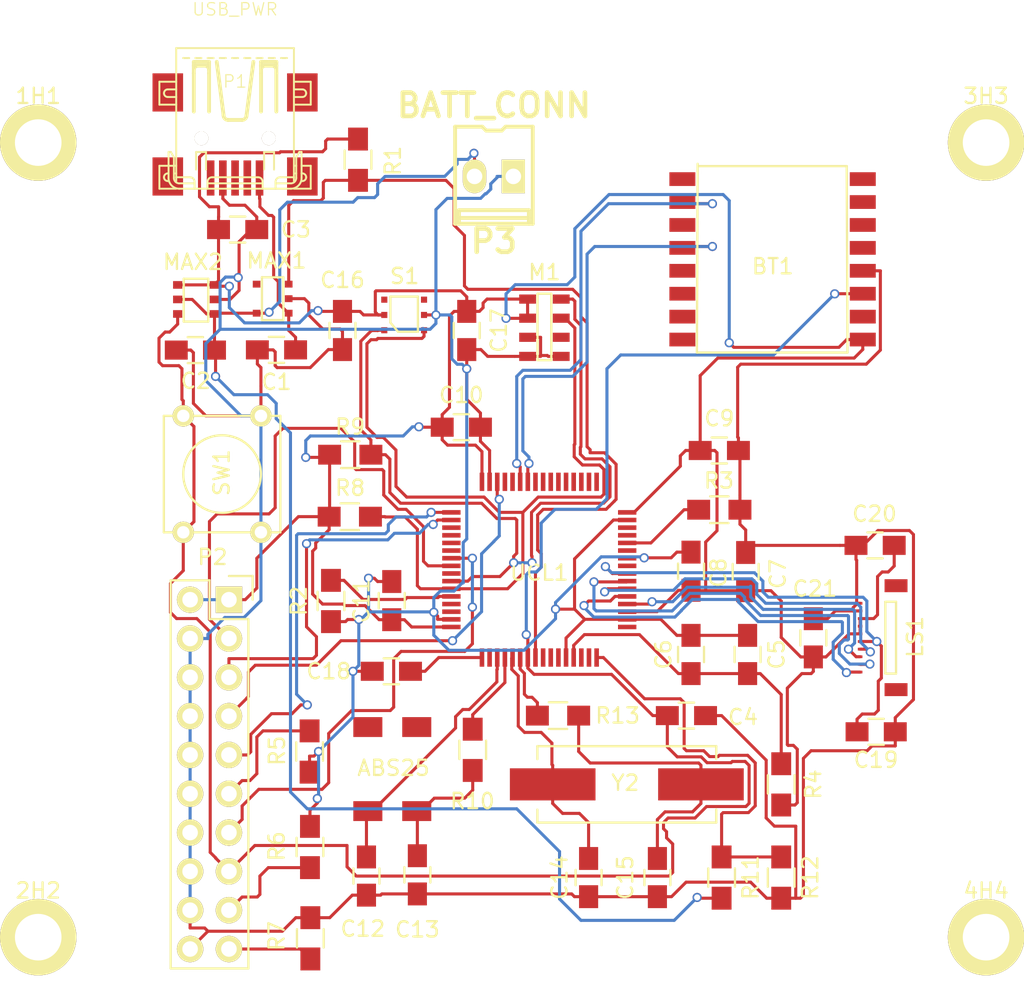
<source format=kicad_pcb>
(kicad_pcb (version 4) (host pcbnew 0.201510291901+6286~30~ubuntu14.04.1-product)

  (general
    (links 136)
    (no_connects 0)
    (area 82.3 60.39474 149.7 125.769)
    (thickness 1.6)
    (drawings 0)
    (tracks 1000)
    (zones 0)
    (modules 51)
    (nets 83)
  )

  (page A4)
  (layers
    (0 F.Cu signal)
    (31 B.Cu signal)
    (32 B.Adhes user)
    (33 F.Adhes user)
    (34 B.Paste user)
    (35 F.Paste user)
    (36 B.SilkS user)
    (37 F.SilkS user)
    (38 B.Mask user)
    (39 F.Mask user)
    (40 Dwgs.User user)
    (41 Cmts.User user)
    (42 Eco1.User user)
    (43 Eco2.User user)
    (44 Edge.Cuts user)
    (45 Margin user)
    (46 B.CrtYd user)
    (47 F.CrtYd user)
    (48 B.Fab user)
    (49 F.Fab user)
  )

  (setup
    (last_trace_width 0.2)
    (trace_clearance 0.2)
    (zone_clearance 0.508)
    (zone_45_only no)
    (trace_min 0.2)
    (segment_width 0.2)
    (edge_width 0.15)
    (via_size 0.6)
    (via_drill 0.4)
    (via_min_size 0.4)
    (via_min_drill 0.3)
    (uvia_size 0.3)
    (uvia_drill 0.1)
    (uvias_allowed no)
    (uvia_min_size 0.2)
    (uvia_min_drill 0.1)
    (pcb_text_width 0.3)
    (pcb_text_size 1.5 1.5)
    (mod_edge_width 0.15)
    (mod_text_size 1 1)
    (mod_text_width 0.15)
    (pad_size 5 5)
    (pad_drill 3.048)
    (pad_to_mask_clearance 0.2)
    (aux_axis_origin 12 13)
    (visible_elements FFFEFF7F)
    (pcbplotparams
      (layerselection 0x010f0_80000001)
      (usegerberextensions true)
      (excludeedgelayer true)
      (linewidth 0.100000)
      (plotframeref false)
      (viasonmask false)
      (mode 1)
      (useauxorigin false)
      (hpglpennumber 1)
      (hpglpenspeed 20)
      (hpglpendiameter 15)
      (hpglpenoverlay 2)
      (psnegative false)
      (psa4output false)
      (plotreference true)
      (plotvalue false)
      (plotinvisibletext false)
      (padsonsilk false)
      (subtractmaskfromsilk false)
      (outputformat 1)
      (mirror false)
      (drillshape 0)
      (scaleselection 1)
      (outputdirectory ../../PCB/))
  )

  (net 0 "")
  (net 1 "Net-(ABS25-Pad1)")
  (net 2 "Net-(ABS25-Pad2)")
  (net 3 /3.3V)
  (net 4 "Net-(BT1-Pad10)")
  (net 5 /RESET)
  (net 6 GND)
  (net 7 "Net-(BT1-Pad13)")
  (net 8 "Net-(BT1-Pad14)")
  (net 9 "Net-(BT1-Pad15)")
  (net 10 "Net-(BT1-Pad16)")
  (net 11 "Net-(BT1-Pad8)")
  (net 12 "Net-(BT1-Pad7)")
  (net 13 "Net-(BT1-Pad6)")
  (net 14 "Net-(BT1-Pad5)")
  (net 15 /USART_TX)
  (net 16 "Net-(BT1-Pad3)")
  (net 17 /USART_RX)
  (net 18 "Net-(BT1-Pad1)")
  (net 19 +5V)
  (net 20 /BATT_OUT)
  (net 21 "Net-(C5-Pad2)")
  (net 22 "Net-(C14-Pad1)")
  (net 23 "Net-(C15-Pad1)")
  (net 24 "Net-(C18-Pad1)")
  (net 25 /LCD_ON_OFF)
  (net 26 /EXTCLCK)
  (net 27 /SPI_CS)
  (net 28 /SPI1_MOSI)
  (net 29 /SPI1_SCK)
  (net 30 "Net-(M1-Pad6)")
  (net 31 /I2C1_SDA)
  (net 32 /I2C1_SCL)
  (net 33 "Net-(MAX1-Pad4)")
  (net 34 /BATT_FULL)
  (net 35 "Net-(P1-Pad2)")
  (net 36 "Net-(P1-Pad3)")
  (net 37 "Net-(P1-Pad5)")
  (net 38 /TRST)
  (net 39 /TDI)
  (net 40 /TMS/SWDIO)
  (net 41 /TCK/SWCLK)
  (net 42 "Net-(P2-Pad11)")
  (net 43 /TDO/SWO)
  (net 44 "Net-(P2-Pad17)")
  (net 45 "Net-(P2-Pad19)")
  (net 46 "Net-(R2-Pad2)")
  (net 47 "Net-(R3-Pad1)")
  (net 48 "Net-(R10-Pad1)")
  (net 49 "Net-(R11-Pad2)")
  (net 50 "Net-(R13-Pad1)")
  (net 51 "Net-(S1-Pad3)")
  (net 52 "Net-(S1-Pad4)")
  (net 53 "Net-(UCL1-Pad17)")
  (net 54 "Net-(UCL1-Pad25)")
  (net 55 "Net-(UCL1-Pad26)")
  (net 56 "Net-(UCL1-Pad27)")
  (net 57 "Net-(UCL1-Pad29)")
  (net 58 "Net-(UCL1-Pad30)")
  (net 59 "Net-(UCL1-Pad62)")
  (net 60 "Net-(UCL1-Pad61)")
  (net 61 "Net-(UCL1-Pad57)")
  (net 62 "Net-(UCL1-Pad54)")
  (net 63 "Net-(UCL1-Pad53)")
  (net 64 "Net-(UCL1-Pad52)")
  (net 65 "Net-(UCL1-Pad51)")
  (net 66 "Net-(UCL1-Pad15)")
  (net 67 "Net-(UCL1-Pad14)")
  (net 68 "Net-(UCL1-Pad11)")
  (net 69 "Net-(UCL1-Pad10)")
  (net 70 "Net-(UCL1-Pad9)")
  (net 71 "Net-(UCL1-Pad2)")
  (net 72 "Net-(UCL1-Pad33)")
  (net 73 "Net-(UCL1-Pad34)")
  (net 74 "Net-(UCL1-Pad35)")
  (net 75 "Net-(UCL1-Pad36)")
  (net 76 "Net-(UCL1-Pad37)")
  (net 77 "Net-(UCL1-Pad38)")
  (net 78 "Net-(UCL1-Pad39)")
  (net 79 "Net-(UCL1-Pad40)")
  (net 80 "Net-(UCL1-Pad41)")
  (net 81 "Net-(UCL1-Pad44)")
  (net 82 "Net-(UCL1-Pad45)")

  (net_class Default "This is the default net class."
    (clearance 0.2)
    (trace_width 0.2)
    (via_dia 0.6)
    (via_drill 0.4)
    (uvia_dia 0.3)
    (uvia_drill 0.1)
    (add_net +5V)
    (add_net /3.3V)
    (add_net /BATT_FULL)
    (add_net /BATT_OUT)
    (add_net /EXTCLCK)
    (add_net /I2C1_SCL)
    (add_net /I2C1_SDA)
    (add_net /LCD_ON_OFF)
    (add_net /RESET)
    (add_net /SPI1_MOSI)
    (add_net /SPI1_SCK)
    (add_net /SPI_CS)
    (add_net /TCK/SWCLK)
    (add_net /TDI)
    (add_net /TDO/SWO)
    (add_net /TMS/SWDIO)
    (add_net /TRST)
    (add_net /USART_RX)
    (add_net /USART_TX)
    (add_net GND)
    (add_net "Net-(ABS25-Pad1)")
    (add_net "Net-(ABS25-Pad2)")
    (add_net "Net-(BT1-Pad1)")
    (add_net "Net-(BT1-Pad10)")
    (add_net "Net-(BT1-Pad13)")
    (add_net "Net-(BT1-Pad14)")
    (add_net "Net-(BT1-Pad15)")
    (add_net "Net-(BT1-Pad16)")
    (add_net "Net-(BT1-Pad3)")
    (add_net "Net-(BT1-Pad5)")
    (add_net "Net-(BT1-Pad6)")
    (add_net "Net-(BT1-Pad7)")
    (add_net "Net-(BT1-Pad8)")
    (add_net "Net-(C14-Pad1)")
    (add_net "Net-(C15-Pad1)")
    (add_net "Net-(C18-Pad1)")
    (add_net "Net-(C5-Pad2)")
    (add_net "Net-(M1-Pad6)")
    (add_net "Net-(MAX1-Pad4)")
    (add_net "Net-(P1-Pad2)")
    (add_net "Net-(P1-Pad3)")
    (add_net "Net-(P1-Pad5)")
    (add_net "Net-(P2-Pad11)")
    (add_net "Net-(P2-Pad17)")
    (add_net "Net-(P2-Pad19)")
    (add_net "Net-(R10-Pad1)")
    (add_net "Net-(R11-Pad2)")
    (add_net "Net-(R13-Pad1)")
    (add_net "Net-(R2-Pad2)")
    (add_net "Net-(R3-Pad1)")
    (add_net "Net-(S1-Pad3)")
    (add_net "Net-(S1-Pad4)")
    (add_net "Net-(UCL1-Pad10)")
    (add_net "Net-(UCL1-Pad11)")
    (add_net "Net-(UCL1-Pad14)")
    (add_net "Net-(UCL1-Pad15)")
    (add_net "Net-(UCL1-Pad17)")
    (add_net "Net-(UCL1-Pad2)")
    (add_net "Net-(UCL1-Pad25)")
    (add_net "Net-(UCL1-Pad26)")
    (add_net "Net-(UCL1-Pad27)")
    (add_net "Net-(UCL1-Pad29)")
    (add_net "Net-(UCL1-Pad30)")
    (add_net "Net-(UCL1-Pad33)")
    (add_net "Net-(UCL1-Pad34)")
    (add_net "Net-(UCL1-Pad35)")
    (add_net "Net-(UCL1-Pad36)")
    (add_net "Net-(UCL1-Pad37)")
    (add_net "Net-(UCL1-Pad38)")
    (add_net "Net-(UCL1-Pad39)")
    (add_net "Net-(UCL1-Pad40)")
    (add_net "Net-(UCL1-Pad41)")
    (add_net "Net-(UCL1-Pad44)")
    (add_net "Net-(UCL1-Pad45)")
    (add_net "Net-(UCL1-Pad51)")
    (add_net "Net-(UCL1-Pad52)")
    (add_net "Net-(UCL1-Pad53)")
    (add_net "Net-(UCL1-Pad54)")
    (add_net "Net-(UCL1-Pad57)")
    (add_net "Net-(UCL1-Pad61)")
    (add_net "Net-(UCL1-Pad62)")
    (add_net "Net-(UCL1-Pad9)")
  )

  (module lqfpFootprint:LQFP64 (layer F.Cu) (tedit 5603E59A) (tstamp 5603FD8C)
    (at 117.775 98.05)
    (path /55C5EFC7)
    (fp_text reference UCL1 (at 0 0.1) (layer F.SilkS)
      (effects (font (size 1 1) (thickness 0.15)))
    )
    (fp_text value STM32L152RE (at 0.15 -9.65) (layer F.Fab)
      (effects (font (size 1 1) (thickness 0.15)))
    )
    (pad 17 smd rect (at 5.75 3.65) (size 1.2 0.3) (layers F.Cu F.Paste F.Mask)
      (net 53 "Net-(UCL1-Pad17)"))
    (pad 18 smd rect (at 5.75 3.15) (size 1.2 0.3) (layers F.Cu F.Paste F.Mask)
      (net 6 GND))
    (pad 19 smd rect (at 5.75 2.65) (size 1.2 0.3) (layers F.Cu F.Paste F.Mask)
      (net 3 /3.3V))
    (pad 20 smd rect (at 5.75 2.15) (size 1.2 0.3) (layers F.Cu F.Paste F.Mask)
      (net 27 /SPI_CS))
    (pad 21 smd rect (at 5.75 1.65) (size 1.2 0.3) (layers F.Cu F.Paste F.Mask)
      (net 29 /SPI1_SCK))
    (pad 22 smd rect (at 5.75 1.15) (size 1.2 0.3) (layers F.Cu F.Paste F.Mask)
      (net 26 /EXTCLCK))
    (pad 23 smd rect (at 5.75 0.65) (size 1.2 0.3) (layers F.Cu F.Paste F.Mask)
      (net 28 /SPI1_MOSI))
    (pad 24 smd rect (at 5.75 0.15) (size 1.2 0.3) (layers F.Cu F.Paste F.Mask)
      (net 25 /LCD_ON_OFF))
    (pad 25 smd rect (at 5.75 -0.35) (size 1.2 0.3) (layers F.Cu F.Paste F.Mask)
      (net 54 "Net-(UCL1-Pad25)"))
    (pad 26 smd rect (at 5.75 -0.85) (size 1.2 0.3) (layers F.Cu F.Paste F.Mask)
      (net 55 "Net-(UCL1-Pad26)"))
    (pad 27 smd rect (at 5.75 -1.35) (size 1.2 0.3) (layers F.Cu F.Paste F.Mask)
      (net 56 "Net-(UCL1-Pad27)"))
    (pad 28 smd rect (at 5.75 -1.85) (size 1.2 0.3) (layers F.Cu F.Paste F.Mask)
      (net 47 "Net-(R3-Pad1)"))
    (pad 29 smd rect (at 5.75 -2.35) (size 1.2 0.3) (layers F.Cu F.Paste F.Mask)
      (net 57 "Net-(UCL1-Pad29)"))
    (pad 30 smd rect (at 5.75 -2.85) (size 1.2 0.3) (layers F.Cu F.Paste F.Mask)
      (net 58 "Net-(UCL1-Pad30)"))
    (pad 31 smd rect (at 5.75 -3.35) (size 1.2 0.3) (layers F.Cu F.Paste F.Mask)
      (net 6 GND))
    (pad 32 smd rect (at 5.75 -3.85) (size 1.2 0.3) (layers F.Cu F.Paste F.Mask)
      (net 3 /3.3V))
    (pad 64 smd rect (at -5.75 3.65) (size 1.2 0.3) (layers F.Cu F.Paste F.Mask)
      (net 3 /3.3V))
    (pad 63 smd rect (at -5.75 3.15) (size 1.2 0.3) (layers F.Cu F.Paste F.Mask)
      (net 6 GND))
    (pad 62 smd rect (at -5.75 2.65) (size 1.2 0.3) (layers F.Cu F.Paste F.Mask)
      (net 59 "Net-(UCL1-Pad62)"))
    (pad 61 smd rect (at -5.75 2.15) (size 1.2 0.3) (layers F.Cu F.Paste F.Mask)
      (net 60 "Net-(UCL1-Pad61)"))
    (pad 60 smd rect (at -5.75 1.65) (size 1.2 0.3) (layers F.Cu F.Paste F.Mask)
      (net 46 "Net-(R2-Pad2)"))
    (pad 59 smd rect (at -5.75 1.15) (size 1.2 0.3) (layers F.Cu F.Paste F.Mask)
      (net 31 /I2C1_SDA))
    (pad 58 smd rect (at -5.75 0.65) (size 1.2 0.3) (layers F.Cu F.Paste F.Mask)
      (net 32 /I2C1_SCL))
    (pad 57 smd rect (at -5.75 0.15) (size 1.2 0.3) (layers F.Cu F.Paste F.Mask)
      (net 61 "Net-(UCL1-Pad57)"))
    (pad 56 smd rect (at -5.75 -0.35) (size 1.2 0.3) (layers F.Cu F.Paste F.Mask)
      (net 38 /TRST))
    (pad 55 smd rect (at -5.75 -0.85) (size 1.2 0.3) (layers F.Cu F.Paste F.Mask)
      (net 43 /TDO/SWO))
    (pad 54 smd rect (at -5.75 -1.35) (size 1.2 0.3) (layers F.Cu F.Paste F.Mask)
      (net 62 "Net-(UCL1-Pad54)"))
    (pad 53 smd rect (at -5.75 -1.85) (size 1.2 0.3) (layers F.Cu F.Paste F.Mask)
      (net 63 "Net-(UCL1-Pad53)"))
    (pad 52 smd rect (at -5.75 -2.35) (size 1.2 0.3) (layers F.Cu F.Paste F.Mask)
      (net 64 "Net-(UCL1-Pad52)"))
    (pad 51 smd rect (at -5.75 -2.85) (size 1.2 0.3) (layers F.Cu F.Paste F.Mask)
      (net 65 "Net-(UCL1-Pad51)"))
    (pad 50 smd rect (at -5.75 -3.35) (size 1.2 0.3) (layers F.Cu F.Paste F.Mask)
      (net 39 /TDI))
    (pad 16 smd rect (at 3.75 5.65) (size 0.3 1.2) (layers F.Cu F.Paste F.Mask)
      (net 49 "Net-(R11-Pad2)"))
    (pad 15 smd rect (at 3.25 5.65) (size 0.3 1.2) (layers F.Cu F.Paste F.Mask)
      (net 66 "Net-(UCL1-Pad15)"))
    (pad 14 smd rect (at 2.75 5.65) (size 0.3 1.2) (layers F.Cu F.Paste F.Mask)
      (net 67 "Net-(UCL1-Pad14)"))
    (pad 13 smd rect (at 2.25 5.65) (size 0.3 1.2) (layers F.Cu F.Paste F.Mask)
      (net 21 "Net-(C5-Pad2)"))
    (pad 12 smd rect (at 1.75 5.65) (size 0.3 1.2) (layers F.Cu F.Paste F.Mask)
      (net 6 GND))
    (pad 11 smd rect (at 1.25 5.65) (size 0.3 1.2) (layers F.Cu F.Paste F.Mask)
      (net 68 "Net-(UCL1-Pad11)"))
    (pad 10 smd rect (at 0.75 5.65) (size 0.3 1.2) (layers F.Cu F.Paste F.Mask)
      (net 69 "Net-(UCL1-Pad10)"))
    (pad 9 smd rect (at 0.25 5.65) (size 0.3 1.2) (layers F.Cu F.Paste F.Mask)
      (net 70 "Net-(UCL1-Pad9)"))
    (pad 8 smd rect (at -0.25 5.65) (size 0.3 1.2) (layers F.Cu F.Paste F.Mask)
      (net 34 /BATT_FULL))
    (pad 7 smd rect (at -0.75 5.65) (size 0.3 1.2) (layers F.Cu F.Paste F.Mask)
      (net 5 /RESET))
    (pad 6 smd rect (at -1.25 5.65) (size 0.3 1.2) (layers F.Cu F.Paste F.Mask)
      (net 50 "Net-(R13-Pad1)"))
    (pad 5 smd rect (at -1.75 5.65) (size 0.3 1.2) (layers F.Cu F.Paste F.Mask)
      (net 22 "Net-(C14-Pad1)"))
    (pad 4 smd rect (at -2.25 5.65) (size 0.3 1.2) (layers F.Cu F.Paste F.Mask)
      (net 48 "Net-(R10-Pad1)"))
    (pad 3 smd rect (at -2.75 5.65) (size 0.3 1.2) (layers F.Cu F.Paste F.Mask)
      (net 1 "Net-(ABS25-Pad1)"))
    (pad 2 smd rect (at -3.25 5.65) (size 0.3 1.2) (layers F.Cu F.Paste F.Mask)
      (net 71 "Net-(UCL1-Pad2)"))
    (pad 1 smd rect (at -3.75 5.65) (size 0.3 1.2) (layers F.Cu F.Paste F.Mask)
      (net 24 "Net-(C18-Pad1)"))
    (pad 33 smd rect (at 3.75 -5.85) (size 0.3 1.2) (layers F.Cu F.Paste F.Mask)
      (net 72 "Net-(UCL1-Pad33)"))
    (pad 34 smd rect (at 3.25 -5.85) (size 0.3 1.2) (layers F.Cu F.Paste F.Mask)
      (net 73 "Net-(UCL1-Pad34)"))
    (pad 35 smd rect (at 2.75 -5.85) (size 0.3 1.2) (layers F.Cu F.Paste F.Mask)
      (net 74 "Net-(UCL1-Pad35)"))
    (pad 36 smd rect (at 2.25 -5.85) (size 0.3 1.2) (layers F.Cu F.Paste F.Mask)
      (net 75 "Net-(UCL1-Pad36)"))
    (pad 37 smd rect (at 1.75 -5.85) (size 0.3 1.2) (layers F.Cu F.Paste F.Mask)
      (net 76 "Net-(UCL1-Pad37)"))
    (pad 38 smd rect (at 1.25 -5.85) (size 0.3 1.2) (layers F.Cu F.Paste F.Mask)
      (net 77 "Net-(UCL1-Pad38)"))
    (pad 39 smd rect (at 0.75 -5.85) (size 0.3 1.2) (layers F.Cu F.Paste F.Mask)
      (net 78 "Net-(UCL1-Pad39)"))
    (pad 40 smd rect (at 0.25 -5.85) (size 0.3 1.2) (layers F.Cu F.Paste F.Mask)
      (net 79 "Net-(UCL1-Pad40)"))
    (pad 41 smd rect (at -0.25 -5.85) (size 0.3 1.2) (layers F.Cu F.Paste F.Mask)
      (net 80 "Net-(UCL1-Pad41)"))
    (pad 42 smd rect (at -0.75 -5.85) (size 0.3 1.2) (layers F.Cu F.Paste F.Mask)
      (net 15 /USART_TX))
    (pad 43 smd rect (at -1.25 -5.85) (size 0.3 1.2) (layers F.Cu F.Paste F.Mask)
      (net 17 /USART_RX))
    (pad 44 smd rect (at -1.75 -5.85) (size 0.3 1.2) (layers F.Cu F.Paste F.Mask)
      (net 81 "Net-(UCL1-Pad44)"))
    (pad 45 smd rect (at -2.25 -5.85) (size 0.3 1.2) (layers F.Cu F.Paste F.Mask)
      (net 82 "Net-(UCL1-Pad45)"))
    (pad 46 smd rect (at -2.75 -5.85) (size 0.3 1.2) (layers F.Cu F.Paste F.Mask)
      (net 40 /TMS/SWDIO))
    (pad 47 smd rect (at -3.25 -5.85) (size 0.3 1.2) (layers F.Cu F.Paste F.Mask)
      (net 6 GND))
    (pad 48 smd rect (at -3.75 -5.85) (size 0.3 1.2) (layers F.Cu F.Paste F.Mask)
      (net 3 /3.3V))
    (pad 49 smd rect (at -5.75 -3.85) (size 1.2 0.3) (layers F.Cu F.Paste F.Mask)
      (net 41 /TCK/SWCLK))
  )

  (module Capacitors_SMD:C_0805_HandSoldering (layer F.Cu) (tedit 56041FD1) (tstamp 5603FBA5)
    (at 135.7 102.41 90)
    (descr "Capacitor SMD 0805, hand soldering")
    (tags "capacitor 0805")
    (path /55CE5C65)
    (attr smd)
    (fp_text reference C21 (at 3.21 0.1 180) (layer F.SilkS)
      (effects (font (size 1 1) (thickness 0.15)))
    )
    (fp_text value 0.1uF (at 0 2.1 90) (layer F.Fab)
      (effects (font (size 1 1) (thickness 0.15)))
    )
    (fp_line (start -2.3 -1) (end 2.3 -1) (layer F.CrtYd) (width 0.05))
    (fp_line (start -2.3 1) (end 2.3 1) (layer F.CrtYd) (width 0.05))
    (fp_line (start -2.3 -1) (end -2.3 1) (layer F.CrtYd) (width 0.05))
    (fp_line (start 2.3 -1) (end 2.3 1) (layer F.CrtYd) (width 0.05))
    (fp_line (start 0.5 -0.85) (end -0.5 -0.85) (layer F.SilkS) (width 0.15))
    (fp_line (start -0.5 0.85) (end 0.5 0.85) (layer F.SilkS) (width 0.15))
    (pad 1 smd rect (at -1.25 0 90) (size 1.5 1.25) (layers F.Cu F.Paste F.Mask)
      (net 3 /3.3V))
    (pad 2 smd rect (at 1.25 0 90) (size 1.5 1.25) (layers F.Cu F.Paste F.Mask)
      (net 6 GND))
    (model Capacitors_SMD.3dshapes/C_0805_HandSoldering.wrl
      (at (xyz 0 0 0))
      (scale (xyz 1 1 1))
      (rotate (xyz 0 0 0))
    )
  )

  (module Connect:1pin (layer F.Cu) (tedit 56057028) (tstamp 560584EE)
    (at 147 70)
    (descr "module 1 pin (ou trou mecanique de percage)")
    (tags DEV)
    (fp_text reference 3H3 (at 0 -3.048) (layer F.SilkS)
      (effects (font (size 1 1) (thickness 0.15)))
    )
    (fp_text value 1pin (at 0 2.794) (layer F.Fab)
      (effects (font (size 1 1) (thickness 0.15)))
    )
    (fp_circle (center 0 0) (end 0 -2.286) (layer F.SilkS) (width 0.15))
    (pad 3 thru_hole circle (at 0 0) (size 5 5) (drill 3.048) (layers *.Cu *.Mask F.SilkS))
  )

  (module Connect:1pin (layer F.Cu) (tedit 5605701C) (tstamp 560584E9)
    (at 147 122)
    (descr "module 1 pin (ou trou mecanique de percage)")
    (tags DEV)
    (fp_text reference 4H4 (at 0 -3.048) (layer F.SilkS)
      (effects (font (size 1 1) (thickness 0.15)))
    )
    (fp_text value 1pin (at 0 2.794) (layer F.Fab)
      (effects (font (size 1 1) (thickness 0.15)))
    )
    (fp_circle (center 0 0) (end 0 -2.286) (layer F.SilkS) (width 0.15))
    (pad 4 thru_hole circle (at 0 0) (size 5 5) (drill 3.048) (layers *.Cu *.Mask F.SilkS))
  )

  (module Connect:1pin (layer F.Cu) (tedit 5605700F) (tstamp 560584E4)
    (at 85 122)
    (descr "module 1 pin (ou trou mecanique de percage)")
    (tags DEV)
    (fp_text reference 2H2 (at 0 -3.048) (layer F.SilkS)
      (effects (font (size 1 1) (thickness 0.15)))
    )
    (fp_text value 1pin (at 0 2.794) (layer F.Fab)
      (effects (font (size 1 1) (thickness 0.15)))
    )
    (fp_circle (center 0 0) (end 0 -2.286) (layer F.SilkS) (width 0.15))
    (pad 2 thru_hole circle (at 0 0) (size 5 5) (drill 3.048) (layers *.Cu *.Mask F.SilkS))
  )

  (module Capacitors_SMD:C_0805_HandSoldering (layer F.Cu) (tedit 541A9B8D) (tstamp 5603FAB5)
    (at 100.584 83.566 180)
    (descr "Capacitor SMD 0805, hand soldering")
    (tags "capacitor 0805")
    (path /55C6055E)
    (attr smd)
    (fp_text reference C1 (at 0 -2.1 180) (layer F.SilkS)
      (effects (font (size 1 1) (thickness 0.15)))
    )
    (fp_text value 1uF (at 0 2.1 180) (layer F.Fab)
      (effects (font (size 1 1) (thickness 0.15)))
    )
    (fp_line (start -2.3 -1) (end 2.3 -1) (layer F.CrtYd) (width 0.05))
    (fp_line (start -2.3 1) (end 2.3 1) (layer F.CrtYd) (width 0.05))
    (fp_line (start -2.3 -1) (end -2.3 1) (layer F.CrtYd) (width 0.05))
    (fp_line (start 2.3 -1) (end 2.3 1) (layer F.CrtYd) (width 0.05))
    (fp_line (start 0.5 -0.85) (end -0.5 -0.85) (layer F.SilkS) (width 0.15))
    (fp_line (start -0.5 0.85) (end 0.5 0.85) (layer F.SilkS) (width 0.15))
    (pad 1 smd rect (at -1.25 0 180) (size 1.5 1.25) (layers F.Cu F.Paste F.Mask)
      (net 19 +5V))
    (pad 2 smd rect (at 1.25 0 180) (size 1.5 1.25) (layers F.Cu F.Paste F.Mask)
      (net 6 GND))
    (model Capacitors_SMD.3dshapes/C_0805_HandSoldering.wrl
      (at (xyz 0 0 0))
      (scale (xyz 1 1 1))
      (rotate (xyz 0 0 0))
    )
  )

  (module Capacitors_SMD:C_0805_HandSoldering (layer F.Cu) (tedit 56042034) (tstamp 5603FAC1)
    (at 95.28 83.58 180)
    (descr "Capacitor SMD 0805, hand soldering")
    (tags "capacitor 0805")
    (path /55C6055C)
    (attr smd)
    (fp_text reference C2 (at -0.02 -2.02 180) (layer F.SilkS)
      (effects (font (size 1 1) (thickness 0.15)))
    )
    (fp_text value 1uF (at 0 2.1 180) (layer F.Fab)
      (effects (font (size 1 1) (thickness 0.15)))
    )
    (fp_line (start -2.3 -1) (end 2.3 -1) (layer F.CrtYd) (width 0.05))
    (fp_line (start -2.3 1) (end 2.3 1) (layer F.CrtYd) (width 0.05))
    (fp_line (start -2.3 -1) (end -2.3 1) (layer F.CrtYd) (width 0.05))
    (fp_line (start 2.3 -1) (end 2.3 1) (layer F.CrtYd) (width 0.05))
    (fp_line (start 0.5 -0.85) (end -0.5 -0.85) (layer F.SilkS) (width 0.15))
    (fp_line (start -0.5 0.85) (end 0.5 0.85) (layer F.SilkS) (width 0.15))
    (pad 1 smd rect (at -1.25 0 180) (size 1.5 1.25) (layers F.Cu F.Paste F.Mask)
      (net 20 /BATT_OUT))
    (pad 2 smd rect (at 1.25 0 180) (size 1.5 1.25) (layers F.Cu F.Paste F.Mask)
      (net 6 GND))
    (model Capacitors_SMD.3dshapes/C_0805_HandSoldering.wrl
      (at (xyz 0 0 0))
      (scale (xyz 1 1 1))
      (rotate (xyz 0 0 0))
    )
  )

  (module Capacitors_SMD:C_0805_HandSoldering (layer F.Cu) (tedit 541A9B8D) (tstamp 5603FACD)
    (at 98.044 75.692)
    (descr "Capacitor SMD 0805, hand soldering")
    (tags "capacitor 0805")
    (path /55C6055A)
    (attr smd)
    (fp_text reference C3 (at 3.81 0) (layer F.SilkS)
      (effects (font (size 1 1) (thickness 0.15)))
    )
    (fp_text value 4.7uF (at 0 2.1) (layer F.Fab)
      (effects (font (size 1 1) (thickness 0.15)))
    )
    (fp_line (start -2.3 -1) (end 2.3 -1) (layer F.CrtYd) (width 0.05))
    (fp_line (start -2.3 1) (end 2.3 1) (layer F.CrtYd) (width 0.05))
    (fp_line (start -2.3 -1) (end -2.3 1) (layer F.CrtYd) (width 0.05))
    (fp_line (start 2.3 -1) (end 2.3 1) (layer F.CrtYd) (width 0.05))
    (fp_line (start 0.5 -0.85) (end -0.5 -0.85) (layer F.SilkS) (width 0.15))
    (fp_line (start -0.5 0.85) (end 0.5 0.85) (layer F.SilkS) (width 0.15))
    (pad 1 smd rect (at -1.25 0) (size 1.5 1.25) (layers F.Cu F.Paste F.Mask)
      (net 3 /3.3V))
    (pad 2 smd rect (at 1.25 0) (size 1.5 1.25) (layers F.Cu F.Paste F.Mask)
      (net 6 GND))
    (model Capacitors_SMD.3dshapes/C_0805_HandSoldering.wrl
      (at (xyz 0 0 0))
      (scale (xyz 1 1 1))
      (rotate (xyz 0 0 0))
    )
  )

  (module Capacitors_SMD:C_0805_HandSoldering (layer F.Cu) (tedit 56041FE7) (tstamp 5603FAD9)
    (at 127.4 107.5)
    (descr "Capacitor SMD 0805, hand soldering")
    (tags "capacitor 0805")
    (path /55DE5DDC)
    (attr smd)
    (fp_text reference C4 (at 3.7 0.1) (layer F.SilkS)
      (effects (font (size 1 1) (thickness 0.15)))
    )
    (fp_text value 10nF (at 0 2.1) (layer F.Fab)
      (effects (font (size 1 1) (thickness 0.15)))
    )
    (fp_line (start -2.3 -1) (end 2.3 -1) (layer F.CrtYd) (width 0.05))
    (fp_line (start -2.3 1) (end 2.3 1) (layer F.CrtYd) (width 0.05))
    (fp_line (start -2.3 -1) (end -2.3 1) (layer F.CrtYd) (width 0.05))
    (fp_line (start 2.3 -1) (end 2.3 1) (layer F.CrtYd) (width 0.05))
    (fp_line (start 0.5 -0.85) (end -0.5 -0.85) (layer F.SilkS) (width 0.15))
    (fp_line (start -0.5 0.85) (end 0.5 0.85) (layer F.SilkS) (width 0.15))
    (pad 1 smd rect (at -1.25 0) (size 1.5 1.25) (layers F.Cu F.Paste F.Mask)
      (net 5 /RESET))
    (pad 2 smd rect (at 1.25 0) (size 1.5 1.25) (layers F.Cu F.Paste F.Mask)
      (net 6 GND))
    (model Capacitors_SMD.3dshapes/C_0805_HandSoldering.wrl
      (at (xyz 0 0 0))
      (scale (xyz 1 1 1))
      (rotate (xyz 0 0 0))
    )
  )

  (module Capacitors_SMD:C_0805_HandSoldering (layer F.Cu) (tedit 541A9B8D) (tstamp 5603FAE5)
    (at 131.4 103.5 270)
    (descr "Capacitor SMD 0805, hand soldering")
    (tags "capacitor 0805")
    (path /55C67503)
    (attr smd)
    (fp_text reference C5 (at 0 -1.9 270) (layer F.SilkS)
      (effects (font (size 1 1) (thickness 0.15)))
    )
    (fp_text value 1uF (at 0 2.1 270) (layer F.Fab)
      (effects (font (size 1 1) (thickness 0.15)))
    )
    (fp_line (start -2.3 -1) (end 2.3 -1) (layer F.CrtYd) (width 0.05))
    (fp_line (start -2.3 1) (end 2.3 1) (layer F.CrtYd) (width 0.05))
    (fp_line (start -2.3 -1) (end -2.3 1) (layer F.CrtYd) (width 0.05))
    (fp_line (start 2.3 -1) (end 2.3 1) (layer F.CrtYd) (width 0.05))
    (fp_line (start 0.5 -0.85) (end -0.5 -0.85) (layer F.SilkS) (width 0.15))
    (fp_line (start -0.5 0.85) (end 0.5 0.85) (layer F.SilkS) (width 0.15))
    (pad 1 smd rect (at -1.25 0 270) (size 1.5 1.25) (layers F.Cu F.Paste F.Mask)
      (net 6 GND))
    (pad 2 smd rect (at 1.25 0 270) (size 1.5 1.25) (layers F.Cu F.Paste F.Mask)
      (net 21 "Net-(C5-Pad2)"))
    (model Capacitors_SMD.3dshapes/C_0805_HandSoldering.wrl
      (at (xyz 0 0 0))
      (scale (xyz 1 1 1))
      (rotate (xyz 0 0 0))
    )
  )

  (module Capacitors_SMD:C_0805_HandSoldering (layer F.Cu) (tedit 5604204D) (tstamp 5603FAF1)
    (at 127.7 103.5 270)
    (descr "Capacitor SMD 0805, hand soldering")
    (tags "capacitor 0805")
    (path /55C6747E)
    (attr smd)
    (fp_text reference C6 (at 0 1.8 270) (layer F.SilkS)
      (effects (font (size 1 1) (thickness 0.15)))
    )
    (fp_text value 100nF (at 0 2.1 270) (layer F.Fab)
      (effects (font (size 1 1) (thickness 0.15)))
    )
    (fp_line (start -2.3 -1) (end 2.3 -1) (layer F.CrtYd) (width 0.05))
    (fp_line (start -2.3 1) (end 2.3 1) (layer F.CrtYd) (width 0.05))
    (fp_line (start -2.3 -1) (end -2.3 1) (layer F.CrtYd) (width 0.05))
    (fp_line (start 2.3 -1) (end 2.3 1) (layer F.CrtYd) (width 0.05))
    (fp_line (start 0.5 -0.85) (end -0.5 -0.85) (layer F.SilkS) (width 0.15))
    (fp_line (start -0.5 0.85) (end 0.5 0.85) (layer F.SilkS) (width 0.15))
    (pad 1 smd rect (at -1.25 0 270) (size 1.5 1.25) (layers F.Cu F.Paste F.Mask)
      (net 6 GND))
    (pad 2 smd rect (at 1.25 0 270) (size 1.5 1.25) (layers F.Cu F.Paste F.Mask)
      (net 21 "Net-(C5-Pad2)"))
    (model Capacitors_SMD.3dshapes/C_0805_HandSoldering.wrl
      (at (xyz 0 0 0))
      (scale (xyz 1 1 1))
      (rotate (xyz 0 0 0))
    )
  )

  (module Capacitors_SMD:C_0805_HandSoldering (layer F.Cu) (tedit 541A9B8D) (tstamp 5603FAFD)
    (at 131.275 98.075 90)
    (descr "Capacitor SMD 0805, hand soldering")
    (tags "capacitor 0805")
    (path /55C6A014)
    (attr smd)
    (fp_text reference C7 (at -0.15 2.1 90) (layer F.SilkS)
      (effects (font (size 1 1) (thickness 0.15)))
    )
    (fp_text value 4.7uF (at 0 2.1 90) (layer F.Fab)
      (effects (font (size 1 1) (thickness 0.15)))
    )
    (fp_line (start -2.3 -1) (end 2.3 -1) (layer F.CrtYd) (width 0.05))
    (fp_line (start -2.3 1) (end 2.3 1) (layer F.CrtYd) (width 0.05))
    (fp_line (start -2.3 -1) (end -2.3 1) (layer F.CrtYd) (width 0.05))
    (fp_line (start 2.3 -1) (end 2.3 1) (layer F.CrtYd) (width 0.05))
    (fp_line (start 0.5 -0.85) (end -0.5 -0.85) (layer F.SilkS) (width 0.15))
    (fp_line (start -0.5 0.85) (end 0.5 0.85) (layer F.SilkS) (width 0.15))
    (pad 1 smd rect (at -1.25 0 90) (size 1.5 1.25) (layers F.Cu F.Paste F.Mask)
      (net 3 /3.3V))
    (pad 2 smd rect (at 1.25 0 90) (size 1.5 1.25) (layers F.Cu F.Paste F.Mask)
      (net 6 GND))
    (model Capacitors_SMD.3dshapes/C_0805_HandSoldering.wrl
      (at (xyz 0 0 0))
      (scale (xyz 1 1 1))
      (rotate (xyz 0 0 0))
    )
  )

  (module Capacitors_SMD:C_0805_HandSoldering (layer F.Cu) (tedit 541A9B8D) (tstamp 5603FB09)
    (at 127.7 98.05 90)
    (descr "Capacitor SMD 0805, hand soldering")
    (tags "capacitor 0805")
    (path /55C69FA3)
    (attr smd)
    (fp_text reference C8 (at -0.1 1.8 90) (layer F.SilkS)
      (effects (font (size 1 1) (thickness 0.15)))
    )
    (fp_text value 100nF (at 0 2.1 90) (layer F.Fab)
      (effects (font (size 1 1) (thickness 0.15)))
    )
    (fp_line (start -2.3 -1) (end 2.3 -1) (layer F.CrtYd) (width 0.05))
    (fp_line (start -2.3 1) (end 2.3 1) (layer F.CrtYd) (width 0.05))
    (fp_line (start -2.3 -1) (end -2.3 1) (layer F.CrtYd) (width 0.05))
    (fp_line (start 2.3 -1) (end 2.3 1) (layer F.CrtYd) (width 0.05))
    (fp_line (start 0.5 -0.85) (end -0.5 -0.85) (layer F.SilkS) (width 0.15))
    (fp_line (start -0.5 0.85) (end 0.5 0.85) (layer F.SilkS) (width 0.15))
    (pad 1 smd rect (at -1.25 0 90) (size 1.5 1.25) (layers F.Cu F.Paste F.Mask)
      (net 3 /3.3V))
    (pad 2 smd rect (at 1.25 0 90) (size 1.5 1.25) (layers F.Cu F.Paste F.Mask)
      (net 6 GND))
    (model Capacitors_SMD.3dshapes/C_0805_HandSoldering.wrl
      (at (xyz 0 0 0))
      (scale (xyz 1 1 1))
      (rotate (xyz 0 0 0))
    )
  )

  (module Capacitors_SMD:C_0805_HandSoldering (layer F.Cu) (tedit 541A9B8D) (tstamp 5603FB15)
    (at 129.55 90.15)
    (descr "Capacitor SMD 0805, hand soldering")
    (tags "capacitor 0805")
    (path /55C712FA)
    (attr smd)
    (fp_text reference C9 (at 0 -2.1) (layer F.SilkS)
      (effects (font (size 1 1) (thickness 0.15)))
    )
    (fp_text value 100nF (at 0 2.1) (layer F.Fab)
      (effects (font (size 1 1) (thickness 0.15)))
    )
    (fp_line (start -2.3 -1) (end 2.3 -1) (layer F.CrtYd) (width 0.05))
    (fp_line (start -2.3 1) (end 2.3 1) (layer F.CrtYd) (width 0.05))
    (fp_line (start -2.3 -1) (end -2.3 1) (layer F.CrtYd) (width 0.05))
    (fp_line (start 2.3 -1) (end 2.3 1) (layer F.CrtYd) (width 0.05))
    (fp_line (start 0.5 -0.85) (end -0.5 -0.85) (layer F.SilkS) (width 0.15))
    (fp_line (start -0.5 0.85) (end 0.5 0.85) (layer F.SilkS) (width 0.15))
    (pad 1 smd rect (at -1.25 0) (size 1.5 1.25) (layers F.Cu F.Paste F.Mask)
      (net 3 /3.3V))
    (pad 2 smd rect (at 1.25 0) (size 1.5 1.25) (layers F.Cu F.Paste F.Mask)
      (net 6 GND))
    (model Capacitors_SMD.3dshapes/C_0805_HandSoldering.wrl
      (at (xyz 0 0 0))
      (scale (xyz 1 1 1))
      (rotate (xyz 0 0 0))
    )
  )

  (module Capacitors_SMD:C_0805_HandSoldering (layer F.Cu) (tedit 541A9B8D) (tstamp 5603FB21)
    (at 112.675 88.625)
    (descr "Capacitor SMD 0805, hand soldering")
    (tags "capacitor 0805")
    (path /55C72814)
    (attr smd)
    (fp_text reference C10 (at 0 -2.1) (layer F.SilkS)
      (effects (font (size 1 1) (thickness 0.15)))
    )
    (fp_text value 100nF (at 0 2.1) (layer F.Fab)
      (effects (font (size 1 1) (thickness 0.15)))
    )
    (fp_line (start -2.3 -1) (end 2.3 -1) (layer F.CrtYd) (width 0.05))
    (fp_line (start -2.3 1) (end 2.3 1) (layer F.CrtYd) (width 0.05))
    (fp_line (start -2.3 -1) (end -2.3 1) (layer F.CrtYd) (width 0.05))
    (fp_line (start 2.3 -1) (end 2.3 1) (layer F.CrtYd) (width 0.05))
    (fp_line (start 0.5 -0.85) (end -0.5 -0.85) (layer F.SilkS) (width 0.15))
    (fp_line (start -0.5 0.85) (end 0.5 0.85) (layer F.SilkS) (width 0.15))
    (pad 1 smd rect (at -1.25 0) (size 1.5 1.25) (layers F.Cu F.Paste F.Mask)
      (net 3 /3.3V))
    (pad 2 smd rect (at 1.25 0) (size 1.5 1.25) (layers F.Cu F.Paste F.Mask)
      (net 6 GND))
    (model Capacitors_SMD.3dshapes/C_0805_HandSoldering.wrl
      (at (xyz 0 0 0))
      (scale (xyz 1 1 1))
      (rotate (xyz 0 0 0))
    )
  )

  (module Capacitors_SMD:C_0805_HandSoldering (layer F.Cu) (tedit 541A9B8D) (tstamp 5603FB2D)
    (at 108.125 99.975 270)
    (descr "Capacitor SMD 0805, hand soldering")
    (tags "capacitor 0805")
    (path /55C763F1)
    (attr smd)
    (fp_text reference C11 (at 0.025 1.975 270) (layer F.SilkS)
      (effects (font (size 1 1) (thickness 0.15)))
    )
    (fp_text value 100nF (at 0 2.1 270) (layer F.Fab)
      (effects (font (size 1 1) (thickness 0.15)))
    )
    (fp_line (start -2.3 -1) (end 2.3 -1) (layer F.CrtYd) (width 0.05))
    (fp_line (start -2.3 1) (end 2.3 1) (layer F.CrtYd) (width 0.05))
    (fp_line (start -2.3 -1) (end -2.3 1) (layer F.CrtYd) (width 0.05))
    (fp_line (start 2.3 -1) (end 2.3 1) (layer F.CrtYd) (width 0.05))
    (fp_line (start 0.5 -0.85) (end -0.5 -0.85) (layer F.SilkS) (width 0.15))
    (fp_line (start -0.5 0.85) (end 0.5 0.85) (layer F.SilkS) (width 0.15))
    (pad 1 smd rect (at -1.25 0 270) (size 1.5 1.25) (layers F.Cu F.Paste F.Mask)
      (net 6 GND))
    (pad 2 smd rect (at 1.25 0 270) (size 1.5 1.25) (layers F.Cu F.Paste F.Mask)
      (net 3 /3.3V))
    (model Capacitors_SMD.3dshapes/C_0805_HandSoldering.wrl
      (at (xyz 0 0 0))
      (scale (xyz 1 1 1))
      (rotate (xyz 0 0 0))
    )
  )

  (module Capacitors_SMD:C_0805_HandSoldering (layer F.Cu) (tedit 541A9B8D) (tstamp 5603FB39)
    (at 106.47 118 270)
    (descr "Capacitor SMD 0805, hand soldering")
    (tags "capacitor 0805")
    (path /55C8D55B)
    (attr smd)
    (fp_text reference C12 (at 3.45 0.24 360) (layer F.SilkS)
      (effects (font (size 1 1) (thickness 0.15)))
    )
    (fp_text value 4.3pF (at 0 2.1 270) (layer F.Fab)
      (effects (font (size 1 1) (thickness 0.15)))
    )
    (fp_line (start -2.3 -1) (end 2.3 -1) (layer F.CrtYd) (width 0.05))
    (fp_line (start -2.3 1) (end 2.3 1) (layer F.CrtYd) (width 0.05))
    (fp_line (start -2.3 -1) (end -2.3 1) (layer F.CrtYd) (width 0.05))
    (fp_line (start 2.3 -1) (end 2.3 1) (layer F.CrtYd) (width 0.05))
    (fp_line (start 0.5 -0.85) (end -0.5 -0.85) (layer F.SilkS) (width 0.15))
    (fp_line (start -0.5 0.85) (end 0.5 0.85) (layer F.SilkS) (width 0.15))
    (pad 1 smd rect (at -1.25 0 270) (size 1.5 1.25) (layers F.Cu F.Paste F.Mask)
      (net 1 "Net-(ABS25-Pad1)"))
    (pad 2 smd rect (at 1.25 0 270) (size 1.5 1.25) (layers F.Cu F.Paste F.Mask)
      (net 6 GND))
    (model Capacitors_SMD.3dshapes/C_0805_HandSoldering.wrl
      (at (xyz 0 0 0))
      (scale (xyz 1 1 1))
      (rotate (xyz 0 0 0))
    )
  )

  (module Capacitors_SMD:C_0805_HandSoldering (layer F.Cu) (tedit 56041FFE) (tstamp 5603FB45)
    (at 109.8 117.92 270)
    (descr "Capacitor SMD 0805, hand soldering")
    (tags "capacitor 0805")
    (path /55C8D5C8)
    (attr smd)
    (fp_text reference C13 (at 3.58 0 360) (layer F.SilkS)
      (effects (font (size 1 1) (thickness 0.15)))
    )
    (fp_text value 4.3pF (at 0 2.1 270) (layer F.Fab)
      (effects (font (size 1 1) (thickness 0.15)))
    )
    (fp_line (start -2.3 -1) (end 2.3 -1) (layer F.CrtYd) (width 0.05))
    (fp_line (start -2.3 1) (end 2.3 1) (layer F.CrtYd) (width 0.05))
    (fp_line (start -2.3 -1) (end -2.3 1) (layer F.CrtYd) (width 0.05))
    (fp_line (start 2.3 -1) (end 2.3 1) (layer F.CrtYd) (width 0.05))
    (fp_line (start 0.5 -0.85) (end -0.5 -0.85) (layer F.SilkS) (width 0.15))
    (fp_line (start -0.5 0.85) (end 0.5 0.85) (layer F.SilkS) (width 0.15))
    (pad 1 smd rect (at -1.25 0 270) (size 1.5 1.25) (layers F.Cu F.Paste F.Mask)
      (net 2 "Net-(ABS25-Pad2)"))
    (pad 2 smd rect (at 1.25 0 270) (size 1.5 1.25) (layers F.Cu F.Paste F.Mask)
      (net 6 GND))
    (model Capacitors_SMD.3dshapes/C_0805_HandSoldering.wrl
      (at (xyz 0 0 0))
      (scale (xyz 1 1 1))
      (rotate (xyz 0 0 0))
    )
  )

  (module Capacitors_SMD:C_0805_HandSoldering (layer F.Cu) (tedit 541A9B8D) (tstamp 5603FB51)
    (at 121 118.1 270)
    (descr "Capacitor SMD 0805, hand soldering")
    (tags "capacitor 0805")
    (path /55C8D661)
    (attr smd)
    (fp_text reference C14 (at 0 1.9 270) (layer F.SilkS)
      (effects (font (size 1 1) (thickness 0.15)))
    )
    (fp_text value 12pF (at 0 2.1 270) (layer F.Fab)
      (effects (font (size 1 1) (thickness 0.15)))
    )
    (fp_line (start -2.3 -1) (end 2.3 -1) (layer F.CrtYd) (width 0.05))
    (fp_line (start -2.3 1) (end 2.3 1) (layer F.CrtYd) (width 0.05))
    (fp_line (start -2.3 -1) (end -2.3 1) (layer F.CrtYd) (width 0.05))
    (fp_line (start 2.3 -1) (end 2.3 1) (layer F.CrtYd) (width 0.05))
    (fp_line (start 0.5 -0.85) (end -0.5 -0.85) (layer F.SilkS) (width 0.15))
    (fp_line (start -0.5 0.85) (end 0.5 0.85) (layer F.SilkS) (width 0.15))
    (pad 1 smd rect (at -1.25 0 270) (size 1.5 1.25) (layers F.Cu F.Paste F.Mask)
      (net 22 "Net-(C14-Pad1)"))
    (pad 2 smd rect (at 1.25 0 270) (size 1.5 1.25) (layers F.Cu F.Paste F.Mask)
      (net 6 GND))
    (model Capacitors_SMD.3dshapes/C_0805_HandSoldering.wrl
      (at (xyz 0 0 0))
      (scale (xyz 1 1 1))
      (rotate (xyz 0 0 0))
    )
  )

  (module Capacitors_SMD:C_0805_HandSoldering (layer F.Cu) (tedit 541A9B8D) (tstamp 5603FB5D)
    (at 125.5 118.1 270)
    (descr "Capacitor SMD 0805, hand soldering")
    (tags "capacitor 0805")
    (path /55C8D6C8)
    (attr smd)
    (fp_text reference C15 (at 0 2.1 270) (layer F.SilkS)
      (effects (font (size 1 1) (thickness 0.15)))
    )
    (fp_text value 12pF (at 0 2.1 270) (layer F.Fab)
      (effects (font (size 1 1) (thickness 0.15)))
    )
    (fp_line (start -2.3 -1) (end 2.3 -1) (layer F.CrtYd) (width 0.05))
    (fp_line (start -2.3 1) (end 2.3 1) (layer F.CrtYd) (width 0.05))
    (fp_line (start -2.3 -1) (end -2.3 1) (layer F.CrtYd) (width 0.05))
    (fp_line (start 2.3 -1) (end 2.3 1) (layer F.CrtYd) (width 0.05))
    (fp_line (start 0.5 -0.85) (end -0.5 -0.85) (layer F.SilkS) (width 0.15))
    (fp_line (start -0.5 0.85) (end 0.5 0.85) (layer F.SilkS) (width 0.15))
    (pad 1 smd rect (at -1.25 0 270) (size 1.5 1.25) (layers F.Cu F.Paste F.Mask)
      (net 23 "Net-(C15-Pad1)"))
    (pad 2 smd rect (at 1.25 0 270) (size 1.5 1.25) (layers F.Cu F.Paste F.Mask)
      (net 6 GND))
    (model Capacitors_SMD.3dshapes/C_0805_HandSoldering.wrl
      (at (xyz 0 0 0))
      (scale (xyz 1 1 1))
      (rotate (xyz 0 0 0))
    )
  )

  (module Capacitors_SMD:C_0805_HandSoldering (layer F.Cu) (tedit 541A9B8D) (tstamp 5603FB69)
    (at 104.902 82.296 90)
    (descr "Capacitor SMD 0805, hand soldering")
    (tags "capacitor 0805")
    (path /55CCC2EA)
    (attr smd)
    (fp_text reference C16 (at 3.302 0 180) (layer F.SilkS)
      (effects (font (size 1 1) (thickness 0.15)))
    )
    (fp_text value 100nF (at 0 2.1 90) (layer F.Fab)
      (effects (font (size 1 1) (thickness 0.15)))
    )
    (fp_line (start -2.3 -1) (end 2.3 -1) (layer F.CrtYd) (width 0.05))
    (fp_line (start -2.3 1) (end 2.3 1) (layer F.CrtYd) (width 0.05))
    (fp_line (start -2.3 -1) (end -2.3 1) (layer F.CrtYd) (width 0.05))
    (fp_line (start 2.3 -1) (end 2.3 1) (layer F.CrtYd) (width 0.05))
    (fp_line (start 0.5 -0.85) (end -0.5 -0.85) (layer F.SilkS) (width 0.15))
    (fp_line (start -0.5 0.85) (end 0.5 0.85) (layer F.SilkS) (width 0.15))
    (pad 1 smd rect (at -1.25 0 90) (size 1.5 1.25) (layers F.Cu F.Paste F.Mask)
      (net 6 GND))
    (pad 2 smd rect (at 1.25 0 90) (size 1.5 1.25) (layers F.Cu F.Paste F.Mask)
      (net 3 /3.3V))
    (model Capacitors_SMD.3dshapes/C_0805_HandSoldering.wrl
      (at (xyz 0 0 0))
      (scale (xyz 1 1 1))
      (rotate (xyz 0 0 0))
    )
  )

  (module Capacitors_SMD:C_0805_HandSoldering (layer F.Cu) (tedit 541A9B8D) (tstamp 5603FB75)
    (at 113.03 82.296 270)
    (descr "Capacitor SMD 0805, hand soldering")
    (tags "capacitor 0805")
    (path /55CCBED7)
    (attr smd)
    (fp_text reference C17 (at 0 -2.1 270) (layer F.SilkS)
      (effects (font (size 1 1) (thickness 0.15)))
    )
    (fp_text value 100nF (at 0 2.1 270) (layer F.Fab)
      (effects (font (size 1 1) (thickness 0.15)))
    )
    (fp_line (start -2.3 -1) (end 2.3 -1) (layer F.CrtYd) (width 0.05))
    (fp_line (start -2.3 1) (end 2.3 1) (layer F.CrtYd) (width 0.05))
    (fp_line (start -2.3 -1) (end -2.3 1) (layer F.CrtYd) (width 0.05))
    (fp_line (start 2.3 -1) (end 2.3 1) (layer F.CrtYd) (width 0.05))
    (fp_line (start 0.5 -0.85) (end -0.5 -0.85) (layer F.SilkS) (width 0.15))
    (fp_line (start -0.5 0.85) (end 0.5 0.85) (layer F.SilkS) (width 0.15))
    (pad 1 smd rect (at -1.25 0 270) (size 1.5 1.25) (layers F.Cu F.Paste F.Mask)
      (net 3 /3.3V))
    (pad 2 smd rect (at 1.25 0 270) (size 1.5 1.25) (layers F.Cu F.Paste F.Mask)
      (net 6 GND))
    (model Capacitors_SMD.3dshapes/C_0805_HandSoldering.wrl
      (at (xyz 0 0 0))
      (scale (xyz 1 1 1))
      (rotate (xyz 0 0 0))
    )
  )

  (module Capacitors_SMD:C_0805_HandSoldering (layer F.Cu) (tedit 5603E6D3) (tstamp 5603FB81)
    (at 108.1 104.6 180)
    (descr "Capacitor SMD 0805, hand soldering")
    (tags "capacitor 0805")
    (path /55CD482E)
    (attr smd)
    (fp_text reference C18 (at 4.1 0 180) (layer F.SilkS)
      (effects (font (size 1 1) (thickness 0.15)))
    )
    (fp_text value 1uF (at 0 2.1 180) (layer F.Fab)
      (effects (font (size 1 1) (thickness 0.15)))
    )
    (fp_line (start -2.3 -1) (end 2.3 -1) (layer F.CrtYd) (width 0.05))
    (fp_line (start -2.3 1) (end 2.3 1) (layer F.CrtYd) (width 0.05))
    (fp_line (start -2.3 -1) (end -2.3 1) (layer F.CrtYd) (width 0.05))
    (fp_line (start 2.3 -1) (end 2.3 1) (layer F.CrtYd) (width 0.05))
    (fp_line (start 0.5 -0.85) (end -0.5 -0.85) (layer F.SilkS) (width 0.15))
    (fp_line (start -0.5 0.85) (end 0.5 0.85) (layer F.SilkS) (width 0.15))
    (pad 1 smd rect (at -1.25 0 180) (size 1.5 1.25) (layers F.Cu F.Paste F.Mask)
      (net 24 "Net-(C18-Pad1)"))
    (pad 2 smd rect (at 1.25 0 180) (size 1.5 1.25) (layers F.Cu F.Paste F.Mask)
      (net 6 GND))
    (model Capacitors_SMD.3dshapes/C_0805_HandSoldering.wrl
      (at (xyz 0 0 0))
      (scale (xyz 1 1 1))
      (rotate (xyz 0 0 0))
    )
  )

  (module Capacitors_SMD:C_0805_HandSoldering (layer F.Cu) (tedit 56041FDD) (tstamp 5603FB8D)
    (at 139.81 108.56)
    (descr "Capacitor SMD 0805, hand soldering")
    (tags "capacitor 0805")
    (path /55CE6F17)
    (attr smd)
    (fp_text reference C19 (at -0.01 1.84) (layer F.SilkS)
      (effects (font (size 1 1) (thickness 0.15)))
    )
    (fp_text value 0.1uF (at 0 2.1) (layer F.Fab)
      (effects (font (size 1 1) (thickness 0.15)))
    )
    (fp_line (start -2.3 -1) (end 2.3 -1) (layer F.CrtYd) (width 0.05))
    (fp_line (start -2.3 1) (end 2.3 1) (layer F.CrtYd) (width 0.05))
    (fp_line (start -2.3 -1) (end -2.3 1) (layer F.CrtYd) (width 0.05))
    (fp_line (start 2.3 -1) (end 2.3 1) (layer F.CrtYd) (width 0.05))
    (fp_line (start 0.5 -0.85) (end -0.5 -0.85) (layer F.SilkS) (width 0.15))
    (fp_line (start -0.5 0.85) (end 0.5 0.85) (layer F.SilkS) (width 0.15))
    (pad 1 smd rect (at -1.25 0) (size 1.5 1.25) (layers F.Cu F.Paste F.Mask)
      (net 25 /LCD_ON_OFF))
    (pad 2 smd rect (at 1.25 0) (size 1.5 1.25) (layers F.Cu F.Paste F.Mask)
      (net 6 GND))
    (model Capacitors_SMD.3dshapes/C_0805_HandSoldering.wrl
      (at (xyz 0 0 0))
      (scale (xyz 1 1 1))
      (rotate (xyz 0 0 0))
    )
  )

  (module Capacitors_SMD:C_0805_HandSoldering (layer F.Cu) (tedit 56041FCE) (tstamp 5603FB99)
    (at 139.74 96.36 180)
    (descr "Capacitor SMD 0805, hand soldering")
    (tags "capacitor 0805")
    (path /55CE69CF)
    (attr smd)
    (fp_text reference C20 (at 0.04 2.06 180) (layer F.SilkS)
      (effects (font (size 1 1) (thickness 0.15)))
    )
    (fp_text value 1uF (at 0 2.1 180) (layer F.Fab)
      (effects (font (size 1 1) (thickness 0.15)))
    )
    (fp_line (start -2.3 -1) (end 2.3 -1) (layer F.CrtYd) (width 0.05))
    (fp_line (start -2.3 1) (end 2.3 1) (layer F.CrtYd) (width 0.05))
    (fp_line (start -2.3 -1) (end -2.3 1) (layer F.CrtYd) (width 0.05))
    (fp_line (start 2.3 -1) (end 2.3 1) (layer F.CrtYd) (width 0.05))
    (fp_line (start 0.5 -0.85) (end -0.5 -0.85) (layer F.SilkS) (width 0.15))
    (fp_line (start -0.5 0.85) (end 0.5 0.85) (layer F.SilkS) (width 0.15))
    (pad 1 smd rect (at -1.25 0 180) (size 1.5 1.25) (layers F.Cu F.Paste F.Mask)
      (net 3 /3.3V))
    (pad 2 smd rect (at 1.25 0 180) (size 1.5 1.25) (layers F.Cu F.Paste F.Mask)
      (net 6 GND))
    (model Capacitors_SMD.3dshapes/C_0805_HandSoldering.wrl
      (at (xyz 0 0 0))
      (scale (xyz 1 1 1))
      (rotate (xyz 0 0 0))
    )
  )

  (module lcdFootprint:FPC (layer F.Cu) (tedit 5603B020) (tstamp 5603FBBA)
    (at 138.76 102.45 90)
    (path /55CE2363)
    (fp_text reference LS1 (at 0.1 3.6 90) (layer F.SilkS)
      (effects (font (size 1 1) (thickness 0.15)))
    )
    (fp_text value LS013B7DH03 (at 0 -2.3 90) (layer F.Fab)
      (effects (font (size 1 1) (thickness 0.15)))
    )
    (fp_line (start -2.3 1.65) (end -2.3 1.75) (layer F.SilkS) (width 0.15))
    (fp_line (start -2.3 1.75) (end -2.3 2.35) (layer F.SilkS) (width 0.15))
    (fp_line (start -2.3 2.35) (end 2.4 2.35) (layer F.SilkS) (width 0.15))
    (fp_line (start 2.4 2.35) (end 2.4 1.65) (layer F.SilkS) (width 0.15))
    (fp_line (start 2.4 1.65) (end -2.3 1.65) (layer F.SilkS) (width 0.15))
    (pad 10 smd rect (at 2.3 0 90) (size 0.18 0.3) (layers F.Cu F.Paste F.Mask)
      (net 6 GND))
    (pad 9 smd rect (at 1.8 0 90) (size 0.18 0.3) (layers F.Cu F.Paste F.Mask)
      (net 6 GND))
    (pad 8 smd rect (at 1.3 0 90) (size 0.18 0.3) (layers F.Cu F.Paste F.Mask)
      (net 3 /3.3V))
    (pad 7 smd rect (at 0.8 0 90) (size 0.18 0.3) (layers F.Cu F.Paste F.Mask)
      (net 3 /3.3V))
    (pad 6 smd rect (at 0.3 0 90) (size 0.18 0.3) (layers F.Cu F.Paste F.Mask)
      (net 3 /3.3V))
    (pad 5 smd rect (at -0.2 0 90) (size 0.18 0.3) (layers F.Cu F.Paste F.Mask)
      (net 25 /LCD_ON_OFF))
    (pad 4 smd rect (at -0.7 0 90) (size 0.18 0.3) (layers F.Cu F.Paste F.Mask)
      (net 26 /EXTCLCK))
    (pad 3 smd rect (at -1.2 0 90) (size 0.18 0.3) (layers F.Cu F.Paste F.Mask)
      (net 27 /SPI_CS))
    (pad 2 smd rect (at -1.7 0 90) (size 0.18 0.3) (layers F.Cu F.Paste F.Mask)
      (net 28 /SPI1_MOSI))
    (pad 1 smd rect (at -2.2 0 90) (size 0.18 0.3) (layers F.Cu F.Paste F.Mask)
      (net 29 /SPI1_SCK))
    (pad "" smd rect (at -3.35 2.35 90) (size 0.85 1.5) (layers F.Cu F.Paste F.Mask))
    (pad "" smd rect (at 3.45 2.35 90) (size 0.85 1.5) (layers F.Cu F.Paste F.Mask))
  )

  (module weatherFootprints:MEAS (layer F.Cu) (tedit 55D08A20) (tstamp 5603FBCA)
    (at 118.11 82.042)
    (path /55CC985C)
    (fp_text reference M1 (at 0 -3.556) (layer F.SilkS)
      (effects (font (size 1 1) (thickness 0.15)))
    )
    (fp_text value MS5607 (at 0 -4) (layer F.Fab)
      (effects (font (size 1 1) (thickness 0.15)))
    )
    (fp_line (start -0.45 -2.15) (end -0.45 2.2) (layer F.SilkS) (width 0.15))
    (fp_line (start -0.45 2.2) (end 0.45 2.2) (layer F.SilkS) (width 0.15))
    (fp_line (start 0.45 2.2) (end 0.45 -2.15) (layer F.SilkS) (width 0.15))
    (fp_line (start 0.45 -2.15) (end -0.45 -2.15) (layer F.SilkS) (width 0.15))
    (pad 5 smd rect (at 1.1 1.95) (size 1.1 0.6) (layers F.Cu F.Paste F.Mask)
      (net 6 GND))
    (pad 6 smd rect (at 1.1 0.7) (size 1.1 0.6) (layers F.Cu F.Paste F.Mask)
      (net 30 "Net-(M1-Pad6)"))
    (pad 7 smd rect (at 1.1 -0.55) (size 1.1 0.6) (layers F.Cu F.Paste F.Mask)
      (net 31 /I2C1_SDA))
    (pad 8 smd rect (at 1.1 -1.8) (size 1.1 0.6) (layers F.Cu F.Paste F.Mask)
      (net 32 /I2C1_SCL))
    (pad 4 smd rect (at -1.1 1.95) (size 1.1 0.6) (layers F.Cu F.Paste F.Mask)
      (net 6 GND))
    (pad 3 smd rect (at -1.1 0.7) (size 1.1 0.6) (layers F.Cu F.Paste F.Mask)
      (net 6 GND))
    (pad 2 smd rect (at -1.1 -0.55) (size 1.1 0.6) (layers F.Cu F.Paste F.Mask)
      (net 3 /3.3V))
    (pad 1 smd rect (at -1.1 -1.8) (size 1.1 0.6) (layers F.Cu F.Paste F.Mask)
      (net 3 /3.3V))
  )

  (module PowerSupplyFootprint:SOT23-5-thin (layer F.Cu) (tedit 55CF1708) (tstamp 5603FBD7)
    (at 100.584 80.264 180)
    (path /55C60550)
    (fp_text reference MAX1 (at 0 2.54 180) (layer F.SilkS)
      (effects (font (size 1 1) (thickness 0.15)))
    )
    (fp_text value MAX1555 (at 0.725 -2.725 180) (layer F.Fab)
      (effects (font (size 1 1) (thickness 0.15)))
    )
    (fp_line (start -0.45 -1.35) (end -0.45 1.45) (layer F.SilkS) (width 0.15))
    (fp_line (start -0.45 1.45) (end 0.95 1.45) (layer F.SilkS) (width 0.15))
    (fp_line (start 0.95 1.45) (end 0.95 -1.35) (layer F.SilkS) (width 0.15))
    (fp_line (start 0.95 -1.35) (end -0.45 -1.35) (layer F.SilkS) (width 0.15))
    (pad 4 smd rect (at 1.3 1 180) (size 0.5 0.45) (layers F.Cu F.Paste F.Mask)
      (net 33 "Net-(MAX1-Pad4)"))
    (pad 5 smd rect (at 1.3 -0.9 180) (size 0.5 0.45) (layers F.Cu F.Paste F.Mask)
      (net 20 /BATT_OUT))
    (pad 3 smd rect (at -0.8 1 180) (size 0.5 0.45) (layers F.Cu F.Paste F.Mask)
      (net 34 /BATT_FULL))
    (pad 2 smd rect (at -0.8 0.05 180) (size 0.5 0.45) (layers F.Cu F.Paste F.Mask)
      (net 6 GND))
    (pad 1 smd rect (at -0.8 -0.9 180) (size 0.5 0.45) (layers F.Cu F.Paste F.Mask)
      (net 19 +5V))
  )

  (module PowerSupplyFootprint:SOT23-6 (layer F.Cu) (tedit 55CF11CB) (tstamp 5603FBE5)
    (at 93.82 78.314 180)
    (path /55C60551)
    (fp_text reference MAX2 (at -1.3 0.5 180) (layer F.SilkS)
      (effects (font (size 1 1) (thickness 0.15)))
    )
    (fp_text value MAX8881 (at -0.7 -4.6 180) (layer F.Fab)
      (effects (font (size 1 1) (thickness 0.15)))
    )
    (fp_line (start -2.3 -3.4) (end -2.3 -0.6) (layer F.SilkS) (width 0.15))
    (fp_line (start -2.3 -0.6) (end -0.7 -0.6) (layer F.SilkS) (width 0.15))
    (fp_line (start -0.7 -0.6) (end -0.7 -3.4) (layer F.SilkS) (width 0.15))
    (fp_line (start -0.7 -3.4) (end -2.3 -3.4) (layer F.SilkS) (width 0.15))
    (pad 4 smd rect (at -0.3 -1 180) (size 0.6 0.5) (layers F.Cu F.Paste F.Mask)
      (net 3 /3.3V))
    (pad 5 smd rect (at -0.3 -1.95 180) (size 0.6 0.5) (layers F.Cu F.Paste F.Mask)
      (net 20 /BATT_OUT))
    (pad 6 smd rect (at -0.3 -2.9 180) (size 0.6 0.5) (layers F.Cu F.Paste F.Mask)
      (net 5 /RESET))
    (pad 3 smd rect (at -2.7 -1 180) (size 0.6 0.5) (layers F.Cu F.Paste F.Mask)
      (net 3 /3.3V))
    (pad 2 smd rect (at -2.7 -1.95 180) (size 0.6 0.5) (layers F.Cu F.Paste F.Mask)
      (net 6 GND))
    (pad 1 smd rect (at -2.7 -2.9 180) (size 0.6 0.5) (layers F.Cu F.Paste F.Mask)
      (net 20 /BATT_OUT))
  )

  (module ab2_usb:AB2_USB_MINI_SMD (layer F.Cu) (tedit 52B0A349) (tstamp 5603FC59)
    (at 97.876 63.818 180)
    (path /55C65DAC)
    (fp_text reference P1 (at 0 -2.182 180) (layer F.SilkS)
      (effects (font (size 0.8128 0.8128) (thickness 0.0762)))
    )
    (fp_text value USB_PWR (at 0 2.54 180) (layer F.SilkS)
      (effects (font (size 0.8128 0.8128) (thickness 0.0762)))
    )
    (fp_arc (start 2.4 -1.45) (end 2.65 -1.45) (angle 90) (layer F.SilkS) (width 0.127))
    (fp_arc (start 2 -1.45) (end 2 -1.2) (angle 90) (layer F.SilkS) (width 0.127))
    (fp_arc (start -2 -1.45) (end -1.75 -1.45) (angle 90) (layer F.SilkS) (width 0.127))
    (fp_arc (start -2.4 -1.45) (end -2.4 -1.2) (angle 90) (layer F.SilkS) (width 0.127))
    (fp_line (start 2.95 -8.45) (end 3.85 -8.45) (layer F.SilkS) (width 0.127))
    (fp_line (start -1.5 -8.45) (end 1.5 -8.45) (layer F.SilkS) (width 0.127))
    (fp_line (start -2.95 -8.45) (end -3.85 -8.45) (layer F.SilkS) (width 0.127))
    (fp_line (start 1.7 -1.15) (end 2.7 -1.15) (layer F.SilkS) (width 0.25))
    (fp_line (start -2.7 -1.15) (end -1.7 -1.15) (layer F.SilkS) (width 0.25))
    (fp_line (start 2.7 -1.65) (end 2.7 -4.15) (layer F.SilkS) (width 0.25))
    (fp_line (start 1.7 -4.15) (end 1.7 -1.65) (layer F.SilkS) (width 0.25))
    (fp_line (start 2.7 -0.9) (end 2.7 -1.65) (layer F.SilkS) (width 0.25))
    (fp_line (start 1.7 -0.9) (end 2.7 -0.9) (layer F.SilkS) (width 0.25))
    (fp_line (start 1.7 -1.65) (end 1.7 -0.9) (layer F.SilkS) (width 0.25))
    (fp_line (start -2.7 -1.65) (end -2.7 -0.9) (layer F.SilkS) (width 0.25))
    (fp_line (start -2.7 -0.9) (end -1.7 -0.9) (layer F.SilkS) (width 0.25))
    (fp_line (start -1.7 -0.9) (end -1.7 -1.65) (layer F.SilkS) (width 0.25))
    (fp_line (start -2.7 -4.15) (end -2.7 -1.65) (layer F.SilkS) (width 0.25))
    (fp_line (start -1.7 -1.65) (end -1.7 -4.15) (layer F.SilkS) (width 0.25))
    (fp_line (start -0.75 -4.4) (end -1.2 -0.9) (layer F.SilkS) (width 0.25))
    (fp_line (start 0.75 -4.4) (end 1.2 -0.9) (layer F.SilkS) (width 0.25))
    (fp_line (start -0.45 -4.7) (end 0.45 -4.7) (layer F.SilkS) (width 0.25))
    (fp_arc (start 0.45 -4.4) (end 0.45 -4.7) (angle 90) (layer F.SilkS) (width 0.25))
    (fp_arc (start -0.45 -4.4) (end -0.75 -4.4) (angle 90) (layer F.SilkS) (width 0.25))
    (fp_line (start 2.55 -6.8) (end 2.55 -7.95) (layer F.SilkS) (width 0.127))
    (fp_line (start 1.9 -6.8) (end 2.55 -6.8) (layer F.SilkS) (width 0.127))
    (fp_line (start 1.9 -6.8) (end 1.9 -7.95) (layer F.SilkS) (width 0.127))
    (fp_line (start -2.55 -6.8) (end -2.55 -7.95) (layer F.SilkS) (width 0.127))
    (fp_line (start -2.55 -6.8) (end -1.9 -6.8) (layer F.SilkS) (width 0.127))
    (fp_line (start -1.9 -6.8) (end -1.9 -7.95) (layer F.SilkS) (width 0.127))
    (fp_line (start 1.8 -8.75) (end 1.8 -9.2) (layer F.SilkS) (width 0.127))
    (fp_line (start 2.65 -8.75) (end 2.65 -9.2) (layer F.SilkS) (width 0.127))
    (fp_arc (start 2.95 -8.75) (end 2.95 -8.45) (angle 90) (layer F.SilkS) (width 0.127))
    (fp_arc (start 1.5 -8.75) (end 1.8 -8.75) (angle 90) (layer F.SilkS) (width 0.127))
    (fp_line (start -1.8 -8.75) (end -1.8 -9.2) (layer F.SilkS) (width 0.127))
    (fp_line (start -2.65 -8.75) (end -2.65 -9.2) (layer F.SilkS) (width 0.127))
    (fp_arc (start -1.5 -8.75) (end -1.5 -8.45) (angle 90) (layer F.SilkS) (width 0.127))
    (fp_arc (start -2.95 -8.75) (end -2.65 -8.75) (angle 90) (layer F.SilkS) (width 0.127))
    (fp_line (start 2.65 -8.85) (end 3.65 -8.85) (layer F.SilkS) (width 0.127))
    (fp_line (start -1.8 -8.85) (end 1.8 -8.85) (layer F.SilkS) (width 0.127))
    (fp_line (start -3.65 -8.85) (end -2.65 -8.85) (layer F.SilkS) (width 0.127))
    (fp_line (start 4.35 -8.2) (end 4.4 -8.2) (layer F.SilkS) (width 0.127))
    (fp_line (start 3.85 -8.2) (end 4 -8.2) (layer F.SilkS) (width 0.127))
    (fp_line (start 4.4 -8.7) (end 4.35 -8.7) (layer F.SilkS) (width 0.127))
    (fp_line (start 3.85 -8.7) (end 3.85 -8.45) (layer F.SilkS) (width 0.127))
    (fp_line (start -4 -7.7) (end -3.85 -7.7) (layer F.SilkS) (width 0.127))
    (fp_line (start -4.95 -7.7) (end -4.35 -7.7) (layer F.SilkS) (width 0.127))
    (fp_line (start -4.35 -8.2) (end -4.4 -8.2) (layer F.SilkS) (width 0.127))
    (fp_line (start -4 -8.2) (end -3.85 -8.2) (layer F.SilkS) (width 0.127))
    (fp_line (start -4.4 -8.7) (end -4.35 -8.7) (layer F.SilkS) (width 0.127))
    (fp_line (start -3.85 -8.7) (end -3.85 -8.45) (layer F.SilkS) (width 0.127))
    (fp_line (start -3.65 -9.2) (end 3.65 -9.2) (layer F.SilkS) (width 0.127))
    (fp_arc (start 3.65 -8.5) (end 4 -8.5) (angle -90) (layer F.SilkS) (width 0.127))
    (fp_arc (start 3.65 -8.5) (end 4.35 -8.5) (angle -90) (layer F.SilkS) (width 0.127))
    (fp_line (start 4 -7.15) (end 4 -8.5) (layer F.SilkS) (width 0.127))
    (fp_line (start 4.2 -6.8) (end 4 -7.15) (layer F.SilkS) (width 0.127))
    (fp_line (start 4.25 -6.8) (end 4.2 -6.8) (layer F.SilkS) (width 0.127))
    (fp_line (start 4.35 -6.8) (end 4.25 -6.8) (layer F.SilkS) (width 0.127))
    (fp_line (start 4.35 -8.5) (end 4.35 -6.8) (layer F.SilkS) (width 0.127))
    (fp_line (start -4.35 -8.5) (end -4.35 -6.8) (layer F.SilkS) (width 0.127))
    (fp_line (start -4.35 -6.8) (end -4.25 -6.8) (layer F.SilkS) (width 0.127))
    (fp_line (start -4.25 -6.8) (end -4.2 -6.8) (layer F.SilkS) (width 0.127))
    (fp_line (start -4.2 -6.8) (end -4 -7.15) (layer F.SilkS) (width 0.127))
    (fp_line (start -4 -7.15) (end -4 -8.5) (layer F.SilkS) (width 0.127))
    (fp_arc (start -3.65 -8.5) (end -4.35 -8.5) (angle 90) (layer F.SilkS) (width 0.127))
    (fp_arc (start -3.65 -8.5) (end -4 -8.5) (angle 90) (layer F.SilkS) (width 0.127))
    (fp_arc (start 4.4 -2.95) (end 4.65 -2.95) (angle 90) (layer F.SilkS) (width 0.127))
    (fp_arc (start 4.4 -2.95) (end 4.4 -3.2) (angle 90) (layer F.SilkS) (width 0.127))
    (fp_line (start 4.4 -2.7) (end 3.85 -2.7) (layer F.SilkS) (width 0.127))
    (fp_line (start 4.4 -3.2) (end 3.85 -3.2) (layer F.SilkS) (width 0.127))
    (fp_arc (start 4.4 -8.45) (end 4.65 -8.45) (angle 90) (layer F.SilkS) (width 0.127))
    (fp_arc (start 4.4 -8.45) (end 4.4 -8.7) (angle 90) (layer F.SilkS) (width 0.127))
    (fp_line (start -4.4 -2.7) (end -3.85 -2.7) (layer F.SilkS) (width 0.127))
    (fp_line (start -4.4 -3.2) (end -3.85 -3.2) (layer F.SilkS) (width 0.127))
    (fp_arc (start -4.4 -2.95) (end -4.4 -2.7) (angle 90) (layer F.SilkS) (width 0.127))
    (fp_arc (start -4.4 -2.95) (end -4.65 -2.95) (angle 90) (layer F.SilkS) (width 0.127))
    (fp_arc (start -4.4 -8.45) (end -4.4 -8.2) (angle 90) (layer F.SilkS) (width 0.127))
    (fp_arc (start -4.4 -8.45) (end -4.65 -8.45) (angle 90) (layer F.SilkS) (width 0.127))
    (fp_line (start -3.85 -9.2) (end -4.95 -9.2) (layer F.SilkS) (width 0.127))
    (fp_line (start -4.95 -9.2) (end -4.95 -7.7) (layer F.SilkS) (width 0.127))
    (fp_line (start 3.85 -7.7) (end 4.95 -7.7) (layer F.SilkS) (width 0.127))
    (fp_line (start 4.95 -7.7) (end 4.95 -9.2) (layer F.SilkS) (width 0.127))
    (fp_line (start 4.95 -9.2) (end 3.85 -9.2) (layer F.SilkS) (width 0.127))
    (fp_line (start 3.85 -2.2) (end 4.95 -2.2) (layer F.SilkS) (width 0.127))
    (fp_line (start 4.95 -2.2) (end 4.95 -3.7) (layer F.SilkS) (width 0.127))
    (fp_line (start 4.95 -3.7) (end 3.85 -3.7) (layer F.SilkS) (width 0.127))
    (fp_line (start -3.85 -2.2) (end -4.95 -2.2) (layer F.SilkS) (width 0.127))
    (fp_line (start -4.95 -2.2) (end -4.95 -3.7) (layer F.SilkS) (width 0.127))
    (fp_line (start -4.95 -3.7) (end -3.85 -3.7) (layer F.SilkS) (width 0.127))
    (fp_line (start -3.85 0) (end -3.85 -8.45) (layer F.SilkS) (width 0.127))
    (fp_line (start 3.85 -8.45) (end 3.85 0) (layer F.SilkS) (width 0.127))
    (fp_line (start -3.85 0) (end 3.85 0) (layer F.SilkS) (width 0.127))
    (fp_line (start -3.4 -0.65) (end -3 -0.65) (layer F.SilkS) (width 0.127))
    (fp_line (start -2.6 -0.65) (end -2.2 -0.65) (layer F.SilkS) (width 0.127))
    (fp_line (start -1.8 -0.65) (end -1.4 -0.65) (layer F.SilkS) (width 0.127))
    (fp_line (start -1 -0.65) (end -0.6 -0.65) (layer F.SilkS) (width 0.127))
    (fp_line (start 3 -0.65) (end 3.4 -0.65) (layer F.SilkS) (width 0.127))
    (fp_line (start 2.2 -0.65) (end 2.6 -0.65) (layer F.SilkS) (width 0.127))
    (fp_line (start 1.4 -0.65) (end 1.8 -0.65) (layer F.SilkS) (width 0.127))
    (fp_line (start 0.6 -0.65) (end 1 -0.65) (layer F.SilkS) (width 0.127))
    (fp_line (start -0.2 -0.65) (end 0.2 -0.65) (layer F.SilkS) (width 0.127))
    (pad "" thru_hole circle (at -2.2 -5.9 180) (size 0.9 0.9) (drill 0.9) (layers *.Cu *.Mask F.SilkS))
    (pad SH smd rect (at 4.4 -8.4 180) (size 2 2.5) (layers F.Cu F.Paste F.Mask))
    (pad SH smd rect (at -4.4 -8.4 180) (size 2 2.5) (layers F.Cu F.Paste F.Mask))
    (pad SH smd rect (at 4.4 -2.9 180) (size 2 2.5) (layers F.Cu F.Paste F.Mask))
    (pad SH smd rect (at -4.4 -2.9 180) (size 2 2.5) (layers F.Cu F.Paste F.Mask))
    (pad "" thru_hole circle (at 2.2 -5.9 180) (size 0.9 0.9) (drill 0.9) (layers *.Cu *.Mask F.SilkS))
    (pad 1 smd rect (at -1.6 -8.5 180) (size 0.5 2.3) (layers F.Cu F.Paste F.Mask)
      (net 19 +5V))
    (pad 2 smd rect (at -0.8 -8.5 180) (size 0.5 2.3) (layers F.Cu F.Paste F.Mask)
      (net 35 "Net-(P1-Pad2)"))
    (pad 3 smd rect (at 0 -8.5 180) (size 0.5 2.3) (layers F.Cu F.Paste F.Mask)
      (net 36 "Net-(P1-Pad3)"))
    (pad 4 smd rect (at 0.8 -8.5 180) (size 0.5 2.3) (layers F.Cu F.Paste F.Mask)
      (net 6 GND))
    (pad 5 smd rect (at 1.6 -8.5 180) (size 0.5 2.3) (layers F.Cu F.Paste F.Mask)
      (net 37 "Net-(P1-Pad5)"))
    (model ab2_usb/AB2_USB_MINI_SMD.x3d
      (at (xyz 0 0 0))
      (scale (xyz 0.3937 0.3937 0.3937))
      (rotate (xyz 0 0 0))
    )
  )

  (module Socket_Strips:Socket_Strip_Straight_2x10 (layer F.Cu) (tedit 0) (tstamp 5603FC7D)
    (at 97.475 99.915 270)
    (descr "Through hole socket strip")
    (tags "socket strip")
    (path /55C797B6)
    (fp_text reference P2 (at -2.79 1.075 360) (layer F.SilkS)
      (effects (font (size 1 1) (thickness 0.15)))
    )
    (fp_text value JTAG_CONN (at 0 -3.1 270) (layer F.Fab)
      (effects (font (size 1 1) (thickness 0.15)))
    )
    (fp_line (start -1.75 -1.75) (end -1.75 4.3) (layer F.CrtYd) (width 0.05))
    (fp_line (start 24.65 -1.75) (end 24.65 4.3) (layer F.CrtYd) (width 0.05))
    (fp_line (start -1.75 -1.75) (end 24.65 -1.75) (layer F.CrtYd) (width 0.05))
    (fp_line (start -1.75 4.3) (end 24.65 4.3) (layer F.CrtYd) (width 0.05))
    (fp_line (start 24.13 3.81) (end -1.27 3.81) (layer F.SilkS) (width 0.15))
    (fp_line (start 1.27 -1.27) (end 24.13 -1.27) (layer F.SilkS) (width 0.15))
    (fp_line (start 24.13 3.81) (end 24.13 -1.27) (layer F.SilkS) (width 0.15))
    (fp_line (start -1.27 3.81) (end -1.27 1.27) (layer F.SilkS) (width 0.15))
    (fp_line (start 0 -1.55) (end -1.55 -1.55) (layer F.SilkS) (width 0.15))
    (fp_line (start -1.27 1.27) (end 1.27 1.27) (layer F.SilkS) (width 0.15))
    (fp_line (start 1.27 1.27) (end 1.27 -1.27) (layer F.SilkS) (width 0.15))
    (fp_line (start -1.55 -1.55) (end -1.55 0) (layer F.SilkS) (width 0.15))
    (pad 1 thru_hole rect (at 0 0 270) (size 1.7272 1.7272) (drill 1.016) (layers *.Cu *.Mask F.SilkS)
      (net 3 /3.3V))
    (pad 2 thru_hole oval (at 0 2.54 270) (size 1.7272 1.7272) (drill 1.016) (layers *.Cu *.Mask F.SilkS)
      (net 3 /3.3V))
    (pad 3 thru_hole oval (at 2.54 0 270) (size 1.7272 1.7272) (drill 1.016) (layers *.Cu *.Mask F.SilkS)
      (net 38 /TRST))
    (pad 4 thru_hole oval (at 2.54 2.54 270) (size 1.7272 1.7272) (drill 1.016) (layers *.Cu *.Mask F.SilkS)
      (net 6 GND))
    (pad 5 thru_hole oval (at 5.08 0 270) (size 1.7272 1.7272) (drill 1.016) (layers *.Cu *.Mask F.SilkS)
      (net 39 /TDI))
    (pad 6 thru_hole oval (at 5.08 2.54 270) (size 1.7272 1.7272) (drill 1.016) (layers *.Cu *.Mask F.SilkS)
      (net 6 GND))
    (pad 7 thru_hole oval (at 7.62 0 270) (size 1.7272 1.7272) (drill 1.016) (layers *.Cu *.Mask F.SilkS)
      (net 40 /TMS/SWDIO))
    (pad 8 thru_hole oval (at 7.62 2.54 270) (size 1.7272 1.7272) (drill 1.016) (layers *.Cu *.Mask F.SilkS)
      (net 6 GND))
    (pad 9 thru_hole oval (at 10.16 0 270) (size 1.7272 1.7272) (drill 1.016) (layers *.Cu *.Mask F.SilkS)
      (net 41 /TCK/SWCLK))
    (pad 10 thru_hole oval (at 10.16 2.54 270) (size 1.7272 1.7272) (drill 1.016) (layers *.Cu *.Mask F.SilkS)
      (net 6 GND))
    (pad 11 thru_hole oval (at 12.7 0 270) (size 1.7272 1.7272) (drill 1.016) (layers *.Cu *.Mask F.SilkS)
      (net 42 "Net-(P2-Pad11)"))
    (pad 12 thru_hole oval (at 12.7 2.54 270) (size 1.7272 1.7272) (drill 1.016) (layers *.Cu *.Mask F.SilkS)
      (net 6 GND))
    (pad 13 thru_hole oval (at 15.24 0 270) (size 1.7272 1.7272) (drill 1.016) (layers *.Cu *.Mask F.SilkS)
      (net 43 /TDO/SWO))
    (pad 14 thru_hole oval (at 15.24 2.54 270) (size 1.7272 1.7272) (drill 1.016) (layers *.Cu *.Mask F.SilkS)
      (net 6 GND))
    (pad 15 thru_hole oval (at 17.78 0 270) (size 1.7272 1.7272) (drill 1.016) (layers *.Cu *.Mask F.SilkS)
      (net 5 /RESET))
    (pad 16 thru_hole oval (at 17.78 2.54 270) (size 1.7272 1.7272) (drill 1.016) (layers *.Cu *.Mask F.SilkS)
      (net 6 GND))
    (pad 17 thru_hole oval (at 20.32 0 270) (size 1.7272 1.7272) (drill 1.016) (layers *.Cu *.Mask F.SilkS)
      (net 44 "Net-(P2-Pad17)"))
    (pad 18 thru_hole oval (at 20.32 2.54 270) (size 1.7272 1.7272) (drill 1.016) (layers *.Cu *.Mask F.SilkS)
      (net 6 GND))
    (pad 19 thru_hole oval (at 22.86 0 270) (size 1.7272 1.7272) (drill 1.016) (layers *.Cu *.Mask F.SilkS)
      (net 45 "Net-(P2-Pad19)"))
    (pad 20 thru_hole oval (at 22.86 2.54 270) (size 1.7272 1.7272) (drill 1.016) (layers *.Cu *.Mask F.SilkS)
      (net 6 GND))
    (model Socket_Strips.3dshapes/Socket_Strip_Straight_2x10.wrl
      (at (xyz 0.45 -0.05 0))
      (scale (xyz 1 1 1))
      (rotate (xyz 0 0 180))
    )
  )

  (module w_conn_kk100:kk100_22-23-2021 (layer F.Cu) (tedit 0) (tstamp 5603FC8F)
    (at 114.808 72.136 180)
    (descr "2 pin vert. connector, Molex KK100 series")
    (path /55D1A2FC)
    (fp_text reference P3 (at 0 -4.318 180) (layer F.SilkS)
      (effects (font (thickness 0.3048)))
    )
    (fp_text value BATT_CONN (at 0 4.572 180) (layer F.SilkS)
      (effects (font (thickness 0.3048)))
    )
    (fp_line (start -2.286 -2.286) (end 2.286 -2.286) (layer F.SilkS) (width 0.254))
    (fp_line (start 2.286 -2.794) (end -2.286 -2.794) (layer F.SilkS) (width 0.254))
    (fp_line (start 2.286 -2.286) (end 2.286 -3.175) (layer F.SilkS) (width 0.254))
    (fp_line (start -2.286 -2.286) (end -2.286 -3.175) (layer F.SilkS) (width 0.254))
    (fp_line (start -0.762 3.175) (end -2.54 3.175) (layer F.SilkS) (width 0.254))
    (fp_line (start 0.762 3.175) (end 2.54 3.175) (layer F.SilkS) (width 0.254))
    (fp_line (start 0.508 2.921) (end 0.762 3.175) (layer F.SilkS) (width 0.254))
    (fp_line (start -0.508 2.921) (end -0.762 3.175) (layer F.SilkS) (width 0.254))
    (fp_line (start -0.508 2.921) (end 0.508 2.921) (layer F.SilkS) (width 0.254))
    (fp_line (start 2.54 -3.175) (end 2.54 3.175) (layer F.SilkS) (width 0.254))
    (fp_line (start -2.54 3.175) (end -2.54 -3.175) (layer F.SilkS) (width 0.254))
    (fp_line (start -2.54 -3.175) (end 2.54 -3.175) (layer F.SilkS) (width 0.254))
    (pad 1 thru_hole rect (at -1.27 -0.0762 180) (size 1.524 2.1971) (drill 1.016) (layers *.Cu *.Mask F.SilkS)
      (net 6 GND))
    (pad 2 thru_hole oval (at 1.27 -0.0762 180) (size 1.524 2.1971) (drill 1.016) (layers *.Cu *.Mask F.SilkS)
      (net 20 /BATT_OUT))
    (model walter/conn_kk100/22-23-2021.wrl
      (at (xyz 0 0 0))
      (scale (xyz 1 1 1))
      (rotate (xyz 0 0 0))
    )
  )

  (module Resistors_SMD:R_0805_HandSoldering (layer F.Cu) (tedit 56041FC3) (tstamp 5603FC9B)
    (at 105.918 71.12 270)
    (descr "Resistor SMD 0805, hand soldering")
    (tags "resistor 0805")
    (path /55C60559)
    (attr smd)
    (fp_text reference R1 (at 0.08 -2.282 270) (layer F.SilkS)
      (effects (font (size 1 1) (thickness 0.15)))
    )
    (fp_text value 10k (at 0 2.1 270) (layer F.Fab)
      (effects (font (size 1 1) (thickness 0.15)))
    )
    (fp_line (start -2.4 -1) (end 2.4 -1) (layer F.CrtYd) (width 0.05))
    (fp_line (start -2.4 1) (end 2.4 1) (layer F.CrtYd) (width 0.05))
    (fp_line (start -2.4 -1) (end -2.4 1) (layer F.CrtYd) (width 0.05))
    (fp_line (start 2.4 -1) (end 2.4 1) (layer F.CrtYd) (width 0.05))
    (fp_line (start 0.6 0.875) (end -0.6 0.875) (layer F.SilkS) (width 0.15))
    (fp_line (start -0.6 -0.875) (end 0.6 -0.875) (layer F.SilkS) (width 0.15))
    (pad 1 smd rect (at -1.35 0 270) (size 1.5 1.3) (layers F.Cu F.Paste F.Mask)
      (net 3 /3.3V))
    (pad 2 smd rect (at 1.35 0 270) (size 1.5 1.3) (layers F.Cu F.Paste F.Mask)
      (net 34 /BATT_FULL))
    (model Resistors_SMD.3dshapes/R_0805_HandSoldering.wrl
      (at (xyz 0 0 0))
      (scale (xyz 1 1 1))
      (rotate (xyz 0 0 0))
    )
  )

  (module Resistors_SMD:R_0805_HandSoldering (layer F.Cu) (tedit 54189DEE) (tstamp 5603FCA7)
    (at 104.15 100 90)
    (descr "Resistor SMD 0805, hand soldering")
    (tags "resistor 0805")
    (path /55C5EFCB)
    (attr smd)
    (fp_text reference R2 (at 0 -2.1 90) (layer F.SilkS)
      (effects (font (size 1 1) (thickness 0.15)))
    )
    (fp_text value 10k (at 0 2.1 90) (layer F.Fab)
      (effects (font (size 1 1) (thickness 0.15)))
    )
    (fp_line (start -2.4 -1) (end 2.4 -1) (layer F.CrtYd) (width 0.05))
    (fp_line (start -2.4 1) (end 2.4 1) (layer F.CrtYd) (width 0.05))
    (fp_line (start -2.4 -1) (end -2.4 1) (layer F.CrtYd) (width 0.05))
    (fp_line (start 2.4 -1) (end 2.4 1) (layer F.CrtYd) (width 0.05))
    (fp_line (start 0.6 0.875) (end -0.6 0.875) (layer F.SilkS) (width 0.15))
    (fp_line (start -0.6 -0.875) (end 0.6 -0.875) (layer F.SilkS) (width 0.15))
    (pad 1 smd rect (at -1.35 0 90) (size 1.5 1.3) (layers F.Cu F.Paste F.Mask)
      (net 6 GND))
    (pad 2 smd rect (at 1.35 0 90) (size 1.5 1.3) (layers F.Cu F.Paste F.Mask)
      (net 46 "Net-(R2-Pad2)"))
    (model Resistors_SMD.3dshapes/R_0805_HandSoldering.wrl
      (at (xyz 0 0 0))
      (scale (xyz 1 1 1))
      (rotate (xyz 0 0 0))
    )
  )

  (module Resistors_SMD:R_0805_HandSoldering (layer F.Cu) (tedit 54189DEE) (tstamp 5603FCB3)
    (at 129.55 94.025)
    (descr "Resistor SMD 0805, hand soldering")
    (tags "resistor 0805")
    (path /55C5EFCD)
    (attr smd)
    (fp_text reference R3 (at -0.025 -1.9) (layer F.SilkS)
      (effects (font (size 1 1) (thickness 0.15)))
    )
    (fp_text value 10k (at 0 2.1) (layer F.Fab)
      (effects (font (size 1 1) (thickness 0.15)))
    )
    (fp_line (start -2.4 -1) (end 2.4 -1) (layer F.CrtYd) (width 0.05))
    (fp_line (start -2.4 1) (end 2.4 1) (layer F.CrtYd) (width 0.05))
    (fp_line (start -2.4 -1) (end -2.4 1) (layer F.CrtYd) (width 0.05))
    (fp_line (start 2.4 -1) (end 2.4 1) (layer F.CrtYd) (width 0.05))
    (fp_line (start 0.6 0.875) (end -0.6 0.875) (layer F.SilkS) (width 0.15))
    (fp_line (start -0.6 -0.875) (end 0.6 -0.875) (layer F.SilkS) (width 0.15))
    (pad 1 smd rect (at -1.35 0) (size 1.5 1.3) (layers F.Cu F.Paste F.Mask)
      (net 47 "Net-(R3-Pad1)"))
    (pad 2 smd rect (at 1.35 0) (size 1.5 1.3) (layers F.Cu F.Paste F.Mask)
      (net 6 GND))
    (model Resistors_SMD.3dshapes/R_0805_HandSoldering.wrl
      (at (xyz 0 0 0))
      (scale (xyz 1 1 1))
      (rotate (xyz 0 0 0))
    )
  )

  (module Resistors_SMD:R_0805_HandSoldering (layer F.Cu) (tedit 54189DEE) (tstamp 5603FCBF)
    (at 133.6 112 270)
    (descr "Resistor SMD 0805, hand soldering")
    (tags "resistor 0805")
    (path /55C6775E)
    (attr smd)
    (fp_text reference R4 (at 0 -2.1 270) (layer F.SilkS)
      (effects (font (size 1 1) (thickness 0.15)))
    )
    (fp_text value 0 (at 0 2.1 270) (layer F.Fab)
      (effects (font (size 1 1) (thickness 0.15)))
    )
    (fp_line (start -2.4 -1) (end 2.4 -1) (layer F.CrtYd) (width 0.05))
    (fp_line (start -2.4 1) (end 2.4 1) (layer F.CrtYd) (width 0.05))
    (fp_line (start -2.4 -1) (end -2.4 1) (layer F.CrtYd) (width 0.05))
    (fp_line (start 2.4 -1) (end 2.4 1) (layer F.CrtYd) (width 0.05))
    (fp_line (start 0.6 0.875) (end -0.6 0.875) (layer F.SilkS) (width 0.15))
    (fp_line (start -0.6 -0.875) (end 0.6 -0.875) (layer F.SilkS) (width 0.15))
    (pad 1 smd rect (at -1.35 0 270) (size 1.5 1.3) (layers F.Cu F.Paste F.Mask)
      (net 21 "Net-(C5-Pad2)"))
    (pad 2 smd rect (at 1.35 0 270) (size 1.5 1.3) (layers F.Cu F.Paste F.Mask)
      (net 3 /3.3V))
    (model Resistors_SMD.3dshapes/R_0805_HandSoldering.wrl
      (at (xyz 0 0 0))
      (scale (xyz 1 1 1))
      (rotate (xyz 0 0 0))
    )
  )

  (module Resistors_SMD:R_0805_HandSoldering (layer F.Cu) (tedit 54189DEE) (tstamp 5603FCCB)
    (at 102.75 109.85 90)
    (descr "Resistor SMD 0805, hand soldering")
    (tags "resistor 0805")
    (path /55CA06DF)
    (attr smd)
    (fp_text reference R5 (at 0.05 -2.125 90) (layer F.SilkS)
      (effects (font (size 1 1) (thickness 0.15)))
    )
    (fp_text value 10k (at 0 2.1 90) (layer F.Fab)
      (effects (font (size 1 1) (thickness 0.15)))
    )
    (fp_line (start -2.4 -1) (end 2.4 -1) (layer F.CrtYd) (width 0.05))
    (fp_line (start -2.4 1) (end 2.4 1) (layer F.CrtYd) (width 0.05))
    (fp_line (start -2.4 -1) (end -2.4 1) (layer F.CrtYd) (width 0.05))
    (fp_line (start 2.4 -1) (end 2.4 1) (layer F.CrtYd) (width 0.05))
    (fp_line (start 0.6 0.875) (end -0.6 0.875) (layer F.SilkS) (width 0.15))
    (fp_line (start -0.6 -0.875) (end 0.6 -0.875) (layer F.SilkS) (width 0.15))
    (pad 1 smd rect (at -1.35 0 90) (size 1.5 1.3) (layers F.Cu F.Paste F.Mask)
      (net 6 GND))
    (pad 2 smd rect (at 1.35 0 90) (size 1.5 1.3) (layers F.Cu F.Paste F.Mask)
      (net 42 "Net-(P2-Pad11)"))
    (model Resistors_SMD.3dshapes/R_0805_HandSoldering.wrl
      (at (xyz 0 0 0))
      (scale (xyz 1 1 1))
      (rotate (xyz 0 0 0))
    )
  )

  (module Resistors_SMD:R_0805_HandSoldering (layer F.Cu) (tedit 54189DEE) (tstamp 5603FCD7)
    (at 102.775 116.1 270)
    (descr "Resistor SMD 0805, hand soldering")
    (tags "resistor 0805")
    (path /55CA0906)
    (attr smd)
    (fp_text reference R6 (at -0.05 2.175 270) (layer F.SilkS)
      (effects (font (size 1 1) (thickness 0.15)))
    )
    (fp_text value 10k (at 0 2.1 270) (layer F.Fab)
      (effects (font (size 1 1) (thickness 0.15)))
    )
    (fp_line (start -2.4 -1) (end 2.4 -1) (layer F.CrtYd) (width 0.05))
    (fp_line (start -2.4 1) (end 2.4 1) (layer F.CrtYd) (width 0.05))
    (fp_line (start -2.4 -1) (end -2.4 1) (layer F.CrtYd) (width 0.05))
    (fp_line (start 2.4 -1) (end 2.4 1) (layer F.CrtYd) (width 0.05))
    (fp_line (start 0.6 0.875) (end -0.6 0.875) (layer F.SilkS) (width 0.15))
    (fp_line (start -0.6 -0.875) (end 0.6 -0.875) (layer F.SilkS) (width 0.15))
    (pad 1 smd rect (at -1.35 0 270) (size 1.5 1.3) (layers F.Cu F.Paste F.Mask)
      (net 6 GND))
    (pad 2 smd rect (at 1.35 0 270) (size 1.5 1.3) (layers F.Cu F.Paste F.Mask)
      (net 44 "Net-(P2-Pad17)"))
    (model Resistors_SMD.3dshapes/R_0805_HandSoldering.wrl
      (at (xyz 0 0 0))
      (scale (xyz 1 1 1))
      (rotate (xyz 0 0 0))
    )
  )

  (module Resistors_SMD:R_0805_HandSoldering (layer F.Cu) (tedit 54189DEE) (tstamp 5603FCE3)
    (at 102.8 122.075 270)
    (descr "Resistor SMD 0805, hand soldering")
    (tags "resistor 0805")
    (path /55CA0B6C)
    (attr smd)
    (fp_text reference R7 (at -0.15 2.2 270) (layer F.SilkS)
      (effects (font (size 1 1) (thickness 0.15)))
    )
    (fp_text value 10k (at 0 2.1 270) (layer F.Fab)
      (effects (font (size 1 1) (thickness 0.15)))
    )
    (fp_line (start -2.4 -1) (end 2.4 -1) (layer F.CrtYd) (width 0.05))
    (fp_line (start -2.4 1) (end 2.4 1) (layer F.CrtYd) (width 0.05))
    (fp_line (start -2.4 -1) (end -2.4 1) (layer F.CrtYd) (width 0.05))
    (fp_line (start 2.4 -1) (end 2.4 1) (layer F.CrtYd) (width 0.05))
    (fp_line (start 0.6 0.875) (end -0.6 0.875) (layer F.SilkS) (width 0.15))
    (fp_line (start -0.6 -0.875) (end 0.6 -0.875) (layer F.SilkS) (width 0.15))
    (pad 1 smd rect (at -1.35 0 270) (size 1.5 1.3) (layers F.Cu F.Paste F.Mask)
      (net 6 GND))
    (pad 2 smd rect (at 1.35 0 270) (size 1.5 1.3) (layers F.Cu F.Paste F.Mask)
      (net 45 "Net-(P2-Pad19)"))
    (model Resistors_SMD.3dshapes/R_0805_HandSoldering.wrl
      (at (xyz 0 0 0))
      (scale (xyz 1 1 1))
      (rotate (xyz 0 0 0))
    )
  )

  (module Resistors_SMD:R_0805_HandSoldering (layer F.Cu) (tedit 5604200E) (tstamp 5603FCEF)
    (at 105.38 94.48)
    (descr "Resistor SMD 0805, hand soldering")
    (tags "resistor 0805")
    (path /55CB8F61)
    (attr smd)
    (fp_text reference R8 (at 0.02 -1.88) (layer F.SilkS)
      (effects (font (size 1 1) (thickness 0.15)))
    )
    (fp_text value 2k (at 0 2.1) (layer F.Fab)
      (effects (font (size 1 1) (thickness 0.15)))
    )
    (fp_line (start -2.4 -1) (end 2.4 -1) (layer F.CrtYd) (width 0.05))
    (fp_line (start -2.4 1) (end 2.4 1) (layer F.CrtYd) (width 0.05))
    (fp_line (start -2.4 -1) (end -2.4 1) (layer F.CrtYd) (width 0.05))
    (fp_line (start 2.4 -1) (end 2.4 1) (layer F.CrtYd) (width 0.05))
    (fp_line (start 0.6 0.875) (end -0.6 0.875) (layer F.SilkS) (width 0.15))
    (fp_line (start -0.6 -0.875) (end 0.6 -0.875) (layer F.SilkS) (width 0.15))
    (pad 1 smd rect (at -1.35 0) (size 1.5 1.3) (layers F.Cu F.Paste F.Mask)
      (net 3 /3.3V))
    (pad 2 smd rect (at 1.35 0) (size 1.5 1.3) (layers F.Cu F.Paste F.Mask)
      (net 31 /I2C1_SDA))
    (model Resistors_SMD.3dshapes/R_0805_HandSoldering.wrl
      (at (xyz 0 0 0))
      (scale (xyz 1 1 1))
      (rotate (xyz 0 0 0))
    )
  )

  (module Resistors_SMD:R_0805_HandSoldering (layer F.Cu) (tedit 56042016) (tstamp 5603FCFB)
    (at 105.41 90.424)
    (descr "Resistor SMD 0805, hand soldering")
    (tags "resistor 0805")
    (path /55CB906B)
    (attr smd)
    (fp_text reference R9 (at -0.01 -1.824) (layer F.SilkS)
      (effects (font (size 1 1) (thickness 0.15)))
    )
    (fp_text value 2k (at 0 2.1) (layer F.Fab)
      (effects (font (size 1 1) (thickness 0.15)))
    )
    (fp_line (start -2.4 -1) (end 2.4 -1) (layer F.CrtYd) (width 0.05))
    (fp_line (start -2.4 1) (end 2.4 1) (layer F.CrtYd) (width 0.05))
    (fp_line (start -2.4 -1) (end -2.4 1) (layer F.CrtYd) (width 0.05))
    (fp_line (start 2.4 -1) (end 2.4 1) (layer F.CrtYd) (width 0.05))
    (fp_line (start 0.6 0.875) (end -0.6 0.875) (layer F.SilkS) (width 0.15))
    (fp_line (start -0.6 -0.875) (end 0.6 -0.875) (layer F.SilkS) (width 0.15))
    (pad 1 smd rect (at -1.35 0) (size 1.5 1.3) (layers F.Cu F.Paste F.Mask)
      (net 3 /3.3V))
    (pad 2 smd rect (at 1.35 0) (size 1.5 1.3) (layers F.Cu F.Paste F.Mask)
      (net 32 /I2C1_SCL))
    (model Resistors_SMD.3dshapes/R_0805_HandSoldering.wrl
      (at (xyz 0 0 0))
      (scale (xyz 1 1 1))
      (rotate (xyz 0 0 0))
    )
  )

  (module Resistors_SMD:R_0805_HandSoldering (layer F.Cu) (tedit 56042061) (tstamp 5603FD07)
    (at 113.42 109.74 270)
    (descr "Resistor SMD 0805, hand soldering")
    (tags "resistor 0805")
    (path /55CDD5C7)
    (attr smd)
    (fp_text reference R10 (at 3.36 0.02 360) (layer F.SilkS)
      (effects (font (size 1 1) (thickness 0.15)))
    )
    (fp_text value 0 (at 0 2.1 270) (layer F.Fab)
      (effects (font (size 1 1) (thickness 0.15)))
    )
    (fp_line (start -2.4 -1) (end 2.4 -1) (layer F.CrtYd) (width 0.05))
    (fp_line (start -2.4 1) (end 2.4 1) (layer F.CrtYd) (width 0.05))
    (fp_line (start -2.4 -1) (end -2.4 1) (layer F.CrtYd) (width 0.05))
    (fp_line (start 2.4 -1) (end 2.4 1) (layer F.CrtYd) (width 0.05))
    (fp_line (start 0.6 0.875) (end -0.6 0.875) (layer F.SilkS) (width 0.15))
    (fp_line (start -0.6 -0.875) (end 0.6 -0.875) (layer F.SilkS) (width 0.15))
    (pad 1 smd rect (at -1.35 0 270) (size 1.5 1.3) (layers F.Cu F.Paste F.Mask)
      (net 48 "Net-(R10-Pad1)"))
    (pad 2 smd rect (at 1.35 0 270) (size 1.5 1.3) (layers F.Cu F.Paste F.Mask)
      (net 2 "Net-(ABS25-Pad2)"))
    (model Resistors_SMD.3dshapes/R_0805_HandSoldering.wrl
      (at (xyz 0 0 0))
      (scale (xyz 1 1 1))
      (rotate (xyz 0 0 0))
    )
  )

  (module Resistors_SMD:R_0805_HandSoldering (layer F.Cu) (tedit 56042071) (tstamp 5603FD13)
    (at 129.7 118.1 90)
    (descr "Resistor SMD 0805, hand soldering")
    (tags "resistor 0805")
    (path /55CDC98C)
    (attr smd)
    (fp_text reference R11 (at 0 1.9 90) (layer F.SilkS)
      (effects (font (size 1 1) (thickness 0.15)))
    )
    (fp_text value 9.31k (at 0 2.1 90) (layer F.Fab)
      (effects (font (size 1 1) (thickness 0.15)))
    )
    (fp_line (start -2.4 -1) (end 2.4 -1) (layer F.CrtYd) (width 0.05))
    (fp_line (start -2.4 1) (end 2.4 1) (layer F.CrtYd) (width 0.05))
    (fp_line (start -2.4 -1) (end -2.4 1) (layer F.CrtYd) (width 0.05))
    (fp_line (start 2.4 -1) (end 2.4 1) (layer F.CrtYd) (width 0.05))
    (fp_line (start 0.6 0.875) (end -0.6 0.875) (layer F.SilkS) (width 0.15))
    (fp_line (start -0.6 -0.875) (end 0.6 -0.875) (layer F.SilkS) (width 0.15))
    (pad 1 smd rect (at -1.35 0 90) (size 1.5 1.3) (layers F.Cu F.Paste F.Mask)
      (net 20 /BATT_OUT))
    (pad 2 smd rect (at 1.35 0 90) (size 1.5 1.3) (layers F.Cu F.Paste F.Mask)
      (net 49 "Net-(R11-Pad2)"))
    (model Resistors_SMD.3dshapes/R_0805_HandSoldering.wrl
      (at (xyz 0 0 0))
      (scale (xyz 1 1 1))
      (rotate (xyz 0 0 0))
    )
  )

  (module Resistors_SMD:R_0805_HandSoldering (layer F.Cu) (tedit 56042077) (tstamp 5603FD1F)
    (at 133.6 118.1 270)
    (descr "Resistor SMD 0805, hand soldering")
    (tags "resistor 0805")
    (path /55CDC907)
    (attr smd)
    (fp_text reference R12 (at 0 -1.9 270) (layer F.SilkS)
      (effects (font (size 1 1) (thickness 0.15)))
    )
    (fp_text value 24k (at 0 2.1 270) (layer F.Fab)
      (effects (font (size 1 1) (thickness 0.15)))
    )
    (fp_line (start -2.4 -1) (end 2.4 -1) (layer F.CrtYd) (width 0.05))
    (fp_line (start -2.4 1) (end 2.4 1) (layer F.CrtYd) (width 0.05))
    (fp_line (start -2.4 -1) (end -2.4 1) (layer F.CrtYd) (width 0.05))
    (fp_line (start 2.4 -1) (end 2.4 1) (layer F.CrtYd) (width 0.05))
    (fp_line (start 0.6 0.875) (end -0.6 0.875) (layer F.SilkS) (width 0.15))
    (fp_line (start -0.6 -0.875) (end 0.6 -0.875) (layer F.SilkS) (width 0.15))
    (pad 1 smd rect (at -1.35 0 270) (size 1.5 1.3) (layers F.Cu F.Paste F.Mask)
      (net 49 "Net-(R11-Pad2)"))
    (pad 2 smd rect (at 1.35 0 270) (size 1.5 1.3) (layers F.Cu F.Paste F.Mask)
      (net 6 GND))
    (model Resistors_SMD.3dshapes/R_0805_HandSoldering.wrl
      (at (xyz 0 0 0))
      (scale (xyz 1 1 1))
      (rotate (xyz 0 0 0))
    )
  )

  (module Resistors_SMD:R_0805_HandSoldering (layer F.Cu) (tedit 54189DEE) (tstamp 5603FD2B)
    (at 119 107.5)
    (descr "Resistor SMD 0805, hand soldering")
    (tags "resistor 0805")
    (path /55D1BCCE)
    (attr smd)
    (fp_text reference R13 (at 3.9 0) (layer F.SilkS)
      (effects (font (size 1 1) (thickness 0.15)))
    )
    (fp_text value 0 (at 0 2.1) (layer F.Fab)
      (effects (font (size 1 1) (thickness 0.15)))
    )
    (fp_line (start -2.4 -1) (end 2.4 -1) (layer F.CrtYd) (width 0.05))
    (fp_line (start -2.4 1) (end 2.4 1) (layer F.CrtYd) (width 0.05))
    (fp_line (start -2.4 -1) (end -2.4 1) (layer F.CrtYd) (width 0.05))
    (fp_line (start 2.4 -1) (end 2.4 1) (layer F.CrtYd) (width 0.05))
    (fp_line (start 0.6 0.875) (end -0.6 0.875) (layer F.SilkS) (width 0.15))
    (fp_line (start -0.6 -0.875) (end 0.6 -0.875) (layer F.SilkS) (width 0.15))
    (pad 1 smd rect (at -1.35 0) (size 1.5 1.3) (layers F.Cu F.Paste F.Mask)
      (net 50 "Net-(R13-Pad1)"))
    (pad 2 smd rect (at 1.35 0) (size 1.5 1.3) (layers F.Cu F.Paste F.Mask)
      (net 23 "Net-(C15-Pad1)"))
    (model Resistors_SMD.3dshapes/R_0805_HandSoldering.wrl
      (at (xyz 0 0 0))
      (scale (xyz 1 1 1))
      (rotate (xyz 0 0 0))
    )
  )

  (module weatherFootprints:DFN (layer F.Cu) (tedit 5603A481) (tstamp 5603FD3B)
    (at 109.136 83.08)
    (path /55CC87A6)
    (fp_text reference S1 (at -0.17 -4.34) (layer F.SilkS)
      (effects (font (size 1 1) (thickness 0.15)))
    )
    (fp_text value SHT21 (at -0.1 -4.35) (layer F.Fab)
      (effects (font (size 1 1) (thickness 0.15)))
    )
    (fp_line (start -1.1 -3) (end -1.1 -1.3) (layer F.SilkS) (width 0.15))
    (fp_line (start -1.1 -1.3) (end -0.6 -0.7) (layer F.SilkS) (width 0.15))
    (fp_line (start -0.6 -0.7) (end 0.7 -0.7) (layer F.SilkS) (width 0.15))
    (fp_line (start 0.7 -0.7) (end 0.7 -2.9) (layer F.SilkS) (width 0.15))
    (fp_line (start 0.7 -2.9) (end 0.7 -3) (layer F.SilkS) (width 0.15))
    (fp_line (start 0.7 -3) (end -1.1 -3) (layer F.SilkS) (width 0.15))
    (pad 1 smd rect (at 1.1 -0.8) (size 0.4 0.4) (layers F.Cu F.Paste F.Mask)
      (net 31 /I2C1_SDA))
    (pad 2 smd rect (at 1.1 -1.8) (size 0.4 0.4) (layers F.Cu F.Paste F.Mask)
      (net 6 GND))
    (pad 3 smd rect (at 1.1 -2.8) (size 0.4 0.4) (layers F.Cu F.Paste F.Mask)
      (net 51 "Net-(S1-Pad3)"))
    (pad 6 smd rect (at -1.5 -0.8) (size 0.4 0.4) (layers F.Cu F.Paste F.Mask)
      (net 32 /I2C1_SCL))
    (pad 5 smd rect (at -1.5 -1.8) (size 0.4 0.4) (layers F.Cu F.Paste F.Mask)
      (net 3 /3.3V))
    (pad 4 smd rect (at -1.5 -2.8) (size 0.4 0.4) (layers F.Cu F.Paste F.Mask)
      (net 52 "Net-(S1-Pad4)"))
  )

  (module Buttons_Switches_ThroughHole:SW_PUSH_SMALL (layer F.Cu) (tedit 56042133) (tstamp 5603FD48)
    (at 97.028 91.694 270)
    (path /55DE60BB)
    (fp_text reference SW1 (at -0.094 0.028 270) (layer F.SilkS)
      (effects (font (size 1 1) (thickness 0.15)))
    )
    (fp_text value SW_PUSH (at 0 1.016 270) (layer F.Fab)
      (effects (font (size 1 1) (thickness 0.15)))
    )
    (fp_circle (center 0 0) (end 0 -2.54) (layer F.SilkS) (width 0.15))
    (fp_line (start -3.81 -3.81) (end 3.81 -3.81) (layer F.SilkS) (width 0.15))
    (fp_line (start 3.81 -3.81) (end 3.81 3.81) (layer F.SilkS) (width 0.15))
    (fp_line (start 3.81 3.81) (end -3.81 3.81) (layer F.SilkS) (width 0.15))
    (fp_line (start -3.81 -3.81) (end -3.81 3.81) (layer F.SilkS) (width 0.15))
    (pad 1 thru_hole circle (at 3.81 -2.54 270) (size 1.397 1.397) (drill 0.8128) (layers *.Cu *.Mask F.SilkS)
      (net 6 GND))
    (pad 2 thru_hole circle (at 3.81 2.54 270) (size 1.397 1.397) (drill 0.8128) (layers *.Cu *.Mask F.SilkS)
      (net 5 /RESET))
    (pad 1 thru_hole circle (at -3.81 -2.54 270) (size 1.397 1.397) (drill 0.8128) (layers *.Cu *.Mask F.SilkS)
      (net 6 GND))
    (pad 2 thru_hole circle (at -3.81 2.54 270) (size 1.397 1.397) (drill 0.8128) (layers *.Cu *.Mask F.SilkS)
      (net 5 /RESET))
  )

  (module Crystals:Crystal_HC49-SD_SMD (layer F.Cu) (tedit 0) (tstamp 5603FD9B)
    (at 123.5 112)
    (descr "Crystal, Quarz, HC49-SD, SMD,")
    (tags "Crystal, Quarz, HC49-SD, SMD,")
    (path /55C8C9DD)
    (attr smd)
    (fp_text reference Y2 (at -0.1 -0.1) (layer F.SilkS)
      (effects (font (size 1 1) (thickness 0.15)))
    )
    (fp_text value 8MHZ (at 2.54 5.08) (layer F.Fab)
      (effects (font (size 1 1) (thickness 0.15)))
    )
    (fp_circle (center 0 0) (end 0.8509 0) (layer F.Adhes) (width 0.381))
    (fp_circle (center 0 0) (end 0.50038 0) (layer F.Adhes) (width 0.381))
    (fp_circle (center 0 0) (end 0.14986 0.0508) (layer F.Adhes) (width 0.381))
    (fp_line (start -5.84962 2.49936) (end 5.84962 2.49936) (layer F.SilkS) (width 0.15))
    (fp_line (start 5.84962 -2.49936) (end -5.84962 -2.49936) (layer F.SilkS) (width 0.15))
    (fp_line (start 5.84962 2.49936) (end 5.84962 1.651) (layer F.SilkS) (width 0.15))
    (fp_line (start 5.84962 -2.49936) (end 5.84962 -1.651) (layer F.SilkS) (width 0.15))
    (fp_line (start -5.84962 2.49936) (end -5.84962 1.651) (layer F.SilkS) (width 0.15))
    (fp_line (start -5.84962 -2.49936) (end -5.84962 -1.651) (layer F.SilkS) (width 0.15))
    (pad 1 smd rect (at -4.84886 0) (size 5.6007 2.10058) (layers F.Cu F.Paste F.Mask)
      (net 22 "Net-(C14-Pad1)"))
    (pad 2 smd rect (at 4.84886 0) (size 5.6007 2.10058) (layers F.Cu F.Paste F.Mask)
      (net 23 "Net-(C15-Pad1)"))
  )

  (module abs25_crystal:abs25_crystall_smd (layer F.Cu) (tedit 5603FF90) (tstamp 560418EE)
    (at 108.16 110.85 90)
    (path /55C8C8F8)
    (fp_text reference ABS25 (at -0.08 0.08 180) (layer F.SilkS)
      (effects (font (size 1 1) (thickness 0.15)))
    )
    (fp_text value 32.768KHZ (at -0.5 -5 90) (layer F.Fab)
      (effects (font (size 1 1) (thickness 0.15)))
    )
    (pad 3 smd rect (at 2.6 1.6 90) (size 1.3 1.9) (layers F.Cu F.Paste F.Mask))
    (pad 4 smd rect (at 2.6 -1.6 90) (size 1.3 1.9) (layers F.Cu F.Paste F.Mask))
    (pad 2 smd rect (at -2.9 1.6 90) (size 1.3 1.9) (layers F.Cu F.Paste F.Mask)
      (net 2 "Net-(ABS25-Pad2)"))
    (pad 1 smd rect (at -2.9 -1.6 90) (size 1.3 1.9) (layers F.Cu F.Paste F.Mask)
      (net 1 "Net-(ABS25-Pad1)"))
  )

  (module Connect:1pin (layer F.Cu) (tedit 56056F98) (tstamp 56056F84)
    (at 85 70)
    (descr "module 1 pin (ou trou mecanique de percage)")
    (tags DEV)
    (fp_text reference 1H1 (at 0 -3.048) (layer F.SilkS)
      (effects (font (size 1 1) (thickness 0.15)))
    )
    (fp_text value 1pin (at 0 2.794) (layer F.Fab)
      (effects (font (size 1 1) (thickness 0.15)))
    )
    (fp_circle (center 0 0) (end 0 -2.286) (layer F.SilkS) (width 0.15))
    (pad 1 thru_hole circle (at 0 0) (size 5 5) (drill 3.048) (layers *.Cu *.Mask F.SilkS))
  )

  (module bluetoothFootprint:HM (layer F.Cu) (tedit 5637AD8A) (tstamp 5637B584)
    (at 133.134 78.19)
    (path /55CCFCC0)
    (fp_text reference BT1 (at -0.09 -0.09) (layer F.SilkS)
      (effects (font (size 1 1) (thickness 0.15)))
    )
    (fp_text value HM11 (at -0.05 -7.85) (layer F.Fab)
      (effects (font (size 1 1) (thickness 0.15)))
    )
    (fp_line (start -5 -6.8) (end -5.05 5.55) (layer F.SilkS) (width 0.15))
    (fp_line (start -5.05 5.55) (end 4.8 5.55) (layer F.SilkS) (width 0.15))
    (fp_line (start 4.8 5.55) (end 4.75 -6.65) (layer F.SilkS) (width 0.15))
    (fp_line (start 4.75 -6.65) (end -5 -6.65) (layer F.SilkS) (width 0.15))
    (pad 9 smd rect (at 5.8 4.7) (size 1.7 0.9) (layers F.Cu F.Paste F.Mask)
      (net 3 /3.3V))
    (pad 10 smd rect (at 5.8 3.2) (size 1.7 0.9) (layers F.Cu F.Paste F.Mask)
      (net 4 "Net-(BT1-Pad10)"))
    (pad 11 smd rect (at 5.8 1.7) (size 1.7 0.9) (layers F.Cu F.Paste F.Mask)
      (net 5 /RESET))
    (pad 12 smd rect (at 5.8 0.2) (size 1.7 0.9) (layers F.Cu F.Paste F.Mask)
      (net 6 GND))
    (pad 13 smd rect (at 5.8 -1.3) (size 1.7 0.9) (layers F.Cu F.Paste F.Mask)
      (net 7 "Net-(BT1-Pad13)"))
    (pad 14 smd rect (at 5.8 -2.8) (size 1.7 0.9) (layers F.Cu F.Paste F.Mask)
      (net 8 "Net-(BT1-Pad14)"))
    (pad 15 smd rect (at 5.8 -4.3) (size 1.7 0.9) (layers F.Cu F.Paste F.Mask)
      (net 9 "Net-(BT1-Pad15)"))
    (pad 16 smd rect (at 5.8 -5.8) (size 1.7 0.9) (layers F.Cu F.Paste F.Mask)
      (net 10 "Net-(BT1-Pad16)"))
    (pad 8 smd rect (at -6 4.7) (size 1.7 0.9) (layers F.Cu F.Paste F.Mask)
      (net 11 "Net-(BT1-Pad8)"))
    (pad 7 smd rect (at -6 3.2) (size 1.7 0.9) (layers F.Cu F.Paste F.Mask)
      (net 12 "Net-(BT1-Pad7)"))
    (pad 6 smd rect (at -6 1.7) (size 1.7 0.9) (layers F.Cu F.Paste F.Mask)
      (net 13 "Net-(BT1-Pad6)"))
    (pad 5 smd rect (at -6 0.2) (size 1.7 0.9) (layers F.Cu F.Paste F.Mask)
      (net 14 "Net-(BT1-Pad5)"))
    (pad 4 smd rect (at -6 -1.3) (size 1.7 0.9) (layers F.Cu F.Paste F.Mask)
      (net 15 /USART_TX))
    (pad 3 smd rect (at -6 -2.8) (size 1.7 0.9) (layers F.Cu F.Paste F.Mask)
      (net 16 "Net-(BT1-Pad3)"))
    (pad 2 smd rect (at -6 -4.3) (size 1.7 0.9) (layers F.Cu F.Paste F.Mask)
      (net 17 /USART_RX))
    (pad 1 smd rect (at -6 -5.8) (size 1.7 0.9) (layers F.Cu F.Paste F.Mask)
      (net 18 "Net-(BT1-Pad1)"))
  )

  (segment (start 106.47 113.84) (end 106.56 113.75) (width 0.2) (layer F.Cu) (net 1))
  (segment (start 106.47 116.75) (end 106.47 113.84) (width 0.2) (layer F.Cu) (net 1))
  (segment (start 115.025 104.475) (end 115.025 103.7) (width 0.2) (layer F.Cu) (net 1))
  (segment (start 115 104.5) (end 115.025 104.475) (width 0.2) (layer F.Cu) (net 1))
  (segment (start 115 105.294) (end 115 104.5) (width 0.2) (layer F.Cu) (net 1))
  (segment (start 113.194 107.1) (end 115 105.294) (width 0.2) (layer F.Cu) (net 1))
  (segment (start 112.77 107.1) (end 113.194 107.1) (width 0.2) (layer F.Cu) (net 1))
  (segment (start 112.3 107.57) (end 112.77 107.1) (width 0.2) (layer F.Cu) (net 1))
  (segment (start 112.3 108.31) (end 112.3 107.57) (width 0.2) (layer F.Cu) (net 1))
  (segment (start 106.86 113.75) (end 112.3 108.31) (width 0.2) (layer F.Cu) (net 1))
  (segment (start 106.56 113.75) (end 106.86 113.75) (width 0.2) (layer F.Cu) (net 1))
  (segment (start 109.8 113.79) (end 109.76 113.75) (width 0.2) (layer F.Cu) (net 2))
  (segment (start 109.8 116.67) (end 109.8 113.79) (width 0.2) (layer F.Cu) (net 2))
  (segment (start 113.42 112.38) (end 113.42 111.09) (width 0.2) (layer F.Cu) (net 2))
  (segment (start 112.9 112.9) (end 113.42 112.38) (width 0.2) (layer F.Cu) (net 2))
  (segment (start 110.91 112.9) (end 112.9 112.9) (width 0.2) (layer F.Cu) (net 2))
  (segment (start 110.06 113.75) (end 110.91 112.9) (width 0.2) (layer F.Cu) (net 2))
  (segment (start 109.76 113.75) (end 110.06 113.75) (width 0.2) (layer F.Cu) (net 2))
  (segment (start 115.6 81.5) (end 115.6 79.9) (width 0.2) (layer B.Cu) (net 3))
  (segment (start 115.6 79.9) (end 116.2 79.3) (width 0.2) (layer B.Cu) (net 3))
  (segment (start 116.2 79.3) (end 119.6 79.3) (width 0.2) (layer B.Cu) (net 3))
  (segment (start 130.2 73.8) (end 130.2 83.1) (width 0.2) (layer B.Cu) (net 3))
  (segment (start 119.6 79.3) (end 120.1 78.8) (width 0.2) (layer B.Cu) (net 3))
  (segment (start 120.1 78.8) (end 120.1 75.6343) (width 0.2) (layer B.Cu) (net 3))
  (segment (start 120.1 75.6343) (end 122.334 73.4) (width 0.2) (layer B.Cu) (net 3))
  (segment (start 122.334 73.4) (end 129.8 73.4) (width 0.2) (layer B.Cu) (net 3))
  (segment (start 129.8 73.4) (end 130.2 73.8) (width 0.2) (layer B.Cu) (net 3))
  (segment (start 133.6 113.35) (end 134.5 113.35) (width 0.2) (layer F.Cu) (net 3))
  (segment (start 135.7 104.61) (end 135.7 103.66) (width 0.2) (layer F.Cu) (net 3))
  (segment (start 134.5 113.35) (end 134.65 113.2) (width 0.2) (layer F.Cu) (net 3))
  (segment (start 134.05 109.45) (end 134 109.4) (width 0.2) (layer F.Cu) (net 3))
  (segment (start 134.65 113.2) (end 134.65 109.7) (width 0.2) (layer F.Cu) (net 3))
  (segment (start 134 105.7) (end 134.95 104.75) (width 0.2) (layer F.Cu) (net 3))
  (segment (start 134.65 109.7) (end 134.4 109.45) (width 0.2) (layer F.Cu) (net 3))
  (segment (start 134.4 109.45) (end 134.05 109.45) (width 0.2) (layer F.Cu) (net 3))
  (segment (start 134 109.4) (end 134 105.7) (width 0.2) (layer F.Cu) (net 3))
  (segment (start 134.95 104.75) (end 135.56 104.75) (width 0.2) (layer F.Cu) (net 3))
  (segment (start 135.56 104.75) (end 135.7 104.61) (width 0.2) (layer F.Cu) (net 3))
  (segment (start 138.76 101.15) (end 139.65 101.15) (width 0.2) (layer F.Cu) (net 3))
  (segment (start 139.65 101.15) (end 139.9 100.9) (width 0.2) (layer F.Cu) (net 3))
  (segment (start 139.9 100.9) (end 139.9 98.4) (width 0.2) (layer F.Cu) (net 3))
  (segment (start 139.9 98.4) (end 140.2 98.1) (width 0.2) (layer F.Cu) (net 3))
  (segment (start 140.2 98.1) (end 140.6 98.1) (width 0.2) (layer F.Cu) (net 3))
  (segment (start 140.6 98.1) (end 140.99 97.71) (width 0.2) (layer F.Cu) (net 3))
  (segment (start 140.99 97.71) (end 140.99 96.36) (width 0.2) (layer F.Cu) (net 3))
  (segment (start 96.794 75.692) (end 96.794 74.867) (width 0.2) (layer F.Cu) (net 3))
  (segment (start 96.794 74.867) (end 96.8 74.861) (width 0.2) (layer F.Cu) (net 3))
  (segment (start 96.8 74.861) (end 96.8 74.2) (width 0.2) (layer F.Cu) (net 3))
  (segment (start 96.8 74.2) (end 96.2 74.2) (width 0.2) (layer F.Cu) (net 3))
  (segment (start 96.2 74.2) (end 95.55 73.55) (width 0.2) (layer F.Cu) (net 3))
  (segment (start 95.55 73.55) (end 95.55 70.95) (width 0.2) (layer F.Cu) (net 3))
  (segment (start 95.55 70.95) (end 95.832 70.668) (width 0.2) (layer F.Cu) (net 3))
  (segment (start 95.832 70.668) (end 100.782 70.668) (width 0.2) (layer F.Cu) (net 3))
  (segment (start 103.8 70.4) (end 103.8 69.9) (width 0.2) (layer F.Cu) (net 3))
  (segment (start 103.93 69.77) (end 105.918 69.77) (width 0.2) (layer F.Cu) (net 3))
  (segment (start 100.782 70.668) (end 100.85 70.6) (width 0.2) (layer F.Cu) (net 3))
  (segment (start 100.85 70.6) (end 103.6 70.6) (width 0.2) (layer F.Cu) (net 3))
  (segment (start 103.6 70.6) (end 103.8 70.4) (width 0.2) (layer F.Cu) (net 3))
  (segment (start 103.8 69.9) (end 103.93 69.77) (width 0.2) (layer F.Cu) (net 3))
  (segment (start 112.634301 79.7) (end 112.634301 79.700301) (width 0.2) (layer F.Cu) (net 3))
  (segment (start 112.634301 79.700301) (end 113.03 80.096) (width 0.2) (layer F.Cu) (net 3))
  (segment (start 107.05 79.75) (end 107.1 79.7) (width 0.2) (layer F.Cu) (net 3))
  (segment (start 107.1 79.7) (end 112.634301 79.7) (width 0.2) (layer F.Cu) (net 3))
  (segment (start 107.05 81.094) (end 107.05 79.75) (width 0.2) (layer F.Cu) (net 3))
  (segment (start 107.236 81.28) (end 107.05 81.094) (width 0.2) (layer F.Cu) (net 3))
  (segment (start 128.3 90.15) (end 128.3 85.25) (width 0.2) (layer F.Cu) (net 3))
  (segment (start 128.3 85.25) (end 129.45 84.1) (width 0.2) (layer F.Cu) (net 3))
  (segment (start 129.45 84.1) (end 138.374 84.1) (width 0.2) (layer F.Cu) (net 3))
  (segment (start 138.374 84.1) (end 138.934 83.54) (width 0.2) (layer F.Cu) (net 3))
  (segment (start 138.934 83.54) (end 138.934 82.89) (width 0.2) (layer F.Cu) (net 3))
  (segment (start 103.150001 96.199999) (end 103.150001 96.538001) (width 0.2) (layer F.Cu) (net 3))
  (segment (start 103.150001 96.538001) (end 102.95 96.738002) (width 0.2) (layer F.Cu) (net 3))
  (segment (start 103.36 96) (end 103.35 96) (width 0.2) (layer F.Cu) (net 3))
  (segment (start 103.35 96) (end 103.150001 96.199999) (width 0.2) (layer F.Cu) (net 3))
  (segment (start 108.125 101.225) (end 107.3 101.225) (width 0.2) (layer F.Cu) (net 3))
  (segment (start 107.3 101.225) (end 106.375 100.3) (width 0.2) (layer F.Cu) (net 3))
  (segment (start 102.95 99.55) (end 102.95 96.738002) (width 0.2) (layer F.Cu) (net 3))
  (segment (start 104.03 95.33) (end 104.03 94.48) (width 0.2) (layer F.Cu) (net 3))
  (segment (start 106.375 100.3) (end 105.05 100.3) (width 0.2) (layer F.Cu) (net 3))
  (segment (start 105.05 100.3) (end 104.95 100.2) (width 0.2) (layer F.Cu) (net 3))
  (segment (start 104.95 100.2) (end 103.6 100.2) (width 0.2) (layer F.Cu) (net 3))
  (segment (start 103.36 96) (end 104.03 95.33) (width 0.2) (layer F.Cu) (net 3))
  (segment (start 103.6 100.2) (end 102.95 99.55) (width 0.2) (layer F.Cu) (net 3))
  (via (at 115.6 81.5) (size 0.6) (layers F.Cu B.Cu) (net 3))
  (via (at 130.2 83.1) (size 0.6) (layers F.Cu B.Cu) (net 3))
  (via (at 97.5 79.4) (size 0.6) (layers F.Cu B.Cu) (net 3))
  (via (at 103.3 81) (size 0.6) (layers F.Cu B.Cu) (net 3))
  (via (at 102.5 90.6) (size 0.6) (layers F.Cu B.Cu) (net 3))
  (via (at 109.9 88.6) (size 0.6) (layers F.Cu B.Cu) (net 3))
  (segment (start 117.002 81.5) (end 117.01 81.492) (width 0.2) (layer F.Cu) (net 3))
  (segment (start 115.6 81.5) (end 117.002 81.5) (width 0.2) (layer F.Cu) (net 3))
  (segment (start 130.5 83.4) (end 130.2 83.1) (width 0.2) (layer F.Cu) (net 3))
  (segment (start 137.374 83.4) (end 130.5 83.4) (width 0.2) (layer F.Cu) (net 3))
  (segment (start 137.884 82.89) (end 137.374 83.4) (width 0.2) (layer F.Cu) (net 3))
  (segment (start 138.934 82.89) (end 137.884 82.89) (width 0.2) (layer F.Cu) (net 3))
  (segment (start 96.606 79.4) (end 96.52 79.314) (width 0.2) (layer F.Cu) (net 3))
  (segment (start 97.5 79.4) (end 96.606 79.4) (width 0.2) (layer F.Cu) (net 3))
  (segment (start 97.5 80.8) (end 97.5 79.4) (width 0.2) (layer B.Cu) (net 3))
  (segment (start 98.5 81.8) (end 97.5 80.8) (width 0.2) (layer B.Cu) (net 3))
  (segment (start 102.076 81.8) (end 98.5 81.8) (width 0.2) (layer B.Cu) (net 3))
  (segment (start 102.876 81) (end 102.076 81.8) (width 0.2) (layer B.Cu) (net 3))
  (segment (start 103.3 81) (end 102.876 81) (width 0.2) (layer B.Cu) (net 3))
  (segment (start 103.346 81.046) (end 103.3 81) (width 0.2) (layer F.Cu) (net 3))
  (segment (start 104.902 81.046) (end 103.346 81.046) (width 0.2) (layer F.Cu) (net 3))
  (segment (start 128.658 96.1415) (end 128.658 99.325) (width 0.2) (layer F.Cu) (net 3))
  (segment (start 129.4 95.4) (end 128.658 96.1415) (width 0.2) (layer F.Cu) (net 3))
  (segment (start 129.4 90.3) (end 129.4 95.4) (width 0.2) (layer F.Cu) (net 3))
  (segment (start 129.25 90.15) (end 129.4 90.3) (width 0.2) (layer F.Cu) (net 3))
  (segment (start 128.3 90.15) (end 129.25 90.15) (width 0.2) (layer F.Cu) (net 3))
  (segment (start 109.425 101.7) (end 112.025 101.7) (width 0.2) (layer F.Cu) (net 3))
  (segment (start 108.95 101.225) (end 109.425 101.7) (width 0.2) (layer F.Cu) (net 3))
  (segment (start 108.125 101.225) (end 108.95 101.225) (width 0.2) (layer F.Cu) (net 3))
  (segment (start 102.02 94.48) (end 104.03 94.48) (width 0.2) (layer F.Cu) (net 3))
  (segment (start 99.3 97.2) (end 102.02 94.48) (width 0.2) (layer F.Cu) (net 3))
  (segment (start 99.3 99.1536) (end 99.3 97.2) (width 0.2) (layer F.Cu) (net 3))
  (segment (start 98.5386 99.915) (end 99.3 99.1536) (width 0.2) (layer F.Cu) (net 3))
  (segment (start 97.475 99.915) (end 98.5386 99.915) (width 0.2) (layer F.Cu) (net 3))
  (segment (start 103.884 90.6) (end 104.06 90.424) (width 0.2) (layer F.Cu) (net 3))
  (segment (start 102.5 90.6) (end 103.884 90.6) (width 0.2) (layer F.Cu) (net 3))
  (segment (start 102.5 89.5) (end 102.5 90.6) (width 0.2) (layer B.Cu) (net 3))
  (segment (start 102.8 89.2) (end 102.5 89.5) (width 0.2) (layer B.Cu) (net 3))
  (segment (start 108.876 89.2) (end 102.8 89.2) (width 0.2) (layer B.Cu) (net 3))
  (segment (start 109.476 88.6) (end 108.876 89.2) (width 0.2) (layer B.Cu) (net 3))
  (segment (start 109.9 88.6) (end 109.476 88.6) (width 0.2) (layer B.Cu) (net 3))
  (segment (start 109.925 88.625) (end 109.9 88.6) (width 0.2) (layer F.Cu) (net 3))
  (segment (start 111.425 88.625) (end 109.925 88.625) (width 0.2) (layer F.Cu) (net 3))
  (segment (start 104.06 94.45) (end 104.03 94.48) (width 0.2) (layer F.Cu) (net 3))
  (segment (start 104.06 90.424) (end 104.06 94.45) (width 0.2) (layer F.Cu) (net 3))
  (segment (start 138.035 102.15) (end 138.76 102.15) (width 0.2) (layer F.Cu) (net 3))
  (segment (start 136.525 103.66) (end 138.035 102.15) (width 0.2) (layer F.Cu) (net 3))
  (segment (start 135.7 103.66) (end 136.525 103.66) (width 0.2) (layer F.Cu) (net 3))
  (segment (start 132.925 99.325) (end 131.275 99.325) (width 0.2) (layer F.Cu) (net 3))
  (segment (start 133.6 100) (end 132.925 99.325) (width 0.2) (layer F.Cu) (net 3))
  (segment (start 133.6 102.385) (end 133.6 100) (width 0.2) (layer F.Cu) (net 3))
  (segment (start 134.875 103.66) (end 133.6 102.385) (width 0.2) (layer F.Cu) (net 3))
  (segment (start 135.7 103.66) (end 134.875 103.66) (width 0.2) (layer F.Cu) (net 3))
  (segment (start 123.975 94.2) (end 123.525 94.2) (width 0.2) (layer F.Cu) (net 3))
  (segment (start 127 91.175) (end 123.975 94.2) (width 0.2) (layer F.Cu) (net 3))
  (segment (start 127 90.5) (end 127 91.175) (width 0.2) (layer F.Cu) (net 3))
  (segment (start 127.35 90.15) (end 127 90.5) (width 0.2) (layer F.Cu) (net 3))
  (segment (start 128.3 90.15) (end 127.35 90.15) (width 0.2) (layer F.Cu) (net 3))
  (segment (start 114.025 90.225) (end 114.025 92.2) (width 0.2) (layer F.Cu) (net 3))
  (segment (start 113.6 89.8) (end 114.025 90.225) (width 0.2) (layer F.Cu) (net 3))
  (segment (start 111.775 89.8) (end 113.6 89.8) (width 0.2) (layer F.Cu) (net 3))
  (segment (start 111.425 89.45) (end 111.775 89.8) (width 0.2) (layer F.Cu) (net 3))
  (segment (start 111.425 88.625) (end 111.425 89.45) (width 0.2) (layer F.Cu) (net 3))
  (segment (start 113.03 81.046) (end 113.03 80.096) (width 0.2) (layer F.Cu) (net 3))
  (segment (start 112.205 81.046) (end 113.03 81.046) (width 0.2) (layer F.Cu) (net 3))
  (segment (start 111.9 81.351) (end 112.205 81.046) (width 0.2) (layer F.Cu) (net 3))
  (segment (start 111.9 87.325) (end 111.9 81.351) (width 0.2) (layer F.Cu) (net 3))
  (segment (start 111.425 87.8) (end 111.9 87.325) (width 0.2) (layer F.Cu) (net 3))
  (segment (start 111.425 88.625) (end 111.425 87.8) (width 0.2) (layer F.Cu) (net 3))
  (segment (start 117.01 80.242) (end 117.01 81.492) (width 0.2) (layer F.Cu) (net 3))
  (segment (start 114.358 80.242) (end 117.01 80.242) (width 0.2) (layer F.Cu) (net 3))
  (segment (start 114.1 80.5) (end 114.358 80.242) (width 0.2) (layer F.Cu) (net 3))
  (segment (start 114.1 80.801) (end 114.1 80.5) (width 0.2) (layer F.Cu) (net 3))
  (segment (start 113.855 81.046) (end 114.1 80.801) (width 0.2) (layer F.Cu) (net 3))
  (segment (start 113.03 81.046) (end 113.855 81.046) (width 0.2) (layer F.Cu) (net 3))
  (segment (start 96.794 79.04) (end 96.52 79.314) (width 0.2) (layer F.Cu) (net 3))
  (segment (start 96.794 75.692) (end 96.794 79.04) (width 0.2) (layer F.Cu) (net 3))
  (segment (start 94.12 79.314) (end 96.52 79.314) (width 0.2) (layer F.Cu) (net 3))
  (segment (start 107.236 81.28) (end 107.636 81.28) (width 0.2) (layer F.Cu) (net 3))
  (segment (start 106.28 81.28) (end 107.236 81.28) (width 0.2) (layer F.Cu) (net 3))
  (segment (start 106.046 81.046) (end 106.28 81.28) (width 0.2) (layer F.Cu) (net 3))
  (segment (start 104.902 81.046) (end 106.046 81.046) (width 0.2) (layer F.Cu) (net 3))
  (segment (start 107.236 81.28) (end 107.636 81.28) (width 0.2) (layer F.Cu) (net 3))
  (segment (start 125.475 100.7) (end 123.525 100.7) (width 0.2) (layer F.Cu) (net 3))
  (segment (start 126.875 99.3) (end 125.475 100.7) (width 0.2) (layer F.Cu) (net 3))
  (segment (start 127.7 99.3) (end 126.875 99.3) (width 0.2) (layer F.Cu) (net 3))
  (segment (start 131.275 99.325) (end 128.658 99.325) (width 0.2) (layer F.Cu) (net 3))
  (segment (start 127.725 99.325) (end 127.7 99.3) (width 0.2) (layer F.Cu) (net 3))
  (segment (start 128.658 99.325) (end 127.725 99.325) (width 0.2) (layer F.Cu) (net 3))
  (segment (start 138.76 101.15) (end 138.76 101.65) (width 0.2) (layer F.Cu) (net 3))
  (segment (start 138.76 101.65) (end 138.76 102.15) (width 0.2) (layer F.Cu) (net 3))
  (segment (start 97.475 99.915) (end 94.935 99.915) (width 0.2) (layer B.Cu) (net 3))
  (segment (start 105.705 117.9) (end 105.705 117.905) (width 0.2) (layer F.Cu) (net 5))
  (segment (start 97.475 117.695) (end 99.17 116) (width 0.2) (layer F.Cu) (net 5))
  (segment (start 126.2 114.2) (end 127.965 114.2) (width 0.2) (layer F.Cu) (net 5))
  (segment (start 99.17 116) (end 105.2 116) (width 0.2) (layer F.Cu) (net 5))
  (segment (start 105.2 117.395) (end 105.705 117.9) (width 0.2) (layer F.Cu) (net 5))
  (segment (start 105.2 116) (end 105.2 117.395) (width 0.2) (layer F.Cu) (net 5))
  (segment (start 105.705 117.905) (end 105.8 118) (width 0.2) (layer F.Cu) (net 5))
  (segment (start 126.5 117.765) (end 126.5 115.9) (width 0.2) (layer F.Cu) (net 5))
  (segment (start 131.29 113.45) (end 131.5 113.24) (width 0.2) (layer F.Cu) (net 5))
  (segment (start 105.8 118) (end 126.265 118) (width 0.2) (layer F.Cu) (net 5))
  (segment (start 127.965 114.2) (end 127.965 114.199699) (width 0.2) (layer F.Cu) (net 5))
  (segment (start 131.5 110.76) (end 131.24 110.5) (width 0.2) (layer F.Cu) (net 5))
  (segment (start 126.8 110.2) (end 126.15 109.55) (width 0.2) (layer F.Cu) (net 5))
  (segment (start 126.265 118) (end 126.5 117.765) (width 0.2) (layer F.Cu) (net 5))
  (segment (start 126.5 115.9) (end 126.1 115.5) (width 0.2) (layer F.Cu) (net 5))
  (segment (start 128.365 110.2) (end 126.8 110.2) (width 0.2) (layer F.Cu) (net 5))
  (segment (start 126.1 115.1) (end 125.9 114.9) (width 0.2) (layer F.Cu) (net 5))
  (segment (start 126.1 115.5) (end 126.1 115.1) (width 0.2) (layer F.Cu) (net 5))
  (segment (start 125.9 114.9) (end 125.9 114.5) (width 0.2) (layer F.Cu) (net 5))
  (segment (start 125.9 114.5) (end 126.2 114.2) (width 0.2) (layer F.Cu) (net 5))
  (segment (start 130.4 110.5) (end 130.316 110.584) (width 0.2) (layer F.Cu) (net 5))
  (segment (start 127.965 114.199699) (end 128.714699 113.45) (width 0.2) (layer F.Cu) (net 5))
  (segment (start 128.714699 113.45) (end 131.29 113.45) (width 0.2) (layer F.Cu) (net 5))
  (segment (start 131.5 113.24) (end 131.5 110.76) (width 0.2) (layer F.Cu) (net 5))
  (segment (start 131.24 110.5) (end 130.4 110.5) (width 0.2) (layer F.Cu) (net 5))
  (segment (start 130.316 110.584) (end 128.749 110.584) (width 0.2) (layer F.Cu) (net 5))
  (segment (start 128.749 110.584) (end 128.365 110.2) (width 0.2) (layer F.Cu) (net 5))
  (segment (start 126.15 109.55) (end 126.15 107.5) (width 0.2) (layer F.Cu) (net 5))
  (segment (start 97.475 117.695) (end 96.611401 116.831401) (width 0.2) (layer F.Cu) (net 5))
  (segment (start 96.611401 116.811401) (end 96.25 116.45) (width 0.2) (layer F.Cu) (net 5))
  (segment (start 96.611401 116.831401) (end 96.611401 116.811401) (width 0.2) (layer F.Cu) (net 5))
  (segment (start 96.25 116.45) (end 96.25 102.027) (width 0.2) (layer F.Cu) (net 5))
  (segment (start 96.25 102.027) (end 95.373 101.15) (width 0.2) (layer F.Cu) (net 5))
  (segment (start 95.373 101.15) (end 94.05 101.15) (width 0.2) (layer F.Cu) (net 5))
  (segment (start 94.05 101.15) (end 93.65 100.75) (width 0.2) (layer F.Cu) (net 5))
  (segment (start 93.65 98.85) (end 94.488 98.012) (width 0.2) (layer F.Cu) (net 5))
  (segment (start 94.488 98.012) (end 94.488 95.504) (width 0.2) (layer F.Cu) (net 5))
  (segment (start 93.65 100.75) (end 93.65 98.85) (width 0.2) (layer F.Cu) (net 5))
  (segment (start 94.488 87.884) (end 94.488 86.8962) (width 0.2) (layer F.Cu) (net 5))
  (segment (start 94.12 81.88) (end 94.12 81.214) (width 0.2) (layer F.Cu) (net 5))
  (segment (start 94.488 86.8962) (end 94.4 86.8082) (width 0.2) (layer F.Cu) (net 5))
  (segment (start 94.4 86.8082) (end 94.4 84.8) (width 0.2) (layer F.Cu) (net 5))
  (segment (start 94.4 84.8) (end 94.2 84.6) (width 0.2) (layer F.Cu) (net 5))
  (segment (start 94.2 84.6) (end 93.135 84.6) (width 0.2) (layer F.Cu) (net 5))
  (segment (start 93.135 84.6) (end 92.9 84.365) (width 0.2) (layer F.Cu) (net 5))
  (segment (start 93.3 82.4) (end 93.6 82.4) (width 0.2) (layer F.Cu) (net 5))
  (segment (start 92.9 84.365) (end 92.9 82.8) (width 0.2) (layer F.Cu) (net 5))
  (segment (start 92.9 82.8) (end 93.3 82.4) (width 0.2) (layer F.Cu) (net 5))
  (segment (start 93.6 82.4) (end 94.12 81.88) (width 0.2) (layer F.Cu) (net 5))
  (via (at 116.925 102.2) (size 0.6) (layers F.Cu B.Cu) (net 5))
  (via (at 137.1 79.9) (size 0.6) (layers F.Cu B.Cu) (net 5))
  (segment (start 117.025 102.3) (end 117.025 103.7) (width 0.2) (layer F.Cu) (net 5))
  (segment (start 116.925 102.2) (end 117.025 102.3) (width 0.2) (layer F.Cu) (net 5))
  (segment (start 116.925 98.275) (end 116.925 102.2) (width 0.2) (layer B.Cu) (net 5))
  (segment (start 117.1 98.1) (end 116.925 98.275) (width 0.2) (layer B.Cu) (net 5))
  (segment (start 117.588 98.1) (end 117.1 98.1) (width 0.2) (layer B.Cu) (net 5))
  (segment (start 117.9 97.788) (end 117.588 98.1) (width 0.2) (layer B.Cu) (net 5))
  (segment (start 117.9 94.9) (end 117.9 97.788) (width 0.2) (layer B.Cu) (net 5))
  (segment (start 118.8 94) (end 117.9 94.9) (width 0.2) (layer B.Cu) (net 5))
  (segment (start 121.5 94) (end 118.8 94) (width 0.2) (layer B.Cu) (net 5))
  (segment (start 122.2 93.3) (end 121.5 94) (width 0.2) (layer B.Cu) (net 5))
  (segment (start 122.2 84.8) (end 122.2 93.3) (width 0.2) (layer B.Cu) (net 5))
  (segment (start 123.1 83.9) (end 122.2 84.8) (width 0.2) (layer B.Cu) (net 5))
  (segment (start 133.1 83.9) (end 123.1 83.9) (width 0.2) (layer B.Cu) (net 5))
  (segment (start 137.1 79.9) (end 133.1 83.9) (width 0.2) (layer B.Cu) (net 5))
  (segment (start 137.11 79.89) (end 137.1 79.9) (width 0.2) (layer F.Cu) (net 5))
  (segment (start 138.934 79.89) (end 137.11 79.89) (width 0.2) (layer F.Cu) (net 5))
  (segment (start 95.1865 88.5825) (end 94.488 87.884) (width 0.2) (layer F.Cu) (net 5))
  (segment (start 95.1865 94.8055) (end 95.1865 88.5825) (width 0.2) (layer F.Cu) (net 5))
  (segment (start 94.488 95.504) (end 95.1865 94.8055) (width 0.2) (layer F.Cu) (net 5))
  (segment (start 117.025 104.394) (end 117.025 103.7) (width 0.2) (layer F.Cu) (net 5))
  (segment (start 117.431 104.8) (end 117.025 104.394) (width 0.2) (layer F.Cu) (net 5))
  (segment (start 122.5 104.8) (end 117.431 104.8) (width 0.2) (layer F.Cu) (net 5))
  (segment (start 125.2 107.5) (end 122.5 104.8) (width 0.2) (layer F.Cu) (net 5))
  (segment (start 126.15 107.5) (end 125.2 107.5) (width 0.2) (layer F.Cu) (net 5))
  (segment (start 138.49 96.8226) (end 139.9238 95.3888) (width 0.2) (layer F.Cu) (net 6))
  (segment (start 139.9238 95.3888) (end 141.9888 95.3888) (width 0.2) (layer F.Cu) (net 6))
  (segment (start 141.9888 95.3888) (end 142.25 95.65) (width 0.2) (layer F.Cu) (net 6))
  (segment (start 142.25 95.65) (end 142.25 106.45) (width 0.2) (layer F.Cu) (net 6))
  (segment (start 142.25 106.45) (end 142.1657 106.5343) (width 0.2) (layer F.Cu) (net 6))
  (segment (start 142.1657 106.5343) (end 142.1604 106.5343) (width 0.2) (layer F.Cu) (net 6))
  (segment (start 142.1604 106.5343) (end 141.06 107.6347) (width 0.2) (layer F.Cu) (net 6))
  (segment (start 141.06 107.6347) (end 141.06 108.56) (width 0.2) (layer F.Cu) (net 6))
  (segment (start 94.935 121.3989) (end 95.8867 121.3989) (width 0.2) (layer F.Cu) (net 6))
  (segment (start 95.8867 121.3989) (end 96.0989 121.6111) (width 0.2) (layer F.Cu) (net 6))
  (segment (start 102.8 120.725) (end 101.8497 120.725) (width 0.2) (layer F.Cu) (net 6))
  (segment (start 101.8497 120.725) (end 100.9636 121.6111) (width 0.2) (layer F.Cu) (net 6))
  (segment (start 100.9636 121.6111) (end 96.0989 121.6111) (width 0.2) (layer F.Cu) (net 6))
  (segment (start 96.0989 121.6111) (end 94.935 122.775) (width 0.2) (layer F.Cu) (net 6))
  (segment (start 130.8 90.15) (end 130.8 89.325) (width 0.2) (layer F.Cu) (net 6))
  (segment (start 130.8 89.325) (end 130.75 89.275) (width 0.2) (layer F.Cu) (net 6))
  (segment (start 130.75 89.275) (end 130.75 84.7) (width 0.2) (layer F.Cu) (net 6))
  (segment (start 139.163992 84.50001) (end 140.0843 83.579702) (width 0.2) (layer F.Cu) (net 6))
  (segment (start 130.75 84.7) (end 130.94999 84.50001) (width 0.2) (layer F.Cu) (net 6))
  (segment (start 130.94999 84.50001) (end 139.163992 84.50001) (width 0.2) (layer F.Cu) (net 6))
  (segment (start 140.0843 83.579702) (end 140.0843 78.39) (width 0.2) (layer F.Cu) (net 6))
  (segment (start 140.0843 78.39) (end 138.934 78.39) (width 0.2) (layer F.Cu) (net 6))
  (segment (start 104.902 83.546) (end 104.902 82.352) (width 0.2) (layer F.Cu) (net 6))
  (segment (start 102.414 80.214) (end 101.384 80.214) (width 0.2) (layer F.Cu) (net 6))
  (segment (start 104.902 82.352) (end 104.75 82.2) (width 0.2) (layer F.Cu) (net 6))
  (segment (start 104.75 82.2) (end 103.611998 82.2) (width 0.2) (layer F.Cu) (net 6))
  (segment (start 103.611998 82.2) (end 102.699999 81.288001) (width 0.2) (layer F.Cu) (net 6))
  (segment (start 102.699999 81.288001) (end 102.699999 80.499999) (width 0.2) (layer F.Cu) (net 6))
  (segment (start 102.699999 80.499999) (end 102.414 80.214) (width 0.2) (layer F.Cu) (net 6))
  (segment (start 100.5 83.7) (end 100.366 83.566) (width 0.2) (layer F.Cu) (net 6))
  (segment (start 100.366 83.566) (end 99.334 83.566) (width 0.2) (layer F.Cu) (net 6))
  (segment (start 100.5 84.6) (end 100.5 83.7) (width 0.2) (layer F.Cu) (net 6))
  (segment (start 100.6253 84.7253) (end 100.5 84.6) (width 0.2) (layer F.Cu) (net 6))
  (segment (start 102.7974 84.7253) (end 100.6253 84.7253) (width 0.2) (layer F.Cu) (net 6))
  (segment (start 94.03 83.58) (end 94.98 83.58) (width 0.2) (layer F.Cu) (net 6))
  (segment (start 95.15 87.068218) (end 95.965782 87.884) (width 0.2) (layer F.Cu) (net 6))
  (segment (start 94.98 83.58) (end 95.15 83.75) (width 0.2) (layer F.Cu) (net 6))
  (segment (start 95.15 83.75) (end 95.15 87.068218) (width 0.2) (layer F.Cu) (net 6))
  (segment (start 95.965782 87.884) (end 99.568 87.884) (width 0.2) (layer F.Cu) (net 6))
  (segment (start 113.03 84.8037) (end 113.03 95.941998) (width 0.2) (layer B.Cu) (net 6))
  (segment (start 113.03 95.941998) (end 112.7996 96.172398) (width 0.2) (layer B.Cu) (net 6))
  (segment (start 112.7996 96.172398) (end 112.7996 98.8131) (width 0.2) (layer B.Cu) (net 6))
  (segment (start 112.05 81.4) (end 111.93 81.28) (width 0.2) (layer B.Cu) (net 6))
  (segment (start 111.93 81.28) (end 111.014 81.28) (width 0.2) (layer B.Cu) (net 6))
  (segment (start 112.05 84.15) (end 112.05 81.4) (width 0.2) (layer B.Cu) (net 6))
  (segment (start 112.403701 84.503701) (end 112.05 84.15) (width 0.2) (layer B.Cu) (net 6))
  (segment (start 113.03 84.8037) (end 112.730001 84.503701) (width 0.2) (layer B.Cu) (net 6))
  (segment (start 112.730001 84.503701) (end 112.403701 84.503701) (width 0.2) (layer B.Cu) (net 6))
  (segment (start 110.6324 82.2176) (end 111.014 81.836) (width 0.2) (layer B.Cu) (net 6))
  (segment (start 111.014 81.836) (end 111.014 81.28) (width 0.2) (layer B.Cu) (net 6))
  (segment (start 110.1156 82.2176) (end 110.6324 82.2176) (width 0.2) (layer B.Cu) (net 6))
  (segment (start 116.078 72.2122) (end 115.0157 72.2122) (width 0.2) (layer B.Cu) (net 6))
  (segment (start 113.938658 73.65) (end 111.75 73.65) (width 0.2) (layer B.Cu) (net 6))
  (segment (start 115.0157 72.2122) (end 115.0157 72.2843) (width 0.2) (layer B.Cu) (net 6))
  (segment (start 115.0157 72.2843) (end 114.60001 72.69999) (width 0.2) (layer B.Cu) (net 6))
  (segment (start 114.60001 72.69999) (end 114.60001 73.04999) (width 0.2) (layer B.Cu) (net 6))
  (segment (start 114.60001 73.04999) (end 114.3 73.35) (width 0.2) (layer B.Cu) (net 6))
  (segment (start 114.3 73.35) (end 114.238658 73.35) (width 0.2) (layer B.Cu) (net 6))
  (segment (start 111.014 74.386) (end 111.014 81.28) (width 0.2) (layer B.Cu) (net 6))
  (segment (start 114.238658 73.35) (end 113.938658 73.65) (width 0.2) (layer B.Cu) (net 6))
  (segment (start 111.75 73.65) (end 111.014 74.386) (width 0.2) (layer B.Cu) (net 6))
  (segment (start 111.3 99.35) (end 110.8752 99.7748) (width 0.2) (layer B.Cu) (net 6))
  (segment (start 110.8752 99.7748) (end 110.8752 100.7375) (width 0.2) (layer B.Cu) (net 6))
  (segment (start 112.2 99.35) (end 111.3 99.35) (width 0.2) (layer B.Cu) (net 6))
  (segment (start 112.7369 98.8131) (end 112.2 99.35) (width 0.2) (layer B.Cu) (net 6))
  (segment (start 112.7996 98.8131) (end 112.7369 98.8131) (width 0.2) (layer B.Cu) (net 6))
  (segment (start 135.05 119.25) (end 134.85 119.45) (width 0.2) (layer F.Cu) (net 6))
  (segment (start 134.85 119.45) (end 134.5503 119.45) (width 0.2) (layer F.Cu) (net 6))
  (segment (start 135.05 110.3) (end 135.05 119.25) (width 0.2) (layer F.Cu) (net 6))
  (segment (start 139.2206 109.8) (end 135.55 109.8) (width 0.2) (layer F.Cu) (net 6))
  (segment (start 135.55 109.8) (end 135.05 110.3) (width 0.2) (layer F.Cu) (net 6))
  (segment (start 141.06 109.4853) (end 139.5353 109.4853) (width 0.2) (layer F.Cu) (net 6))
  (segment (start 139.5353 109.4853) (end 139.2206 109.8) (width 0.2) (layer F.Cu) (net 6))
  (via (at 98.079 78.8334) (size 0.6) (layers F.Cu B.Cu) (net 6))
  (via (at 106.6068 98.5088) (size 0.6) (layers F.Cu B.Cu) (net 6))
  (via (at 124.635 97.175) (size 0.6) (layers F.Cu B.Cu) (net 6))
  (via (at 103.3372 109.85) (size 0.6) (layers F.Cu B.Cu) (net 6))
  (via (at 103.2572 112.925) (size 0.6) (layers F.Cu B.Cu) (net 6))
  (via (at 110.8752 100.7375) (size 0.6) (layers F.Cu B.Cu) (net 6))
  (via (at 111.014 81.28) (size 0.6) (layers F.Cu B.Cu) (net 6))
  (via (at 118.8378 100.533) (size 0.6) (layers F.Cu B.Cu) (net 6))
  (via (at 113.03 84.8037) (size 0.6) (layers F.Cu B.Cu) (net 6))
  (via (at 105.9693 101.2117) (size 0.6) (layers F.Cu B.Cu) (net 6))
  (via (at 105.5879 104.6) (size 0.6) (layers F.Cu B.Cu) (net 6))
  (segment (start 104.0697 120.725) (end 105.5447 119.25) (width 0.2) (layer F.Cu) (net 6))
  (segment (start 102.8 120.725) (end 104.0697 120.725) (width 0.2) (layer F.Cu) (net 6))
  (segment (start 106.47 119.25) (end 105.5447 119.25) (width 0.2) (layer F.Cu) (net 6))
  (segment (start 130.9 94.025) (end 130.9 94.9753) (width 0.2) (layer F.Cu) (net 6))
  (segment (start 94.935 120.235) (end 94.935 117.695) (width 0.2) (layer B.Cu) (net 6))
  (segment (start 94.935 117.695) (end 94.935 115.155) (width 0.2) (layer B.Cu) (net 6))
  (segment (start 94.935 110.075) (end 94.935 107.535) (width 0.2) (layer B.Cu) (net 6))
  (segment (start 94.935 107.535) (end 94.935 104.995) (width 0.2) (layer B.Cu) (net 6))
  (segment (start 119.21 83.992) (end 118.3597 83.992) (width 0.2) (layer F.Cu) (net 6))
  (segment (start 133.6 119.45) (end 134.5503 119.45) (width 0.2) (layer F.Cu) (net 6))
  (segment (start 99.334 83.566) (end 99.334 84.4913) (width 0.2) (layer F.Cu) (net 6))
  (segment (start 106.47 119.25) (end 107.3953 119.25) (width 0.2) (layer F.Cu) (net 6))
  (segment (start 94.935 104.995) (end 94.935 102.455) (width 0.2) (layer B.Cu) (net 6))
  (segment (start 114.525 90.1503) (end 114.525 92.2) (width 0.2) (layer F.Cu) (net 6))
  (segment (start 113.925 89.5503) (end 114.525 90.1503) (width 0.2) (layer F.Cu) (net 6))
  (segment (start 113.925 88.625) (end 113.925 89.5503) (width 0.2) (layer F.Cu) (net 6))
  (segment (start 130.9 94.025) (end 130.9 93.0747) (width 0.2) (layer F.Cu) (net 6))
  (segment (start 131.4 102.25) (end 127.7 102.25) (width 0.2) (layer F.Cu) (net 6))
  (segment (start 128.65 107.5) (end 129.7003 107.5) (width 0.2) (layer F.Cu) (net 6))
  (segment (start 99.294 75.692) (end 99.294 75.3295) (width 0.2) (layer F.Cu) (net 6))
  (segment (start 97.076 73.668) (end 97.076 72.318) (width 0.2) (layer F.Cu) (net 6))
  (segment (start 97.508 74.1) (end 97.076 73.668) (width 0.2) (layer F.Cu) (net 6))
  (segment (start 98.527 74.1) (end 97.508 74.1) (width 0.2) (layer F.Cu) (net 6))
  (segment (start 99.294 74.867) (end 98.527 74.1) (width 0.2) (layer F.Cu) (net 6))
  (segment (start 99.294 75.3295) (end 99.294 74.867) (width 0.2) (layer F.Cu) (net 6))
  (segment (start 97.5489 80.264) (end 96.52 80.264) (width 0.2) (layer F.Cu) (net 6))
  (segment (start 98.139 79.6739) (end 97.5489 80.264) (width 0.2) (layer F.Cu) (net 6))
  (segment (start 98.139 78.8334) (end 98.139 79.6739) (width 0.2) (layer F.Cu) (net 6))
  (segment (start 98.139 76.4845) (end 98.139 78.8334) (width 0.2) (layer F.Cu) (net 6))
  (segment (start 99.294 75.3295) (end 98.139 76.4845) (width 0.2) (layer F.Cu) (net 6))
  (segment (start 98.139 78.8334) (end 98.079 78.8334) (width 0.2) (layer F.Cu) (net 6))
  (segment (start 99.568 87.884) (end 99.568 95.504) (width 0.2) (layer B.Cu) (net 6))
  (segment (start 96.0989 102.1837) (end 96.0989 102.455) (width 0.2) (layer B.Cu) (net 6))
  (segment (start 97.2036 101.079) (end 96.0989 102.1837) (width 0.2) (layer B.Cu) (net 6))
  (segment (start 98.4629 101.079) (end 97.2036 101.079) (width 0.2) (layer B.Cu) (net 6))
  (segment (start 99.568 99.9739) (end 98.4629 101.079) (width 0.2) (layer B.Cu) (net 6))
  (segment (start 99.568 95.504) (end 99.568 99.9739) (width 0.2) (layer B.Cu) (net 6))
  (segment (start 94.935 102.455) (end 96.0989 102.455) (width 0.2) (layer B.Cu) (net 6))
  (segment (start 99.568 87.884) (end 99.568 85.9345) (width 0.2) (layer F.Cu) (net 6))
  (segment (start 106.9835 98.5088) (end 107.1997 98.725) (width 0.2) (layer F.Cu) (net 6))
  (segment (start 106.6068 98.5088) (end 106.9835 98.5088) (width 0.2) (layer F.Cu) (net 6))
  (segment (start 108.125 98.725) (end 107.1997 98.725) (width 0.2) (layer F.Cu) (net 6))
  (segment (start 107.4753 119.17) (end 109.8 119.17) (width 0.2) (layer F.Cu) (net 6))
  (segment (start 107.3953 119.25) (end 107.4753 119.17) (width 0.2) (layer F.Cu) (net 6))
  (segment (start 119.8947 119.17) (end 120.0747 119.35) (width 0.2) (layer F.Cu) (net 6))
  (segment (start 109.8 119.17) (end 119.8947 119.17) (width 0.2) (layer F.Cu) (net 6))
  (segment (start 121 119.35) (end 120.0747 119.35) (width 0.2) (layer F.Cu) (net 6))
  (segment (start 113.03 83.546) (end 113.9553 83.546) (width 0.2) (layer F.Cu) (net 6))
  (segment (start 117.01 82.742) (end 117.8603 82.742) (width 0.2) (layer F.Cu) (net 6))
  (segment (start 117.8603 83.992) (end 117.8603 83.9339) (width 0.2) (layer F.Cu) (net 6))
  (segment (start 117.8603 82.742) (end 117.8603 83.9339) (width 0.2) (layer F.Cu) (net 6))
  (segment (start 118.3016 83.9339) (end 118.3597 83.992) (width 0.2) (layer F.Cu) (net 6))
  (segment (start 117.8603 83.9339) (end 118.3016 83.9339) (width 0.2) (layer F.Cu) (net 6))
  (segment (start 117.01 83.992) (end 117.8603 83.992) (width 0.2) (layer F.Cu) (net 6))
  (segment (start 127.7 96.8) (end 126.7747 96.8) (width 0.2) (layer F.Cu) (net 6))
  (segment (start 126.3997 97.175) (end 124.635 97.175) (width 0.2) (layer F.Cu) (net 6))
  (segment (start 126.7747 96.8) (end 126.3997 97.175) (width 0.2) (layer F.Cu) (net 6))
  (segment (start 133.6 119.45) (end 132.6497 119.45) (width 0.2) (layer F.Cu) (net 6))
  (segment (start 121 119.35) (end 125.5 119.35) (width 0.2) (layer F.Cu) (net 6))
  (segment (start 131.5993 118.3996) (end 132.6497 119.45) (width 0.2) (layer F.Cu) (net 6))
  (segment (start 127.3757 118.3996) (end 131.5993 118.3996) (width 0.2) (layer F.Cu) (net 6))
  (segment (start 126.4253 119.35) (end 127.3757 118.3996) (width 0.2) (layer F.Cu) (net 6))
  (segment (start 125.5 119.35) (end 126.4253 119.35) (width 0.2) (layer F.Cu) (net 6))
  (segment (start 125.7247 101.2) (end 126.7747 102.25) (width 0.2) (layer F.Cu) (net 6))
  (segment (start 123.525 101.2) (end 125.7247 101.2) (width 0.2) (layer F.Cu) (net 6))
  (segment (start 127.7 102.25) (end 126.7747 102.25) (width 0.2) (layer F.Cu) (net 6))
  (segment (start 138.49 96.36) (end 137.4397 96.36) (width 0.2) (layer F.Cu) (net 6))
  (segment (start 131.275 96.36) (end 137.4397 96.36) (width 0.2) (layer F.Cu) (net 6))
  (segment (start 131.275 95.3503) (end 131.275 96.36) (width 0.2) (layer F.Cu) (net 6))
  (segment (start 130.9 94.9753) (end 131.275 95.3503) (width 0.2) (layer F.Cu) (net 6))
  (segment (start 131.275 96.36) (end 131.275 96.825) (width 0.2) (layer F.Cu) (net 6))
  (segment (start 138.5349 97.3302) (end 138.49 97.2853) (width 0.2) (layer F.Cu) (net 6))
  (segment (start 138.5349 100.15) (end 138.5349 97.3302) (width 0.2) (layer F.Cu) (net 6))
  (segment (start 94.935 120.235) (end 94.935 121.3989) (width 0.2) (layer F.Cu) (net 6))
  (segment (start 103.0375 110.1497) (end 102.75 110.1497) (width 0.2) (layer F.Cu) (net 6))
  (segment (start 103.3372 109.85) (end 103.0375 110.1497) (width 0.2) (layer F.Cu) (net 6))
  (segment (start 102.75 111.2) (end 102.75 110.1497) (width 0.2) (layer F.Cu) (net 6))
  (segment (start 103.2572 113.2175) (end 103.2572 112.925) (width 0.2) (layer F.Cu) (net 6))
  (segment (start 102.775 113.6997) (end 103.2572 113.2175) (width 0.2) (layer F.Cu) (net 6))
  (segment (start 103.3372 112.845) (end 103.3372 109.85) (width 0.2) (layer B.Cu) (net 6))
  (segment (start 103.2572 112.925) (end 103.3372 112.845) (width 0.2) (layer B.Cu) (net 6))
  (segment (start 102.775 114.75) (end 102.775 113.6997) (width 0.2) (layer F.Cu) (net 6))
  (segment (start 95.9601 83.1545) (end 96.897 82.2176) (width 0.2) (layer B.Cu) (net 6))
  (segment (start 95.9601 85.5799) (end 95.9601 83.1545) (width 0.2) (layer B.Cu) (net 6))
  (segment (start 98.2642 87.884) (end 95.9601 85.5799) (width 0.2) (layer B.Cu) (net 6))
  (segment (start 99.568 87.884) (end 98.2642 87.884) (width 0.2) (layer B.Cu) (net 6))
  (segment (start 98.0452 78.7996) (end 98.079 78.8334) (width 0.2) (layer B.Cu) (net 6))
  (segment (start 97.2496 78.7996) (end 98.0452 78.7996) (width 0.2) (layer B.Cu) (net 6))
  (segment (start 96.897 79.1522) (end 97.2496 78.7996) (width 0.2) (layer B.Cu) (net 6))
  (segment (start 96.897 82.2176) (end 96.897 79.1522) (width 0.2) (layer B.Cu) (net 6))
  (segment (start 117.01 83.992) (end 116.1597 83.992) (width 0.2) (layer F.Cu) (net 6))
  (segment (start 114.4013 83.992) (end 113.9553 83.546) (width 0.2) (layer F.Cu) (net 6))
  (segment (start 116.1597 83.992) (end 114.4013 83.992) (width 0.2) (layer F.Cu) (net 6))
  (segment (start 123.525 94.7) (end 122.6247 94.7) (width 0.2) (layer F.Cu) (net 6))
  (segment (start 138.76 100.15) (end 138.6475 100.15) (width 0.2) (layer F.Cu) (net 6))
  (segment (start 138.76 100.65) (end 138.3097 100.65) (width 0.2) (layer F.Cu) (net 6))
  (segment (start 138.5883 100.15) (end 138.5349 100.15) (width 0.2) (layer F.Cu) (net 6))
  (segment (start 138.6475 100.15) (end 138.5883 100.15) (width 0.2) (layer F.Cu) (net 6))
  (segment (start 138.3097 100.4286) (end 138.3097 100.65) (width 0.2) (layer F.Cu) (net 6))
  (segment (start 138.5883 100.15) (end 138.3097 100.4286) (width 0.2) (layer F.Cu) (net 6))
  (segment (start 135.7 101.16) (end 136.6253 101.16) (width 0.2) (layer F.Cu) (net 6))
  (segment (start 137.1353 100.65) (end 136.6253 101.16) (width 0.2) (layer F.Cu) (net 6))
  (segment (start 138.3097 100.65) (end 137.1353 100.65) (width 0.2) (layer F.Cu) (net 6))
  (segment (start 130.9 93.0747) (end 130.9 90.25) (width 0.2) (layer F.Cu) (net 6))
  (segment (start 130.9 90.25) (end 130.8 90.15) (width 0.2) (layer F.Cu) (net 6))
  (segment (start 133.1527 114.735) (end 134.5503 114.735) (width 0.2) (layer F.Cu) (net 6))
  (segment (start 132.6166 114.1989) (end 133.1527 114.735) (width 0.2) (layer F.Cu) (net 6))
  (segment (start 132.6166 110.4163) (end 132.6166 114.1989) (width 0.2) (layer F.Cu) (net 6))
  (segment (start 129.7003 107.5) (end 132.6166 110.4163) (width 0.2) (layer F.Cu) (net 6))
  (segment (start 134.5503 114.735) (end 134.5503 119.45) (width 0.2) (layer F.Cu) (net 6))
  (segment (start 141.06 108.56) (end 141.06 109.4853) (width 0.2) (layer F.Cu) (net 6))
  (segment (start 138.49 96.36) (end 138.49 96.8226) (width 0.2) (layer F.Cu) (net 6))
  (segment (start 138.49 96.8226) (end 138.49 97.2853) (width 0.2) (layer F.Cu) (net 6))
  (segment (start 94.935 110.075) (end 94.935 112.615) (width 0.2) (layer B.Cu) (net 6))
  (segment (start 94.935 112.615) (end 94.935 115.155) (width 0.2) (layer B.Cu) (net 6))
  (segment (start 104.902 83.546) (end 103.9767 83.546) (width 0.2) (layer F.Cu) (net 6))
  (segment (start 102.7974 84.7253) (end 103.9767 83.546) (width 0.2) (layer F.Cu) (net 6))
  (segment (start 99.568 85.9345) (end 99.568 84.7253) (width 0.2) (layer F.Cu) (net 6))
  (segment (start 99.568 84.7253) (end 99.334 84.4913) (width 0.2) (layer F.Cu) (net 6))
  (segment (start 111.1247 100.987) (end 110.8752 100.7375) (width 0.2) (layer F.Cu) (net 6))
  (segment (start 111.1247 101.2) (end 111.1247 100.987) (width 0.2) (layer F.Cu) (net 6))
  (segment (start 112.025 101.2) (end 111.1247 101.2) (width 0.2) (layer F.Cu) (net 6))
  (segment (start 110.236 81.28) (end 110.7363 81.28) (width 0.2) (layer F.Cu) (net 6))
  (segment (start 110.7363 81.28) (end 111.014 81.28) (width 0.2) (layer F.Cu) (net 6))
  (segment (start 113.03 83.546) (end 113.03 84.5963) (width 0.2) (layer F.Cu) (net 6))
  (segment (start 120.082 97.2427) (end 120.082 100.533) (width 0.2) (layer F.Cu) (net 6))
  (segment (start 122.6247 94.7) (end 120.082 97.2427) (width 0.2) (layer F.Cu) (net 6))
  (segment (start 120.082 100.533) (end 118.8378 100.533) (width 0.2) (layer F.Cu) (net 6))
  (segment (start 118.8378 101.1599) (end 118.8378 100.533) (width 0.2) (layer B.Cu) (net 6))
  (segment (start 116.7719 103.2258) (end 118.8378 101.1599) (width 0.2) (layer B.Cu) (net 6))
  (segment (start 111.8622 103.2258) (end 116.7719 103.2258) (width 0.2) (layer B.Cu) (net 6))
  (segment (start 110.8752 102.2388) (end 111.8622 103.2258) (width 0.2) (layer B.Cu) (net 6))
  (segment (start 110.8752 100.7375) (end 110.8752 102.2388) (width 0.2) (layer B.Cu) (net 6))
  (segment (start 124.5715 97.1115) (end 124.635 97.175) (width 0.2) (layer B.Cu) (net 6))
  (segment (start 121.8222 97.1115) (end 124.5715 97.1115) (width 0.2) (layer B.Cu) (net 6))
  (segment (start 118.8378 100.0959) (end 121.8222 97.1115) (width 0.2) (layer B.Cu) (net 6))
  (segment (start 118.8378 100.533) (end 118.8378 100.0959) (width 0.2) (layer B.Cu) (net 6))
  (segment (start 119.525 102.424) (end 119.525 103.7) (width 0.2) (layer F.Cu) (net 6))
  (segment (start 120.749 101.2) (end 119.525 102.424) (width 0.2) (layer F.Cu) (net 6))
  (segment (start 120.082 100.533) (end 120.749 101.2) (width 0.2) (layer F.Cu) (net 6))
  (segment (start 120.749 101.2) (end 123.525 101.2) (width 0.2) (layer F.Cu) (net 6))
  (segment (start 113.925 88.625) (end 113.925 87.6997) (width 0.2) (layer F.Cu) (net 6))
  (segment (start 113.03 84.5963) (end 113.03 84.8037) (width 0.2) (layer F.Cu) (net 6))
  (segment (start 113.03 86.8047) (end 113.925 87.6997) (width 0.2) (layer F.Cu) (net 6))
  (segment (start 113.03 84.8037) (end 113.03 86.8047) (width 0.2) (layer F.Cu) (net 6))
  (segment (start 110.1156 82.2176) (end 110.1646 82.1686) (width 0.2) (layer B.Cu) (net 6))
  (segment (start 96.897 82.2176) (end 110.1156 82.2176) (width 0.2) (layer B.Cu) (net 6))
  (segment (start 111.014 81.3192) (end 111.014 81.28) (width 0.2) (layer B.Cu) (net 6))
  (segment (start 106.6068 98.5088) (end 106.6068 100.7125) (width 0.2) (layer B.Cu) (net 6))
  (segment (start 110.8502 100.7125) (end 110.8752 100.7375) (width 0.2) (layer B.Cu) (net 6))
  (segment (start 106.6068 100.7125) (end 110.8502 100.7125) (width 0.2) (layer B.Cu) (net 6))
  (segment (start 105.2386 101.2117) (end 105.1003 101.35) (width 0.2) (layer F.Cu) (net 6))
  (segment (start 105.9693 101.2117) (end 105.2386 101.2117) (width 0.2) (layer F.Cu) (net 6))
  (segment (start 104.15 101.35) (end 105.1003 101.35) (width 0.2) (layer F.Cu) (net 6))
  (segment (start 106.1076 101.2117) (end 105.9693 101.2117) (width 0.2) (layer B.Cu) (net 6))
  (segment (start 106.6068 100.7125) (end 106.1076 101.2117) (width 0.2) (layer B.Cu) (net 6))
  (segment (start 106.85 104.6) (end 105.7997 104.6) (width 0.2) (layer F.Cu) (net 6))
  (segment (start 105.7997 104.6) (end 105.5879 104.6) (width 0.2) (layer F.Cu) (net 6))
  (segment (start 105.9693 104.2186) (end 105.5879 104.6) (width 0.2) (layer B.Cu) (net 6))
  (segment (start 105.9693 101.2117) (end 105.9693 104.2186) (width 0.2) (layer B.Cu) (net 6))
  (segment (start 105.5879 107.5993) (end 103.3372 109.85) (width 0.2) (layer B.Cu) (net 6))
  (segment (start 105.5879 104.6) (end 105.5879 107.5993) (width 0.2) (layer B.Cu) (net 6))
  (via (at 129.1 76.8) (size 0.6) (layers F.Cu B.Cu) (net 15))
  (via (at 117.1 91) (size 0.6) (layers F.Cu B.Cu) (net 15))
  (segment (start 127.224 76.8) (end 127.134 76.89) (width 0.2) (layer F.Cu) (net 15))
  (segment (start 129.1 76.8) (end 127.224 76.8) (width 0.2) (layer F.Cu) (net 15))
  (segment (start 121.4 76.8) (end 129.1 76.8) (width 0.2) (layer B.Cu) (net 15))
  (segment (start 120.9 77.3) (end 121.4 76.8) (width 0.2) (layer B.Cu) (net 15))
  (segment (start 120.9 84.3657) (end 120.9 77.3) (width 0.2) (layer B.Cu) (net 15))
  (segment (start 119.966 85.3) (end 120.9 84.3657) (width 0.2) (layer B.Cu) (net 15))
  (segment (start 116.866 85.3) (end 119.966 85.3) (width 0.2) (layer B.Cu) (net 15))
  (segment (start 116.7 85.4657) (end 116.866 85.3) (width 0.2) (layer B.Cu) (net 15))
  (segment (start 116.7 90.1757) (end 116.7 85.4657) (width 0.2) (layer B.Cu) (net 15))
  (segment (start 117.1 90.5757) (end 116.7 90.1757) (width 0.2) (layer B.Cu) (net 15))
  (segment (start 117.1 91) (end 117.1 90.5757) (width 0.2) (layer B.Cu) (net 15))
  (segment (start 117.025 91.075) (end 117.1 91) (width 0.2) (layer F.Cu) (net 15))
  (segment (start 117.025 92.2) (end 117.025 91.075) (width 0.2) (layer F.Cu) (net 15))
  (via (at 129.1 74) (size 0.6) (layers F.Cu B.Cu) (net 17))
  (via (at 116.3 91) (size 0.6) (layers F.Cu B.Cu) (net 17))
  (segment (start 127.244 74) (end 127.134 73.89) (width 0.2) (layer F.Cu) (net 17))
  (segment (start 129.1 74) (end 127.244 74) (width 0.2) (layer F.Cu) (net 17))
  (segment (start 122.3 74) (end 129.1 74) (width 0.2) (layer B.Cu) (net 17))
  (segment (start 120.5 75.8) (end 122.3 74) (width 0.2) (layer B.Cu) (net 17))
  (segment (start 120.5 84.2) (end 120.5 75.8) (width 0.2) (layer B.Cu) (net 17))
  (segment (start 119.8 84.9) (end 120.5 84.2) (width 0.2) (layer B.Cu) (net 17))
  (segment (start 116.7 84.9) (end 119.8 84.9) (width 0.2) (layer B.Cu) (net 17))
  (segment (start 116.3 85.3) (end 116.7 84.9) (width 0.2) (layer B.Cu) (net 17))
  (segment (start 116.3 91) (end 116.3 85.3) (width 0.2) (layer B.Cu) (net 17))
  (segment (start 116.525 91.225) (end 116.3 91) (width 0.2) (layer F.Cu) (net 17))
  (segment (start 116.525 92.2) (end 116.525 91.225) (width 0.2) (layer F.Cu) (net 17))
  (segment (start 100.7 80.5) (end 100.7 79.1) (width 0.2) (layer F.Cu) (net 19))
  (segment (start 100.7 79.1) (end 100.4 78.8) (width 0.2) (layer F.Cu) (net 19))
  (segment (start 100.834 80.634) (end 100.7 80.5) (width 0.2) (layer F.Cu) (net 19))
  (segment (start 100.834 80.639) (end 100.834 80.634) (width 0.2) (layer F.Cu) (net 19))
  (segment (start 99.476 73.668) (end 99.476 72.318) (width 0.2) (layer F.Cu) (net 19))
  (segment (start 99.5 73.692) (end 99.476 73.668) (width 0.2) (layer F.Cu) (net 19))
  (segment (start 99.5 74.2) (end 99.5 73.692) (width 0.2) (layer F.Cu) (net 19))
  (segment (start 100.067 74.767) (end 99.5 74.2) (width 0.2) (layer F.Cu) (net 19))
  (segment (start 100.284 74.767) (end 100.067 74.767) (width 0.2) (layer F.Cu) (net 19))
  (segment (start 100.4 74.883) (end 100.284 74.767) (width 0.2) (layer F.Cu) (net 19))
  (segment (start 100.4 78.8) (end 100.4 74.883) (width 0.2) (layer F.Cu) (net 19))
  (segment (start 101.359 81.164) (end 100.834 80.639) (width 0.2) (layer F.Cu) (net 19))
  (segment (start 101.384 81.164) (end 101.359 81.164) (width 0.2) (layer F.Cu) (net 19))
  (segment (start 101.384 82.291) (end 101.384 81.164) (width 0.2) (layer F.Cu) (net 19))
  (segment (start 101.834 82.741) (end 101.384 82.291) (width 0.2) (layer F.Cu) (net 19))
  (segment (start 101.834 83.566) (end 101.834 82.741) (width 0.2) (layer F.Cu) (net 19))
  (via (at 96.6 85.3) (size 0.6) (layers F.Cu B.Cu) (net 20))
  (via (at 128.1 119.4) (size 0.6) (layers F.Cu B.Cu) (net 20))
  (via (at 100.1 81.1) (size 0.6) (layers F.Cu B.Cu) (net 20))
  (via (at 113.5 70.7) (size 0.6) (layers F.Cu B.Cu) (net 20))
  (segment (start 96.6 83.65) (end 96.53 83.58) (width 0.2) (layer F.Cu) (net 20))
  (segment (start 96.6 85.3) (end 96.6 83.65) (width 0.2) (layer F.Cu) (net 20))
  (segment (start 97.8 86.5) (end 96.6 85.3) (width 0.2) (layer B.Cu) (net 20))
  (segment (start 100 86.5) (end 97.8 86.5) (width 0.2) (layer B.Cu) (net 20))
  (segment (start 100.567 87.0665) (end 100 86.5) (width 0.2) (layer B.Cu) (net 20))
  (segment (start 100.567 88.0665) (end 100.567 87.0665) (width 0.2) (layer B.Cu) (net 20))
  (segment (start 101.5 89) (end 100.567 88.0665) (width 0.2) (layer B.Cu) (net 20))
  (segment (start 101.5 112.5) (end 101.5 89) (width 0.2) (layer B.Cu) (net 20))
  (segment (start 102.6 113.6) (end 101.5 112.5) (width 0.2) (layer B.Cu) (net 20))
  (segment (start 116.3 113.6) (end 102.6 113.6) (width 0.2) (layer B.Cu) (net 20))
  (segment (start 119.1 116.4) (end 116.3 113.6) (width 0.2) (layer B.Cu) (net 20))
  (segment (start 119.1 119.5) (end 119.1 116.4) (width 0.2) (layer B.Cu) (net 20))
  (segment (start 120.5 120.9) (end 119.1 119.5) (width 0.2) (layer B.Cu) (net 20))
  (segment (start 126.6 120.9) (end 120.5 120.9) (width 0.2) (layer B.Cu) (net 20))
  (segment (start 128.1 119.4) (end 126.6 120.9) (width 0.2) (layer B.Cu) (net 20))
  (segment (start 128.15 119.45) (end 128.1 119.4) (width 0.2) (layer F.Cu) (net 20))
  (segment (start 129.7 119.45) (end 128.15 119.45) (width 0.2) (layer F.Cu) (net 20))
  (segment (start 113.1 71.1) (end 113.5 70.7) (width 0.2) (layer B.Cu) (net 20))
  (segment (start 112.4 71.1) (end 113.1 71.1) (width 0.2) (layer B.Cu) (net 20))
  (segment (start 112.4 71.4) (end 112.4 71.1) (width 0.2) (layer B.Cu) (net 20))
  (segment (start 111.588 72.2122) (end 112.4 71.4) (width 0.2) (layer B.Cu) (net 20))
  (segment (start 107.688 72.2122) (end 111.588 72.2122) (width 0.2) (layer B.Cu) (net 20))
  (segment (start 107.2 72.7) (end 107.688 72.2122) (width 0.2) (layer B.Cu) (net 20))
  (segment (start 107.2 73.4) (end 107.2 72.7) (width 0.2) (layer B.Cu) (net 20))
  (segment (start 107 73.6) (end 107.2 73.4) (width 0.2) (layer B.Cu) (net 20))
  (segment (start 105.9 73.6) (end 107 73.6) (width 0.2) (layer B.Cu) (net 20))
  (segment (start 105.6 73.9) (end 105.9 73.6) (width 0.2) (layer B.Cu) (net 20))
  (segment (start 101.3 73.9) (end 105.6 73.9) (width 0.2) (layer B.Cu) (net 20))
  (segment (start 100.8 74.4) (end 101.3 73.9) (width 0.2) (layer B.Cu) (net 20))
  (segment (start 100.8 80.4) (end 100.8 74.4) (width 0.2) (layer B.Cu) (net 20))
  (segment (start 100.1 81.1) (end 100.8 80.4) (width 0.2) (layer B.Cu) (net 20))
  (segment (start 100.036 81.164) (end 100.1 81.1) (width 0.2) (layer F.Cu) (net 20))
  (segment (start 99.284 81.164) (end 100.036 81.164) (width 0.2) (layer F.Cu) (net 20))
  (segment (start 113.5 70.8756) (end 113.5 70.7) (width 0.2) (layer F.Cu) (net 20))
  (segment (start 113.538 70.9136) (end 113.5 70.8756) (width 0.2) (layer F.Cu) (net 20))
  (segment (start 113.538 71.8756) (end 113.538 70.9136) (width 0.2) (layer F.Cu) (net 20))
  (segment (start 113.538 72.2122) (end 113.538 71.8756) (width 0.2) (layer F.Cu) (net 20))
  (segment (start 95.07 80.264) (end 94.12 80.264) (width 0.2) (layer F.Cu) (net 20))
  (segment (start 96.02 81.214) (end 95.07 80.264) (width 0.2) (layer F.Cu) (net 20))
  (segment (start 96.52 81.214) (end 96.02 81.214) (width 0.2) (layer F.Cu) (net 20))
  (segment (start 96.57 81.164) (end 96.52 81.214) (width 0.2) (layer F.Cu) (net 20))
  (segment (start 99.284 81.164) (end 96.57 81.164) (width 0.2) (layer F.Cu) (net 20))
  (segment (start 96.53 81.224) (end 96.52 81.214) (width 0.2) (layer F.Cu) (net 20))
  (segment (start 96.53 83.58) (end 96.53 81.224) (width 0.2) (layer F.Cu) (net 20))
  (segment (start 113.538 72.2122) (end 113.538 71.8756) (width 0.2) (layer F.Cu) (net 20))
  (segment (start 120.025 102.9) (end 120.025 103.7) (width 0.2) (layer F.Cu) (net 21))
  (segment (start 120.725 102.2) (end 120.025 102.9) (width 0.2) (layer F.Cu) (net 21))
  (segment (start 124.325 102.2) (end 120.725 102.2) (width 0.2) (layer F.Cu) (net 21))
  (segment (start 126.875 104.75) (end 124.325 102.2) (width 0.2) (layer F.Cu) (net 21))
  (segment (start 127.7 104.75) (end 126.875 104.75) (width 0.2) (layer F.Cu) (net 21))
  (segment (start 132.225 104.75) (end 131.4 104.75) (width 0.2) (layer F.Cu) (net 21))
  (segment (start 133.6 106.125) (end 132.225 104.75) (width 0.2) (layer F.Cu) (net 21))
  (segment (start 133.6 110.65) (end 133.6 106.125) (width 0.2) (layer F.Cu) (net 21))
  (segment (start 131.4 104.75) (end 127.7 104.75) (width 0.2) (layer F.Cu) (net 21))
  (segment (start 118.651 112) (end 118.6511 112) (width 0.2) (layer F.Cu) (net 22))
  (segment (start 118.651 113.25) (end 118.651 112) (width 0.2) (layer F.Cu) (net 22))
  (segment (start 119.301 113.9) (end 118.651 113.25) (width 0.2) (layer F.Cu) (net 22))
  (segment (start 120.4 113.9) (end 119.301 113.9) (width 0.2) (layer F.Cu) (net 22))
  (segment (start 121 114.5) (end 120.4 113.9) (width 0.2) (layer F.Cu) (net 22))
  (segment (start 121 116.85) (end 121 114.5) (width 0.2) (layer F.Cu) (net 22))
  (segment (start 115.975 103.75) (end 116.025 103.7) (width 0.2) (layer F.Cu) (net 22))
  (segment (start 115.975 104.475) (end 115.975 103.75) (width 0.2) (layer F.Cu) (net 22))
  (segment (start 116.4 104.9) (end 115.975 104.475) (width 0.2) (layer F.Cu) (net 22))
  (segment (start 116.4 108.19) (end 116.4 104.9) (width 0.2) (layer F.Cu) (net 22))
  (segment (start 116.81 108.6) (end 116.4 108.19) (width 0.2) (layer F.Cu) (net 22))
  (segment (start 117.9 108.6) (end 116.81 108.6) (width 0.2) (layer F.Cu) (net 22))
  (segment (start 118.6 109.3) (end 117.9 108.6) (width 0.2) (layer F.Cu) (net 22))
  (segment (start 118.6 110.699) (end 118.6 109.3) (width 0.2) (layer F.Cu) (net 22))
  (segment (start 118.651 110.75) (end 118.6 110.699) (width 0.2) (layer F.Cu) (net 22))
  (segment (start 118.651 112) (end 118.651 110.75) (width 0.2) (layer F.Cu) (net 22))
  (segment (start 128.349 113.25) (end 128.349 111.967) (width 0.2) (layer F.Cu) (net 23))
  (segment (start 127.799 113.8) (end 128.349 113.25) (width 0.2) (layer F.Cu) (net 23))
  (segment (start 126 113.8) (end 127.799 113.8) (width 0.2) (layer F.Cu) (net 23))
  (segment (start 125.5 114.3) (end 126 113.8) (width 0.2) (layer F.Cu) (net 23))
  (segment (start 125.5 116.85) (end 125.5 114.3) (width 0.2) (layer F.Cu) (net 23))
  (segment (start 120.35 109.85) (end 120.35 107.5) (width 0.2) (layer F.Cu) (net 23))
  (segment (start 121.1 110.6) (end 120.35 109.85) (width 0.2) (layer F.Cu) (net 23))
  (segment (start 128.199 110.6) (end 121.1 110.6) (width 0.2) (layer F.Cu) (net 23))
  (segment (start 128.349 110.75) (end 128.199 110.6) (width 0.2) (layer F.Cu) (net 23))
  (segment (start 128.349 111.967) (end 128.349 110.75) (width 0.2) (layer F.Cu) (net 23))
  (segment (start 128.3489 111.9671) (end 128.3489 112) (width 0.2) (layer F.Cu) (net 23))
  (segment (start 128.349 111.967) (end 128.3489 111.9671) (width 0.2) (layer F.Cu) (net 23))
  (segment (start 111.2 103.7) (end 114.025 103.7) (width 0.2) (layer F.Cu) (net 24))
  (segment (start 110.3 104.6) (end 111.2 103.7) (width 0.2) (layer F.Cu) (net 24))
  (segment (start 109.35 104.6) (end 110.3 104.6) (width 0.2) (layer F.Cu) (net 24))
  (segment (start 139.95 107.15) (end 139.705 107.395) (width 0.2) (layer F.Cu) (net 25))
  (segment (start 139.705 107.395) (end 138.9 107.395) (width 0.2) (layer F.Cu) (net 25))
  (segment (start 139.95 105.244998) (end 139.95 107.15) (width 0.2) (layer F.Cu) (net 25))
  (segment (start 139.85 102.65) (end 140.149999 102.949999) (width 0.2) (layer F.Cu) (net 25))
  (segment (start 140.149999 102.949999) (end 140.149999 105.044999) (width 0.2) (layer F.Cu) (net 25))
  (segment (start 140.149999 105.044999) (end 139.95 105.244998) (width 0.2) (layer F.Cu) (net 25))
  (via (at 122.1 97.75) (size 0.6) (layers F.Cu B.Cu) (net 25))
  (via (at 139.85 102.65) (size 0.6) (layers F.Cu B.Cu) (net 25))
  (segment (start 122.55 98.2) (end 123.525 98.2) (width 0.2) (layer F.Cu) (net 25))
  (segment (start 122.1 97.75) (end 122.55 98.2) (width 0.2) (layer F.Cu) (net 25))
  (segment (start 123.475 98.15) (end 123.525 98.2) (width 0.2) (layer F.Cu) (net 25))
  (segment (start 122.5 98.15) (end 122.1 97.75) (width 0.2) (layer B.Cu) (net 25))
  (segment (start 131.85 98.15) (end 122.5 98.15) (width 0.2) (layer B.Cu) (net 25))
  (segment (start 132.4 98.7) (end 131.85 98.15) (width 0.2) (layer B.Cu) (net 25))
  (segment (start 132.4 99.4) (end 132.4 98.7) (width 0.2) (layer B.Cu) (net 25))
  (segment (start 132.75 99.75) (end 132.4 99.4) (width 0.2) (layer B.Cu) (net 25))
  (segment (start 138.95 99.75) (end 132.75 99.75) (width 0.2) (layer B.Cu) (net 25))
  (segment (start 139.2 100) (end 138.95 99.75) (width 0.2) (layer B.Cu) (net 25))
  (segment (start 139.2 102) (end 139.2 100) (width 0.2) (layer B.Cu) (net 25))
  (segment (start 139.85 102.65) (end 139.2 102) (width 0.2) (layer B.Cu) (net 25))
  (segment (start 138.76 102.65) (end 139.85 102.65) (width 0.2) (layer F.Cu) (net 25))
  (segment (start 138.56 107.735) (end 138.56 108.56) (width 0.2) (layer F.Cu) (net 25))
  (segment (start 138.9 107.395) (end 138.56 107.735) (width 0.2) (layer F.Cu) (net 25))
  (via (at 122.05 99.4) (size 0.6) (layers F.Cu B.Cu) (net 26))
  (via (at 139.426 103.328) (size 0.6) (layers F.Cu B.Cu) (net 26))
  (segment (start 122.25 99.2) (end 123.525 99.2) (width 0.2) (layer F.Cu) (net 26))
  (segment (start 122.05 99.4) (end 122.25 99.2) (width 0.2) (layer F.Cu) (net 26))
  (segment (start 123.475 99.25) (end 123.525 99.2) (width 0.2) (layer F.Cu) (net 26))
  (segment (start 122.15 99.3) (end 122.05 99.4) (width 0.2) (layer B.Cu) (net 26))
  (segment (start 126.55 99.3) (end 122.15 99.3) (width 0.2) (layer B.Cu) (net 26))
  (segment (start 127.3 98.55) (end 126.55 99.3) (width 0.2) (layer B.Cu) (net 26))
  (segment (start 131.684 98.55) (end 127.3 98.55) (width 0.2) (layer B.Cu) (net 26))
  (segment (start 132 98.8657) (end 131.684 98.55) (width 0.2) (layer B.Cu) (net 26))
  (segment (start 132 99.5657) (end 132 98.8657) (width 0.2) (layer B.Cu) (net 26))
  (segment (start 132.584 100.15) (end 132 99.5657) (width 0.2) (layer B.Cu) (net 26))
  (segment (start 138.55 100.15) (end 132.584 100.15) (width 0.2) (layer B.Cu) (net 26))
  (segment (start 138.8 100.4) (end 138.55 100.15) (width 0.2) (layer B.Cu) (net 26))
  (segment (start 138.8 102.702) (end 138.8 100.4) (width 0.2) (layer B.Cu) (net 26))
  (segment (start 139.426 103.328) (end 138.8 102.702) (width 0.2) (layer B.Cu) (net 26))
  (segment (start 139.248 103.15) (end 139.426 103.328) (width 0.2) (layer F.Cu) (net 26))
  (segment (start 138.76 103.15) (end 139.248 103.15) (width 0.2) (layer F.Cu) (net 26))
  (via (at 125.15 100.05) (size 0.6) (layers F.Cu B.Cu) (net 27))
  (via (at 138 103.15) (size 0.6) (layers F.Cu B.Cu) (net 27))
  (segment (start 125 100.2) (end 123.525 100.2) (width 0.2) (layer F.Cu) (net 27))
  (segment (start 125.15 100.05) (end 125 100.2) (width 0.2) (layer F.Cu) (net 27))
  (segment (start 126.5 100.05) (end 125.15 100.05) (width 0.2) (layer B.Cu) (net 27))
  (segment (start 127.45 99.1) (end 126.5 100.05) (width 0.2) (layer B.Cu) (net 27))
  (segment (start 131.531 99.1) (end 127.45 99.1) (width 0.2) (layer B.Cu) (net 27))
  (segment (start 131.6 99.0314) (end 131.531 99.1) (width 0.2) (layer B.Cu) (net 27))
  (segment (start 131.6 99.7314) (end 131.6 99.0314) (width 0.2) (layer B.Cu) (net 27))
  (segment (start 132.184 100.316) (end 131.6 99.7314) (width 0.2) (layer B.Cu) (net 27))
  (segment (start 132.419 100.55) (end 132.184 100.316) (width 0.2) (layer B.Cu) (net 27))
  (segment (start 138.3 100.55) (end 132.419 100.55) (width 0.2) (layer B.Cu) (net 27))
  (segment (start 138.4 100.65) (end 138.3 100.55) (width 0.2) (layer B.Cu) (net 27))
  (segment (start 138.4 102.75) (end 138.4 100.65) (width 0.2) (layer B.Cu) (net 27))
  (segment (start 138 103.15) (end 138.4 102.75) (width 0.2) (layer B.Cu) (net 27))
  (segment (start 138.5 103.65) (end 138 103.15) (width 0.2) (layer F.Cu) (net 27))
  (segment (start 138.76 103.65) (end 138.5 103.65) (width 0.2) (layer F.Cu) (net 27))
  (via (at 121.35 98.75) (size 0.6) (layers F.Cu B.Cu) (net 28))
  (via (at 139.399 104.128) (size 0.6) (layers F.Cu B.Cu) (net 28))
  (segment (start 123.475 98.75) (end 123.525 98.7) (width 0.2) (layer F.Cu) (net 28))
  (segment (start 121.35 98.75) (end 123.475 98.75) (width 0.2) (layer F.Cu) (net 28))
  (segment (start 121.35 100.5) (end 121.35 98.75) (width 0.2) (layer B.Cu) (net 28))
  (segment (start 121.5 100.65) (end 121.35 100.5) (width 0.2) (layer B.Cu) (net 28))
  (segment (start 126.466 100.65) (end 121.5 100.65) (width 0.2) (layer B.Cu) (net 28))
  (segment (start 127.616 99.5) (end 126.466 100.65) (width 0.2) (layer B.Cu) (net 28))
  (segment (start 130.95 99.5) (end 127.616 99.5) (width 0.2) (layer B.Cu) (net 28))
  (segment (start 131.2 99.75) (end 130.95 99.5) (width 0.2) (layer B.Cu) (net 28))
  (segment (start 131.2 99.8971) (end 131.2 99.75) (width 0.2) (layer B.Cu) (net 28))
  (segment (start 132.253 100.95) (end 131.2 99.8971) (width 0.2) (layer B.Cu) (net 28))
  (segment (start 137.95 100.95) (end 132.253 100.95) (width 0.2) (layer B.Cu) (net 28))
  (segment (start 138 101) (end 137.95 100.95) (width 0.2) (layer B.Cu) (net 28))
  (segment (start 138 102.5) (end 138 101) (width 0.2) (layer B.Cu) (net 28))
  (segment (start 137.95 102.55) (end 138 102.5) (width 0.2) (layer B.Cu) (net 28))
  (segment (start 137.712 102.55) (end 137.95 102.55) (width 0.2) (layer B.Cu) (net 28))
  (segment (start 137.4 102.862) (end 137.712 102.55) (width 0.2) (layer B.Cu) (net 28))
  (segment (start 137.4 103.438) (end 137.4 102.862) (width 0.2) (layer B.Cu) (net 28))
  (segment (start 138.09 104.128) (end 137.4 103.438) (width 0.2) (layer B.Cu) (net 28))
  (segment (start 139.399 104.128) (end 138.09 104.128) (width 0.2) (layer B.Cu) (net 28))
  (segment (start 139.377 104.15) (end 139.399 104.128) (width 0.2) (layer F.Cu) (net 28))
  (segment (start 138.76 104.15) (end 139.377 104.15) (width 0.2) (layer F.Cu) (net 28))
  (via (at 120.7 100.3) (size 0.6) (layers F.Cu B.Cu) (net 29))
  (via (at 137.866 104.685) (size 0.6) (layers F.Cu B.Cu) (net 29))
  (segment (start 122.725 99.7) (end 123.525 99.7) (width 0.2) (layer F.Cu) (net 29))
  (segment (start 122.425 100) (end 122.725 99.7) (width 0.2) (layer F.Cu) (net 29))
  (segment (start 121 100) (end 122.425 100) (width 0.2) (layer F.Cu) (net 29))
  (segment (start 120.7 100.3) (end 121 100) (width 0.2) (layer F.Cu) (net 29))
  (segment (start 120.7 100.416) (end 120.7 100.3) (width 0.2) (layer B.Cu) (net 29))
  (segment (start 121.334 101.05) (end 120.7 100.416) (width 0.2) (layer B.Cu) (net 29))
  (segment (start 126.65 101.05) (end 121.334 101.05) (width 0.2) (layer B.Cu) (net 29))
  (segment (start 127.066 100.634) (end 126.65 101.05) (width 0.2) (layer B.Cu) (net 29))
  (segment (start 127.066 100.616) (end 127.066 100.634) (width 0.2) (layer B.Cu) (net 29))
  (segment (start 127.781 99.9) (end 127.066 100.616) (width 0.2) (layer B.Cu) (net 29))
  (segment (start 130.75 99.9) (end 127.781 99.9) (width 0.2) (layer B.Cu) (net 29))
  (segment (start 130.8 99.95) (end 130.75 99.9) (width 0.2) (layer B.Cu) (net 29))
  (segment (start 130.8 100.063) (end 130.8 99.95) (width 0.2) (layer B.Cu) (net 29))
  (segment (start 132.087 101.35) (end 130.8 100.063) (width 0.2) (layer B.Cu) (net 29))
  (segment (start 137.55 101.35) (end 132.087 101.35) (width 0.2) (layer B.Cu) (net 29))
  (segment (start 137.6 101.4) (end 137.55 101.35) (width 0.2) (layer B.Cu) (net 29))
  (segment (start 137.6 102.096) (end 137.6 101.4) (width 0.2) (layer B.Cu) (net 29))
  (segment (start 137 102.696) (end 137.6 102.096) (width 0.2) (layer B.Cu) (net 29))
  (segment (start 137 103.819) (end 137 102.696) (width 0.2) (layer B.Cu) (net 29))
  (segment (start 137.866 104.685) (end 137 103.819) (width 0.2) (layer B.Cu) (net 29))
  (segment (start 137.901 104.65) (end 137.866 104.685) (width 0.2) (layer F.Cu) (net 29))
  (segment (start 138.76 104.65) (end 137.901 104.65) (width 0.2) (layer F.Cu) (net 29))
  (segment (start 116.7 94.2) (end 117.7 93.2) (width 0.2) (layer F.Cu) (net 31))
  (segment (start 117.7 93.2) (end 121.815 93.2) (width 0.2) (layer F.Cu) (net 31))
  (segment (start 121.815 93.2) (end 122 93.015) (width 0.2) (layer F.Cu) (net 31))
  (segment (start 121.715 91.1) (end 120.6 91.099999) (width 0.2) (layer F.Cu) (net 31))
  (segment (start 122 93.015) (end 122 91.385) (width 0.2) (layer F.Cu) (net 31))
  (segment (start 122 91.385) (end 121.715 91.1) (width 0.2) (layer F.Cu) (net 31))
  (segment (start 120.05999 90.559989) (end 120.05999 89.774311) (width 0.2) (layer F.Cu) (net 31))
  (segment (start 120.09999 89.734311) (end 120.09999 82.131989) (width 0.2) (layer F.Cu) (net 31))
  (segment (start 120.6 91.099999) (end 120.05999 90.559989) (width 0.2) (layer F.Cu) (net 31))
  (segment (start 120.05999 89.774311) (end 120.09999 89.734311) (width 0.2) (layer F.Cu) (net 31))
  (segment (start 120.09999 82.131989) (end 119.460001 81.492) (width 0.2) (layer F.Cu) (net 31))
  (segment (start 119.460001 81.492) (end 119.21 81.492) (width 0.2) (layer F.Cu) (net 31))
  (segment (start 119.46 81.492) (end 119.21 81.492) (width 0.2) (layer F.Cu) (net 31))
  (segment (start 115.166 94.2) (end 116.7 94.2) (width 0.2) (layer F.Cu) (net 31))
  (segment (start 114.166 93.2) (end 115.166 94.2) (width 0.2) (layer F.Cu) (net 31))
  (segment (start 109.1 93.2) (end 114.166 93.2) (width 0.2) (layer F.Cu) (net 31))
  (segment (start 108.4 92.5) (end 109.1 93.2) (width 0.2) (layer F.Cu) (net 31))
  (segment (start 108.4 90.124) (end 108.4 92.5) (width 0.2) (layer F.Cu) (net 31))
  (segment (start 107.57 89.2943) (end 108.4 90.124) (width 0.2) (layer F.Cu) (net 31))
  (segment (start 107.16 89.2943) (end 107.57 89.2943) (width 0.2) (layer F.Cu) (net 31))
  (segment (start 106.5 88.6343) (end 107.16 89.2943) (width 0.2) (layer F.Cu) (net 31))
  (segment (start 106.5 83.1657) (end 106.5 88.6343) (width 0.2) (layer F.Cu) (net 31))
  (segment (start 106.766 82.9) (end 106.5 83.1657) (width 0.2) (layer F.Cu) (net 31))
  (segment (start 107.132 82.9) (end 106.766 82.9) (width 0.2) (layer F.Cu) (net 31))
  (segment (start 107.216 82.816) (end 107.132 82.9) (width 0.2) (layer F.Cu) (net 31))
  (segment (start 110.1 82.816) (end 107.216 82.816) (width 0.2) (layer F.Cu) (net 31))
  (segment (start 110.236 82.68) (end 110.1 82.816) (width 0.2) (layer F.Cu) (net 31))
  (segment (start 110.236 82.28) (end 110.236 82.68) (width 0.2) (layer F.Cu) (net 31))
  (segment (start 110 99.2) (end 112.025 99.2) (width 0.2) (layer F.Cu) (net 31))
  (segment (start 109.8 99) (end 110 99.2) (width 0.2) (layer F.Cu) (net 31))
  (segment (start 109.8 95.3) (end 109.8 99) (width 0.2) (layer F.Cu) (net 31))
  (segment (start 109 94.5) (end 109.8 95.3) (width 0.2) (layer F.Cu) (net 31))
  (segment (start 107.7 94.5) (end 109 94.5) (width 0.2) (layer F.Cu) (net 31))
  (segment (start 107.68 94.48) (end 107.7 94.5) (width 0.2) (layer F.Cu) (net 31))
  (segment (start 106.73 94.48) (end 107.68 94.48) (width 0.2) (layer F.Cu) (net 31))
  (segment (start 115.7 99.2) (end 112.025 99.2) (width 0.2) (layer F.Cu) (net 31))
  (segment (start 116.7 98.2) (end 115.7 99.2) (width 0.2) (layer F.Cu) (net 31))
  (segment (start 116.7 94.2) (end 116.7 98.2) (width 0.2) (layer F.Cu) (net 31))
  (via (at 117.3 97.5) (size 0.6) (layers F.Cu B.Cu) (net 32))
  (via (at 116.1 97.5) (size 0.6) (layers F.Cu B.Cu) (net 32))
  (segment (start 117.3 97.5) (end 116.1 97.5) (width 0.2) (layer B.Cu) (net 32))
  (segment (start 107.71 90.424) (end 106.76 90.424) (width 0.2) (layer F.Cu) (net 32))
  (segment (start 108 90.714) (end 107.71 90.424) (width 0.2) (layer F.Cu) (net 32))
  (segment (start 108 92.9) (end 108 90.714) (width 0.2) (layer F.Cu) (net 32))
  (segment (start 108.7 93.6) (end 108 92.9) (width 0.2) (layer F.Cu) (net 32))
  (segment (start 114 93.6) (end 108.7 93.6) (width 0.2) (layer F.Cu) (net 32))
  (segment (start 115 94.6) (end 114 93.6) (width 0.2) (layer F.Cu) (net 32))
  (segment (start 116.2 94.6) (end 115 94.6) (width 0.2) (layer F.Cu) (net 32))
  (segment (start 116.3 94.7) (end 116.2 94.6) (width 0.2) (layer F.Cu) (net 32))
  (segment (start 116.3 96.8757) (end 116.3 94.7) (width 0.2) (layer F.Cu) (net 32))
  (segment (start 116.1 97.0757) (end 116.3 96.8757) (width 0.2) (layer F.Cu) (net 32))
  (segment (start 116.1 97.5) (end 116.1 97.0757) (width 0.2) (layer F.Cu) (net 32))
  (segment (start 113.1 98.7) (end 112.025 98.7) (width 0.2) (layer F.Cu) (net 32))
  (segment (start 113.4 98.4) (end 113.1 98.7) (width 0.2) (layer F.Cu) (net 32))
  (segment (start 115.2 98.4) (end 113.4 98.4) (width 0.2) (layer F.Cu) (net 32))
  (segment (start 116.1 97.5) (end 115.2 98.4) (width 0.2) (layer F.Cu) (net 32))
  (segment (start 117.3 97.0678) (end 117.3 97.5) (width 0.2) (layer F.Cu) (net 32))
  (segment (start 117.266 97.0339) (end 117.3 97.0678) (width 0.2) (layer F.Cu) (net 32))
  (segment (start 117.266 94.1996) (end 117.266 97.0339) (width 0.2) (layer F.Cu) (net 32))
  (segment (start 117.866 93.6) (end 117.266 94.1996) (width 0.2) (layer F.Cu) (net 32))
  (segment (start 121.981 93.6) (end 117.866 93.6) (width 0.2) (layer F.Cu) (net 32))
  (segment (start 122.4 93.1807) (end 121.981 93.6) (width 0.2) (layer F.Cu) (net 32))
  (segment (start 122.4 91.2193) (end 122.4 93.1807) (width 0.2) (layer F.Cu) (net 32))
  (segment (start 122.115 90.9343) (end 122.4 91.2193) (width 0.2) (layer F.Cu) (net 32))
  (segment (start 121.881 90.7) (end 122.115 90.9343) (width 0.2) (layer F.Cu) (net 32))
  (segment (start 120.766 90.7) (end 121.881 90.7) (width 0.2) (layer F.Cu) (net 32))
  (segment (start 120.46 90.3943) (end 120.766 90.7) (width 0.2) (layer F.Cu) (net 32))
  (segment (start 120.46 89.94) (end 120.46 90.3943) (width 0.2) (layer F.Cu) (net 32))
  (segment (start 120.5 89.9) (end 120.46 89.94) (width 0.2) (layer F.Cu) (net 32))
  (segment (start 120.5 81.9663) (end 120.5 89.9) (width 0.2) (layer F.Cu) (net 32))
  (segment (start 120.1 81.5663) (end 120.5 81.9663) (width 0.2) (layer F.Cu) (net 32))
  (segment (start 120.1 80.382) (end 120.1 81.5663) (width 0.2) (layer F.Cu) (net 32))
  (segment (start 119.96 80.242) (end 120.1 80.382) (width 0.2) (layer F.Cu) (net 32))
  (segment (start 119.21 80.242) (end 119.96 80.242) (width 0.2) (layer F.Cu) (net 32))
  (segment (start 106.76 89.46) (end 106.76 90.424) (width 0.2) (layer F.Cu) (net 32))
  (segment (start 106.1 88.8) (end 106.76 89.46) (width 0.2) (layer F.Cu) (net 32))
  (segment (start 106.1 83) (end 106.1 88.8) (width 0.2) (layer F.Cu) (net 32))
  (segment (start 106.8 82.3) (end 106.1 83) (width 0.2) (layer F.Cu) (net 32))
  (segment (start 107.216 82.3) (end 106.8 82.3) (width 0.2) (layer F.Cu) (net 32))
  (segment (start 107.236 82.28) (end 107.216 82.3) (width 0.2) (layer F.Cu) (net 32))
  (segment (start 107.636 82.28) (end 107.236 82.28) (width 0.2) (layer F.Cu) (net 32))
  (segment (start 105.918 72.47) (end 103.78 72.47) (width 0.2) (layer F.Cu) (net 34))
  (segment (start 103.78 72.47) (end 103.65 72.6) (width 0.2) (layer F.Cu) (net 34))
  (segment (start 103.65 72.6) (end 103.65 73.634) (width 0.2) (layer F.Cu) (net 34))
  (segment (start 103.65 73.634) (end 103.484 73.8) (width 0.2) (layer F.Cu) (net 34))
  (segment (start 103.484 73.8) (end 101.7 73.8) (width 0.2) (layer F.Cu) (net 34))
  (segment (start 101.7 73.8) (end 101.384 74.116) (width 0.2) (layer F.Cu) (net 34))
  (segment (start 101.384 74.116) (end 101.384 79.264) (width 0.2) (layer F.Cu) (net 34))
  (segment (start 105.918 72.47) (end 111.67 72.47) (width 0.2) (layer F.Cu) (net 34))
  (segment (start 120.9 89.9) (end 121.1 90.1) (width 0.2) (layer F.Cu) (net 34))
  (segment (start 112.2 73) (end 112.2 75.4) (width 0.2) (layer F.Cu) (net 34))
  (segment (start 111.67 72.47) (end 112.2 73) (width 0.2) (layer F.Cu) (net 34))
  (segment (start 122.8 93.3464) (end 122.681425 93.464974) (width 0.2) (layer F.Cu) (net 34))
  (segment (start 119.958 79.6) (end 120.5 80.142) (width 0.2) (layer F.Cu) (net 34))
  (segment (start 117.666 94.365621) (end 117.666 96.6661) (width 0.2) (layer F.Cu) (net 34))
  (segment (start 121.1 90.3) (end 122.046 90.3) (width 0.2) (layer F.Cu) (net 34))
  (segment (start 112.2 75.4) (end 112.88 76.0797) (width 0.2) (layer F.Cu) (net 34))
  (segment (start 112.88 76.0797) (end 112.88 79.38) (width 0.2) (layer F.Cu) (net 34))
  (segment (start 117.525 98.163) (end 117.525 103.7) (width 0.2) (layer F.Cu) (net 34))
  (segment (start 112.88 79.38) (end 113.1 79.6) (width 0.2) (layer F.Cu) (net 34))
  (segment (start 122.046 90.3) (end 122.8 91.0536) (width 0.2) (layer F.Cu) (net 34))
  (segment (start 113.1 79.6) (end 119.958 79.6) (width 0.2) (layer F.Cu) (net 34))
  (segment (start 120.5 80.142) (end 120.5 81.4) (width 0.2) (layer F.Cu) (net 34))
  (segment (start 120.5 81.4) (end 120.9 81.8) (width 0.2) (layer F.Cu) (net 34))
  (segment (start 120.9 81.8) (end 120.9 89.9) (width 0.2) (layer F.Cu) (net 34))
  (segment (start 121.1 90.1) (end 121.1 90.3) (width 0.2) (layer F.Cu) (net 34))
  (segment (start 122.8 91.0536) (end 122.8 93.3464) (width 0.2) (layer F.Cu) (net 34))
  (segment (start 122.681425 93.464974) (end 122.681425 93.468575) (width 0.2) (layer F.Cu) (net 34))
  (segment (start 122.681425 93.468575) (end 122.35 93.8) (width 0.2) (layer F.Cu) (net 34))
  (segment (start 117.9 96.9) (end 117.9 97.788) (width 0.2) (layer F.Cu) (net 34))
  (segment (start 122.35 93.8) (end 122.346699 93.8) (width 0.2) (layer F.Cu) (net 34))
  (segment (start 122.346699 93.8) (end 122.146689 94.00001) (width 0.2) (layer F.Cu) (net 34))
  (segment (start 122.146689 94.00001) (end 118.031611 94.00001) (width 0.2) (layer F.Cu) (net 34))
  (segment (start 118.031611 94.00001) (end 117.666 94.365621) (width 0.2) (layer F.Cu) (net 34))
  (segment (start 117.666 96.6661) (end 117.9 96.9) (width 0.2) (layer F.Cu) (net 34))
  (segment (start 117.9 97.788) (end 117.525 98.163) (width 0.2) (layer F.Cu) (net 34))
  (segment (start 100.5 93.9) (end 100.5 89.2) (width 0.2) (layer F.Cu) (net 38))
  (segment (start 96.2 101.2) (end 96.2 94.8) (width 0.2) (layer F.Cu) (net 38))
  (segment (start 97.475 102.455) (end 96.611401 101.591401) (width 0.2) (layer F.Cu) (net 38))
  (segment (start 107.5 91.4) (end 107.6 91.5) (width 0.2) (layer F.Cu) (net 38))
  (segment (start 104.8 88.7) (end 105.7 89.6) (width 0.2) (layer F.Cu) (net 38))
  (segment (start 96.611401 101.591401) (end 96.591401 101.591401) (width 0.2) (layer F.Cu) (net 38))
  (segment (start 107.6 91.5) (end 107.6 93.0657) (width 0.2) (layer F.Cu) (net 38))
  (segment (start 96.591401 101.591401) (end 96.2 101.2) (width 0.2) (layer F.Cu) (net 38))
  (segment (start 100.1 94.3) (end 100.5 93.9) (width 0.2) (layer F.Cu) (net 38))
  (segment (start 96.2 94.8) (end 96.7 94.3) (width 0.2) (layer F.Cu) (net 38))
  (segment (start 96.7 94.3) (end 100.1 94.3) (width 0.2) (layer F.Cu) (net 38))
  (segment (start 100.5 89.2) (end 101 88.7) (width 0.2) (layer F.Cu) (net 38))
  (segment (start 101 88.7) (end 104.8 88.7) (width 0.2) (layer F.Cu) (net 38))
  (segment (start 105.7 89.6) (end 105.7 91.304) (width 0.2) (layer F.Cu) (net 38))
  (segment (start 105.7 91.304) (end 105.796 91.4) (width 0.2) (layer F.Cu) (net 38))
  (segment (start 110.2 95.1343) (end 110.2 97.4) (width 0.2) (layer F.Cu) (net 38))
  (segment (start 105.796 91.4) (end 107.5 91.4) (width 0.2) (layer F.Cu) (net 38))
  (segment (start 107.6 93.0657) (end 108.534 94) (width 0.2) (layer F.Cu) (net 38))
  (segment (start 108.534 94) (end 109.066 94) (width 0.2) (layer F.Cu) (net 38))
  (segment (start 110.5 97.7) (end 112.025 97.7) (width 0.2) (layer F.Cu) (net 38))
  (segment (start 109.066 94) (end 110.2 95.1343) (width 0.2) (layer F.Cu) (net 38))
  (segment (start 110.2 97.4) (end 110.5 97.7) (width 0.2) (layer F.Cu) (net 38))
  (segment (start 97.475 102.455) (end 97.7478 102.455) (width 0.2) (layer F.Cu) (net 38))
  (segment (start 112.025 94.7) (end 111.1211 94.7) (width 0.2) (layer F.Cu) (net 39))
  (segment (start 111.1211 94.7) (end 110.832 94.9891) (width 0.2) (layer F.Cu) (net 39))
  (via (at 110.832 94.9891) (size 0.6) (layers F.Cu B.Cu) (net 39))
  (via (at 102.55 96.25) (size 0.6) (layers F.Cu B.Cu) (net 39))
  (segment (start 110.511 94.9891) (end 110.832 94.9891) (width 0.2) (layer B.Cu) (net 39))
  (segment (start 109.934 95.5657) (end 110.511 94.9891) (width 0.2) (layer B.Cu) (net 39))
  (segment (start 108.3 95.5657) (end 109.934 95.5657) (width 0.2) (layer B.Cu) (net 39))
  (segment (start 107.866 96) (end 108.3 95.5657) (width 0.2) (layer B.Cu) (net 39))
  (segment (start 102.75 96) (end 107.866 96) (width 0.2) (layer B.Cu) (net 39))
  (segment (start 102.55 96.2) (end 102.75 96) (width 0.2) (layer B.Cu) (net 39))
  (segment (start 102.55 96.25) (end 102.55 96.2) (width 0.2) (layer B.Cu) (net 39))
  (segment (start 102.55 101.69) (end 102.55 96.25) (width 0.2) (layer F.Cu) (net 39))
  (segment (start 103.2 102.34) (end 102.55 101.69) (width 0.2) (layer F.Cu) (net 39))
  (segment (start 103.2 103.55) (end 103.2 102.34) (width 0.2) (layer F.Cu) (net 39))
  (segment (start 102.976 103.774) (end 103.2 103.55) (width 0.2) (layer F.Cu) (net 39))
  (segment (start 97.475 103.774) (end 102.976 103.774) (width 0.2) (layer F.Cu) (net 39))
  (segment (start 97.475 104.995) (end 97.475 103.774) (width 0.2) (layer F.Cu) (net 39))
  (segment (start 98.75 106.25) (end 98.75 104.65) (width 0.2) (layer F.Cu) (net 40))
  (segment (start 98.75 104.65) (end 99.2 104.2) (width 0.2) (layer F.Cu) (net 40))
  (segment (start 98.6386 106.3614) (end 98.75 106.25) (width 0.2) (layer F.Cu) (net 40))
  (segment (start 98.6386 106.371) (end 98.6386 106.3614) (width 0.2) (layer F.Cu) (net 40))
  (via (at 115.157 93.3429) (size 0.6) (layers F.Cu B.Cu) (net 40))
  (via (at 112.1 102.6) (size 0.6) (layers F.Cu B.Cu) (net 40))
  (segment (start 104.8 102.6) (end 112.1 102.6) (width 0.2) (layer F.Cu) (net 40))
  (segment (start 103.2 104.2) (end 104.8 102.6) (width 0.2) (layer F.Cu) (net 40))
  (segment (start 99.2 104.2) (end 103.2 104.2) (width 0.2) (layer F.Cu) (net 40))
  (segment (start 97.475 107.535) (end 98.6386 106.371) (width 0.2) (layer F.Cu) (net 40))
  (segment (start 115.025 93.2108) (end 115.025 92.2) (width 0.2) (layer F.Cu) (net 40))
  (segment (start 115.157 93.3429) (end 115.025 93.2108) (width 0.2) (layer F.Cu) (net 40))
  (segment (start 115.157 95.7429) (end 115.157 93.3429) (width 0.2) (layer B.Cu) (net 40))
  (segment (start 114.812 96.088) (end 115.157 95.7429) (width 0.2) (layer B.Cu) (net 40))
  (segment (start 114.812 96.1) (end 114.812 96.088) (width 0.2) (layer B.Cu) (net 40))
  (segment (start 114 96.912) (end 114.812 96.1) (width 0.2) (layer B.Cu) (net 40))
  (segment (start 114 100.7) (end 114 96.912) (width 0.2) (layer B.Cu) (net 40))
  (segment (start 112.1 102.6) (end 114 100.7) (width 0.2) (layer B.Cu) (net 40))
  (via (at 102.6 106.8) (size 0.6) (layers F.Cu B.Cu) (net 41))
  (via (at 110.7 94.2) (size 0.6) (layers F.Cu B.Cu) (net 41))
  (segment (start 98.6963 110.075) (end 97.475 110.075) (width 0.2) (layer F.Cu) (net 41))
  (segment (start 98.9 109.871) (end 98.6963 110.075) (width 0.2) (layer F.Cu) (net 41))
  (segment (start 98.9 108.734) (end 98.9 109.871) (width 0.2) (layer F.Cu) (net 41))
  (segment (start 100.259 107.376) (end 98.9 108.734) (width 0.2) (layer F.Cu) (net 41))
  (segment (start 101.6 107.376) (end 100.259 107.376) (width 0.2) (layer F.Cu) (net 41))
  (segment (start 102.176 106.8) (end 101.6 107.376) (width 0.2) (layer F.Cu) (net 41))
  (segment (start 102.6 106.8) (end 102.176 106.8) (width 0.2) (layer F.Cu) (net 41))
  (segment (start 101.9 106.1) (end 102.6 106.8) (width 0.2) (layer B.Cu) (net 41))
  (segment (start 101.9 95.7) (end 101.9 106.1) (width 0.2) (layer B.Cu) (net 41))
  (segment (start 102 95.6) (end 101.9 95.7) (width 0.2) (layer B.Cu) (net 41))
  (segment (start 107.7 95.6) (end 102 95.6) (width 0.2) (layer B.Cu) (net 41))
  (segment (start 107.9 95.4) (end 107.7 95.6) (width 0.2) (layer B.Cu) (net 41))
  (segment (start 107.9 95) (end 107.9 95.4) (width 0.2) (layer B.Cu) (net 41))
  (segment (start 108.4 94.5) (end 107.9 95) (width 0.2) (layer B.Cu) (net 41))
  (segment (start 110.4 94.5) (end 108.4 94.5) (width 0.2) (layer B.Cu) (net 41))
  (segment (start 110.7 94.2) (end 110.4 94.5) (width 0.2) (layer B.Cu) (net 41))
  (segment (start 112.025 94.2) (end 110.7 94.2) (width 0.2) (layer F.Cu) (net 41))
  (segment (start 99.7 108.5) (end 102.75 108.5) (width 0.2) (layer F.Cu) (net 42))
  (segment (start 99.3 108.9) (end 99.7 108.5) (width 0.2) (layer F.Cu) (net 42))
  (segment (start 99.3 111.3) (end 99.3 108.9) (width 0.2) (layer F.Cu) (net 42))
  (segment (start 98.8486 111.751) (end 99.3 111.3) (width 0.2) (layer F.Cu) (net 42))
  (segment (start 98.3386 111.751) (end 98.8486 111.751) (width 0.2) (layer F.Cu) (net 42))
  (segment (start 97.475 112.615) (end 98.3386 111.751) (width 0.2) (layer F.Cu) (net 42))
  (segment (start 97.475 115.155) (end 98.3386 114.291) (width 0.2) (layer F.Cu) (net 43))
  (segment (start 98.3386 114.291) (end 98.3386 113.4114) (width 0.2) (layer F.Cu) (net 43))
  (segment (start 98.3386 113.4114) (end 99.425001 112.324999) (width 0.2) (layer F.Cu) (net 43))
  (segment (start 99.425001 112.324999) (end 103.565001 112.324999) (width 0.2) (layer F.Cu) (net 43))
  (segment (start 104 108.67) (end 105.5 107.17) (width 0.2) (layer F.Cu) (net 43))
  (segment (start 108.3 103.735) (end 108.735 103.3) (width 0.2) (layer F.Cu) (net 43))
  (segment (start 103.565001 112.324999) (end 104 111.89) (width 0.2) (layer F.Cu) (net 43))
  (segment (start 104 111.89) (end 104 108.67) (width 0.2) (layer F.Cu) (net 43))
  (segment (start 108.03 107.17) (end 108.25 106.95) (width 0.2) (layer F.Cu) (net 43))
  (segment (start 108.735 103.3) (end 112.9 103.3) (width 0.2) (layer F.Cu) (net 43))
  (segment (start 105.5 107.17) (end 108.03 107.17) (width 0.2) (layer F.Cu) (net 43))
  (segment (start 108.25 106.95) (end 108.25 103.8) (width 0.2) (layer F.Cu) (net 43))
  (segment (start 112.9 103.3) (end 113.4 102.8) (width 0.2) (layer F.Cu) (net 43))
  (segment (start 108.25 103.8) (end 108.3 103.75) (width 0.2) (layer F.Cu) (net 43))
  (segment (start 108.3 103.75) (end 108.3 103.735) (width 0.2) (layer F.Cu) (net 43))
  (segment (start 113.4 102.8) (end 113.4 100.4) (width 0.2) (layer F.Cu) (net 43))
  (via (at 113.4 97.2) (size 0.6) (layers F.Cu B.Cu) (net 43))
  (via (at 113.4 100.4) (size 0.6) (layers F.Cu B.Cu) (net 43))
  (segment (start 113.4 97.2) (end 112.025 97.2) (width 0.2) (layer F.Cu) (net 43))
  (segment (start 113.4 100.4) (end 113.4 97.2) (width 0.2) (layer B.Cu) (net 43))
  (segment (start 100.05 117.45) (end 102.775 117.45) (width 0.2) (layer F.Cu) (net 44))
  (segment (start 99.5 118) (end 100.05 117.45) (width 0.2) (layer F.Cu) (net 44))
  (segment (start 99.5 119.2) (end 99.5 118) (width 0.2) (layer F.Cu) (net 44))
  (segment (start 99.3286 119.371) (end 99.5 119.2) (width 0.2) (layer F.Cu) (net 44))
  (segment (start 98.3386 119.371) (end 99.3286 119.371) (width 0.2) (layer F.Cu) (net 44))
  (segment (start 97.475 120.235) (end 98.3386 119.371) (width 0.2) (layer F.Cu) (net 44))
  (segment (start 102.15 122.775) (end 102.8 123.425) (width 0.2) (layer F.Cu) (net 45))
  (segment (start 97.475 122.775) (end 102.15 122.775) (width 0.2) (layer F.Cu) (net 45))
  (segment (start 112.025 99.7) (end 111.225 99.7) (width 0.2) (layer F.Cu) (net 46))
  (segment (start 111.225 99.7) (end 111.15 99.775) (width 0.2) (layer F.Cu) (net 46))
  (segment (start 111.15 99.775) (end 109.125 99.775) (width 0.2) (layer F.Cu) (net 46))
  (segment (start 109.125 99.775) (end 109 99.9) (width 0.2) (layer F.Cu) (net 46))
  (segment (start 109 99.9) (end 106.25 99.9) (width 0.2) (layer F.Cu) (net 46))
  (segment (start 106.25 99.9) (end 105 98.65) (width 0.2) (layer F.Cu) (net 46))
  (segment (start 105 98.65) (end 104.15 98.65) (width 0.2) (layer F.Cu) (net 46))
  (segment (start 125.075 96.2) (end 123.525 96.2) (width 0.2) (layer F.Cu) (net 47))
  (segment (start 127.25 94.025) (end 125.075 96.2) (width 0.2) (layer F.Cu) (net 47))
  (segment (start 128.2 94.025) (end 127.25 94.025) (width 0.2) (layer F.Cu) (net 47))
  (segment (start 115.525 105.335) (end 115.525 103.7) (width 0.2) (layer F.Cu) (net 48))
  (segment (start 113.42 107.44) (end 115.525 105.335) (width 0.2) (layer F.Cu) (net 48))
  (segment (start 113.42 108.39) (end 113.42 107.44) (width 0.2) (layer F.Cu) (net 48))
  (segment (start 127.25 109.65) (end 127.25 106.65) (width 0.2) (layer F.Cu) (net 49))
  (segment (start 129.7 116.75) (end 129.7 113.95) (width 0.2) (layer F.Cu) (net 49))
  (segment (start 129.7 113.95) (end 129.79999 113.85001) (width 0.2) (layer F.Cu) (net 49))
  (segment (start 131.405 110.1) (end 129.55 110.1) (width 0.2) (layer F.Cu) (net 49))
  (segment (start 129.79999 113.85001) (end 131.455689 113.85001) (width 0.2) (layer F.Cu) (net 49))
  (segment (start 127.4 109.8) (end 127.25 109.65) (width 0.2) (layer F.Cu) (net 49))
  (segment (start 131.455689 113.85001) (end 131.9 113.405699) (width 0.2) (layer F.Cu) (net 49))
  (segment (start 131.9 113.405699) (end 131.9 110.595) (width 0.2) (layer F.Cu) (net 49))
  (segment (start 128.915 110.184) (end 128.531 109.8) (width 0.2) (layer F.Cu) (net 49))
  (segment (start 127 106.4) (end 124.665698 106.4) (width 0.2) (layer F.Cu) (net 49))
  (segment (start 131.9 110.595) (end 131.405 110.1) (width 0.2) (layer F.Cu) (net 49))
  (segment (start 129.55 110.1) (end 129.466 110.184) (width 0.2) (layer F.Cu) (net 49))
  (segment (start 127.25 106.65) (end 127 106.4) (width 0.2) (layer F.Cu) (net 49))
  (segment (start 129.466 110.184) (end 128.915 110.184) (width 0.2) (layer F.Cu) (net 49))
  (segment (start 128.531 109.8) (end 127.4 109.8) (width 0.2) (layer F.Cu) (net 49))
  (segment (start 124.665698 106.4) (end 121.966 103.700302) (width 0.2) (layer F.Cu) (net 49))
  (segment (start 121.966 103.700302) (end 121.966 103.7) (width 0.2) (layer F.Cu) (net 49))
  (segment (start 121.966 103.7) (end 121.525 103.7) (width 0.2) (layer F.Cu) (net 49))
  (segment (start 133.6 116.75) (end 129.7 116.75) (width 0.2) (layer F.Cu) (net 49))
  (segment (start 117.65 106.65) (end 117.65 107.5) (width 0.2) (layer F.Cu) (net 50))
  (segment (start 117.3 106.3) (end 117.65 106.65) (width 0.2) (layer F.Cu) (net 50))
  (segment (start 117 106.3) (end 117.3 106.3) (width 0.2) (layer F.Cu) (net 50))
  (segment (start 116.8 106.1) (end 117 106.3) (width 0.2) (layer F.Cu) (net 50))
  (segment (start 116.8 104.734) (end 116.8 106.1) (width 0.2) (layer F.Cu) (net 50))
  (segment (start 116.525 104.459) (end 116.8 104.734) (width 0.2) (layer F.Cu) (net 50))
  (segment (start 116.525 103.7) (end 116.525 104.459) (width 0.2) (layer F.Cu) (net 50))

  (zone (net 0) (net_name "") (layer F.Cu) (tstamp 0) (hatch edge 0.508)
    (connect_pads (clearance 0.508))
    (min_thickness 0.254)
    (keepout (tracks not_allowed) (vias not_allowed) (copperpour allowed))
    (fill (arc_segments 16) (thermal_gap 0.508) (thermal_bridge_width 0.508))
    (polygon
      (pts
        (xy 108.1 79.9) (xy 108.1 82.7) (xy 109.8 82.7) (xy 109.8 79.9)
      )
    )
  )
)

</source>
